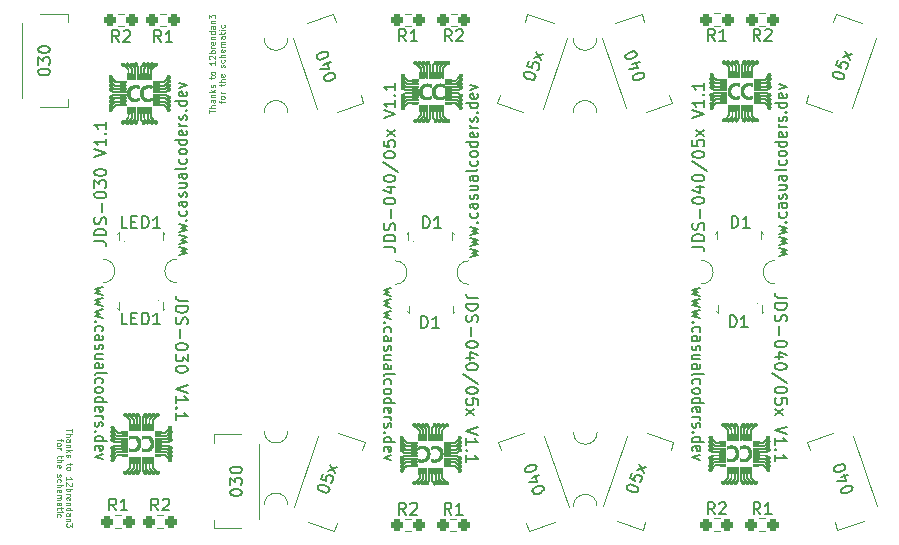
<source format=gbr>
%TF.GenerationSoftware,KiCad,Pcbnew,(6.0.4)*%
%TF.CreationDate,2022-05-23T19:11:52-04:00*%
%TF.ProjectId,wierd mousebites,77696572-6420-46d6-9f75-736562697465,rev?*%
%TF.SameCoordinates,Original*%
%TF.FileFunction,Legend,Top*%
%TF.FilePolarity,Positive*%
%FSLAX46Y46*%
G04 Gerber Fmt 4.6, Leading zero omitted, Abs format (unit mm)*
G04 Created by KiCad (PCBNEW (6.0.4)) date 2022-05-23 19:11:52*
%MOMM*%
%LPD*%
G01*
G04 APERTURE LIST*
G04 Aperture macros list*
%AMRoundRect*
0 Rectangle with rounded corners*
0 $1 Rounding radius*
0 $2 $3 $4 $5 $6 $7 $8 $9 X,Y pos of 4 corners*
0 Add a 4 corners polygon primitive as box body*
4,1,4,$2,$3,$4,$5,$6,$7,$8,$9,$2,$3,0*
0 Add four circle primitives for the rounded corners*
1,1,$1+$1,$2,$3*
1,1,$1+$1,$4,$5*
1,1,$1+$1,$6,$7*
1,1,$1+$1,$8,$9*
0 Add four rect primitives between the rounded corners*
20,1,$1+$1,$2,$3,$4,$5,0*
20,1,$1+$1,$4,$5,$6,$7,0*
20,1,$1+$1,$6,$7,$8,$9,0*
20,1,$1+$1,$8,$9,$2,$3,0*%
%AMRotRect*
0 Rectangle, with rotation*
0 The origin of the aperture is its center*
0 $1 length*
0 $2 width*
0 $3 Rotation angle, in degrees counterclockwise*
0 Add horizontal line*
21,1,$1,$2,0,0,$3*%
G04 Aperture macros list end*
%ADD10C,0.150000*%
%ADD11C,0.100000*%
%ADD12C,0.010000*%
%ADD13C,0.120000*%
%ADD14C,0.500000*%
%ADD15RoundRect,0.237500X-0.250000X-0.237500X0.250000X-0.237500X0.250000X0.237500X-0.250000X0.237500X0*%
%ADD16RotRect,0.355600X0.762000X109.000000*%
%ADD17RotRect,0.355600X1.041400X109.000000*%
%ADD18R,0.600000X0.500000*%
%ADD19R,0.440000X0.750000*%
%ADD20RotRect,0.355600X0.762000X251.000000*%
%ADD21RotRect,0.355600X1.041400X251.000000*%
%ADD22C,0.650000*%
%ADD23O,1.000000X2.100000*%
%ADD24O,1.000000X1.600000*%
%ADD25RoundRect,0.237500X0.250000X0.237500X-0.250000X0.237500X-0.250000X-0.237500X0.250000X-0.237500X0*%
%ADD26RotRect,0.355600X0.762000X289.000000*%
%ADD27RotRect,0.355600X1.041400X289.000000*%
%ADD28RotRect,0.355600X0.762000X71.000000*%
%ADD29RotRect,0.355600X1.041400X71.000000*%
%ADD30R,0.762000X0.355600*%
%ADD31R,1.041400X0.355600*%
G04 APERTURE END LIST*
D10*
X83678780Y-84611552D02*
X84393066Y-84611552D01*
X84535923Y-84659171D01*
X84631161Y-84754409D01*
X84678780Y-84897266D01*
X84678780Y-84992504D01*
X84678780Y-84135361D02*
X83678780Y-84135361D01*
X83678780Y-83897266D01*
X83726400Y-83754409D01*
X83821638Y-83659171D01*
X83916876Y-83611552D01*
X84107352Y-83563933D01*
X84250209Y-83563933D01*
X84440685Y-83611552D01*
X84535923Y-83659171D01*
X84631161Y-83754409D01*
X84678780Y-83897266D01*
X84678780Y-84135361D01*
X84631161Y-83182980D02*
X84678780Y-83040123D01*
X84678780Y-82802028D01*
X84631161Y-82706790D01*
X84583542Y-82659171D01*
X84488304Y-82611552D01*
X84393066Y-82611552D01*
X84297828Y-82659171D01*
X84250209Y-82706790D01*
X84202590Y-82802028D01*
X84154971Y-82992504D01*
X84107352Y-83087742D01*
X84059733Y-83135361D01*
X83964495Y-83182980D01*
X83869257Y-83182980D01*
X83774019Y-83135361D01*
X83726400Y-83087742D01*
X83678780Y-82992504D01*
X83678780Y-82754409D01*
X83726400Y-82611552D01*
X84297828Y-82182980D02*
X84297828Y-81421076D01*
X83678780Y-80754409D02*
X83678780Y-80659171D01*
X83726400Y-80563933D01*
X83774019Y-80516314D01*
X83869257Y-80468695D01*
X84059733Y-80421076D01*
X84297828Y-80421076D01*
X84488304Y-80468695D01*
X84583542Y-80516314D01*
X84631161Y-80563933D01*
X84678780Y-80659171D01*
X84678780Y-80754409D01*
X84631161Y-80849647D01*
X84583542Y-80897266D01*
X84488304Y-80944885D01*
X84297828Y-80992504D01*
X84059733Y-80992504D01*
X83869257Y-80944885D01*
X83774019Y-80897266D01*
X83726400Y-80849647D01*
X83678780Y-80754409D01*
X83678780Y-80087742D02*
X83678780Y-79468695D01*
X84059733Y-79802028D01*
X84059733Y-79659171D01*
X84107352Y-79563933D01*
X84154971Y-79516314D01*
X84250209Y-79468695D01*
X84488304Y-79468695D01*
X84583542Y-79516314D01*
X84631161Y-79563933D01*
X84678780Y-79659171D01*
X84678780Y-79944885D01*
X84631161Y-80040123D01*
X84583542Y-80087742D01*
X83678780Y-78849647D02*
X83678780Y-78754409D01*
X83726400Y-78659171D01*
X83774019Y-78611552D01*
X83869257Y-78563933D01*
X84059733Y-78516314D01*
X84297828Y-78516314D01*
X84488304Y-78563933D01*
X84583542Y-78611552D01*
X84631161Y-78659171D01*
X84678780Y-78754409D01*
X84678780Y-78849647D01*
X84631161Y-78944885D01*
X84583542Y-78992504D01*
X84488304Y-79040123D01*
X84297828Y-79087742D01*
X84059733Y-79087742D01*
X83869257Y-79040123D01*
X83774019Y-78992504D01*
X83726400Y-78944885D01*
X83678780Y-78849647D01*
X83678780Y-77468695D02*
X84678780Y-77135361D01*
X83678780Y-76802028D01*
X84678780Y-75944885D02*
X84678780Y-76516314D01*
X84678780Y-76230600D02*
X83678780Y-76230600D01*
X83821638Y-76325838D01*
X83916876Y-76421076D01*
X83964495Y-76516314D01*
X84583542Y-75516314D02*
X84631161Y-75468695D01*
X84678780Y-75516314D01*
X84631161Y-75563933D01*
X84583542Y-75516314D01*
X84678780Y-75516314D01*
X84678780Y-74516314D02*
X84678780Y-75087742D01*
X84678780Y-74802028D02*
X83678780Y-74802028D01*
X83821638Y-74897266D01*
X83916876Y-74992504D01*
X83964495Y-75087742D01*
X90844714Y-85771714D02*
X91511380Y-85600285D01*
X91035190Y-85428857D01*
X91511380Y-85257428D01*
X90844714Y-85086000D01*
X90844714Y-84828857D02*
X91511380Y-84657428D01*
X91035190Y-84486000D01*
X91511380Y-84314571D01*
X90844714Y-84143142D01*
X90844714Y-83886000D02*
X91511380Y-83714571D01*
X91035190Y-83543142D01*
X91511380Y-83371714D01*
X90844714Y-83200285D01*
X91416142Y-82857428D02*
X91463761Y-82814571D01*
X91511380Y-82857428D01*
X91463761Y-82900285D01*
X91416142Y-82857428D01*
X91511380Y-82857428D01*
X91463761Y-82043142D02*
X91511380Y-82128857D01*
X91511380Y-82300285D01*
X91463761Y-82386000D01*
X91416142Y-82428857D01*
X91320904Y-82471714D01*
X91035190Y-82471714D01*
X90939952Y-82428857D01*
X90892333Y-82386000D01*
X90844714Y-82300285D01*
X90844714Y-82128857D01*
X90892333Y-82043142D01*
X91511380Y-81271714D02*
X90987571Y-81271714D01*
X90892333Y-81314571D01*
X90844714Y-81400285D01*
X90844714Y-81571714D01*
X90892333Y-81657428D01*
X91463761Y-81271714D02*
X91511380Y-81357428D01*
X91511380Y-81571714D01*
X91463761Y-81657428D01*
X91368523Y-81700285D01*
X91273285Y-81700285D01*
X91178047Y-81657428D01*
X91130428Y-81571714D01*
X91130428Y-81357428D01*
X91082809Y-81271714D01*
X91463761Y-80886000D02*
X91511380Y-80800285D01*
X91511380Y-80628857D01*
X91463761Y-80543142D01*
X91368523Y-80500285D01*
X91320904Y-80500285D01*
X91225666Y-80543142D01*
X91178047Y-80628857D01*
X91178047Y-80757428D01*
X91130428Y-80843142D01*
X91035190Y-80886000D01*
X90987571Y-80886000D01*
X90892333Y-80843142D01*
X90844714Y-80757428D01*
X90844714Y-80628857D01*
X90892333Y-80543142D01*
X90844714Y-79728857D02*
X91511380Y-79728857D01*
X90844714Y-80114571D02*
X91368523Y-80114571D01*
X91463761Y-80071714D01*
X91511380Y-79986000D01*
X91511380Y-79857428D01*
X91463761Y-79771714D01*
X91416142Y-79728857D01*
X91511380Y-78914571D02*
X90987571Y-78914571D01*
X90892333Y-78957428D01*
X90844714Y-79043142D01*
X90844714Y-79214571D01*
X90892333Y-79300285D01*
X91463761Y-78914571D02*
X91511380Y-79000285D01*
X91511380Y-79214571D01*
X91463761Y-79300285D01*
X91368523Y-79343142D01*
X91273285Y-79343142D01*
X91178047Y-79300285D01*
X91130428Y-79214571D01*
X91130428Y-79000285D01*
X91082809Y-78914571D01*
X91511380Y-78357428D02*
X91463761Y-78443142D01*
X91368523Y-78486000D01*
X90511380Y-78486000D01*
X91463761Y-77628857D02*
X91511380Y-77714571D01*
X91511380Y-77886000D01*
X91463761Y-77971714D01*
X91416142Y-78014571D01*
X91320904Y-78057428D01*
X91035190Y-78057428D01*
X90939952Y-78014571D01*
X90892333Y-77971714D01*
X90844714Y-77886000D01*
X90844714Y-77714571D01*
X90892333Y-77628857D01*
X91511380Y-77114571D02*
X91463761Y-77200285D01*
X91416142Y-77243142D01*
X91320904Y-77286000D01*
X91035190Y-77286000D01*
X90939952Y-77243142D01*
X90892333Y-77200285D01*
X90844714Y-77114571D01*
X90844714Y-76986000D01*
X90892333Y-76900285D01*
X90939952Y-76857428D01*
X91035190Y-76814571D01*
X91320904Y-76814571D01*
X91416142Y-76857428D01*
X91463761Y-76900285D01*
X91511380Y-76986000D01*
X91511380Y-77114571D01*
X91511380Y-76043142D02*
X90511380Y-76043142D01*
X91463761Y-76043142D02*
X91511380Y-76128857D01*
X91511380Y-76300285D01*
X91463761Y-76386000D01*
X91416142Y-76428857D01*
X91320904Y-76471714D01*
X91035190Y-76471714D01*
X90939952Y-76428857D01*
X90892333Y-76386000D01*
X90844714Y-76300285D01*
X90844714Y-76128857D01*
X90892333Y-76043142D01*
X91463761Y-75271714D02*
X91511380Y-75357428D01*
X91511380Y-75528857D01*
X91463761Y-75614571D01*
X91368523Y-75657428D01*
X90987571Y-75657428D01*
X90892333Y-75614571D01*
X90844714Y-75528857D01*
X90844714Y-75357428D01*
X90892333Y-75271714D01*
X90987571Y-75228857D01*
X91082809Y-75228857D01*
X91178047Y-75657428D01*
X91511380Y-74843142D02*
X90844714Y-74843142D01*
X91035190Y-74843142D02*
X90939952Y-74800285D01*
X90892333Y-74757428D01*
X90844714Y-74671714D01*
X90844714Y-74586000D01*
X91463761Y-74328857D02*
X91511380Y-74243142D01*
X91511380Y-74071714D01*
X91463761Y-73986000D01*
X91368523Y-73943142D01*
X91320904Y-73943142D01*
X91225666Y-73986000D01*
X91178047Y-74071714D01*
X91178047Y-74200285D01*
X91130428Y-74286000D01*
X91035190Y-74328857D01*
X90987571Y-74328857D01*
X90892333Y-74286000D01*
X90844714Y-74200285D01*
X90844714Y-74071714D01*
X90892333Y-73986000D01*
X91416142Y-73557428D02*
X91463761Y-73514571D01*
X91511380Y-73557428D01*
X91463761Y-73600285D01*
X91416142Y-73557428D01*
X91511380Y-73557428D01*
X91511380Y-72743142D02*
X90511380Y-72743142D01*
X91463761Y-72743142D02*
X91511380Y-72828857D01*
X91511380Y-73000285D01*
X91463761Y-73086000D01*
X91416142Y-73128857D01*
X91320904Y-73171714D01*
X91035190Y-73171714D01*
X90939952Y-73128857D01*
X90892333Y-73086000D01*
X90844714Y-73000285D01*
X90844714Y-72828857D01*
X90892333Y-72743142D01*
X91463761Y-71971714D02*
X91511380Y-72057428D01*
X91511380Y-72228857D01*
X91463761Y-72314571D01*
X91368523Y-72357428D01*
X90987571Y-72357428D01*
X90892333Y-72314571D01*
X90844714Y-72228857D01*
X90844714Y-72057428D01*
X90892333Y-71971714D01*
X90987571Y-71928857D01*
X91082809Y-71928857D01*
X91178047Y-72357428D01*
X90844714Y-71628857D02*
X91511380Y-71414571D01*
X90844714Y-71200285D01*
X84389885Y-88523085D02*
X83723219Y-88694514D01*
X84199409Y-88865942D01*
X83723219Y-89037371D01*
X84389885Y-89208800D01*
X84389885Y-89465942D02*
X83723219Y-89637371D01*
X84199409Y-89808800D01*
X83723219Y-89980228D01*
X84389885Y-90151657D01*
X84389885Y-90408800D02*
X83723219Y-90580228D01*
X84199409Y-90751657D01*
X83723219Y-90923085D01*
X84389885Y-91094514D01*
X83818457Y-91437371D02*
X83770838Y-91480228D01*
X83723219Y-91437371D01*
X83770838Y-91394514D01*
X83818457Y-91437371D01*
X83723219Y-91437371D01*
X83770838Y-92251657D02*
X83723219Y-92165942D01*
X83723219Y-91994514D01*
X83770838Y-91908800D01*
X83818457Y-91865942D01*
X83913695Y-91823085D01*
X84199409Y-91823085D01*
X84294647Y-91865942D01*
X84342266Y-91908800D01*
X84389885Y-91994514D01*
X84389885Y-92165942D01*
X84342266Y-92251657D01*
X83723219Y-93023085D02*
X84247028Y-93023085D01*
X84342266Y-92980228D01*
X84389885Y-92894514D01*
X84389885Y-92723085D01*
X84342266Y-92637371D01*
X83770838Y-93023085D02*
X83723219Y-92937371D01*
X83723219Y-92723085D01*
X83770838Y-92637371D01*
X83866076Y-92594514D01*
X83961314Y-92594514D01*
X84056552Y-92637371D01*
X84104171Y-92723085D01*
X84104171Y-92937371D01*
X84151790Y-93023085D01*
X83770838Y-93408800D02*
X83723219Y-93494514D01*
X83723219Y-93665942D01*
X83770838Y-93751657D01*
X83866076Y-93794514D01*
X83913695Y-93794514D01*
X84008933Y-93751657D01*
X84056552Y-93665942D01*
X84056552Y-93537371D01*
X84104171Y-93451657D01*
X84199409Y-93408800D01*
X84247028Y-93408800D01*
X84342266Y-93451657D01*
X84389885Y-93537371D01*
X84389885Y-93665942D01*
X84342266Y-93751657D01*
X84389885Y-94565942D02*
X83723219Y-94565942D01*
X84389885Y-94180228D02*
X83866076Y-94180228D01*
X83770838Y-94223085D01*
X83723219Y-94308800D01*
X83723219Y-94437371D01*
X83770838Y-94523085D01*
X83818457Y-94565942D01*
X83723219Y-95380228D02*
X84247028Y-95380228D01*
X84342266Y-95337371D01*
X84389885Y-95251657D01*
X84389885Y-95080228D01*
X84342266Y-94994514D01*
X83770838Y-95380228D02*
X83723219Y-95294514D01*
X83723219Y-95080228D01*
X83770838Y-94994514D01*
X83866076Y-94951657D01*
X83961314Y-94951657D01*
X84056552Y-94994514D01*
X84104171Y-95080228D01*
X84104171Y-95294514D01*
X84151790Y-95380228D01*
X83723219Y-95937371D02*
X83770838Y-95851657D01*
X83866076Y-95808800D01*
X84723219Y-95808800D01*
X83770838Y-96665942D02*
X83723219Y-96580228D01*
X83723219Y-96408800D01*
X83770838Y-96323085D01*
X83818457Y-96280228D01*
X83913695Y-96237371D01*
X84199409Y-96237371D01*
X84294647Y-96280228D01*
X84342266Y-96323085D01*
X84389885Y-96408800D01*
X84389885Y-96580228D01*
X84342266Y-96665942D01*
X83723219Y-97180228D02*
X83770838Y-97094514D01*
X83818457Y-97051657D01*
X83913695Y-97008800D01*
X84199409Y-97008800D01*
X84294647Y-97051657D01*
X84342266Y-97094514D01*
X84389885Y-97180228D01*
X84389885Y-97308800D01*
X84342266Y-97394514D01*
X84294647Y-97437371D01*
X84199409Y-97480228D01*
X83913695Y-97480228D01*
X83818457Y-97437371D01*
X83770838Y-97394514D01*
X83723219Y-97308800D01*
X83723219Y-97180228D01*
X83723219Y-98251657D02*
X84723219Y-98251657D01*
X83770838Y-98251657D02*
X83723219Y-98165942D01*
X83723219Y-97994514D01*
X83770838Y-97908800D01*
X83818457Y-97865942D01*
X83913695Y-97823085D01*
X84199409Y-97823085D01*
X84294647Y-97865942D01*
X84342266Y-97908800D01*
X84389885Y-97994514D01*
X84389885Y-98165942D01*
X84342266Y-98251657D01*
X83770838Y-99023085D02*
X83723219Y-98937371D01*
X83723219Y-98765942D01*
X83770838Y-98680228D01*
X83866076Y-98637371D01*
X84247028Y-98637371D01*
X84342266Y-98680228D01*
X84389885Y-98765942D01*
X84389885Y-98937371D01*
X84342266Y-99023085D01*
X84247028Y-99065942D01*
X84151790Y-99065942D01*
X84056552Y-98637371D01*
X83723219Y-99451657D02*
X84389885Y-99451657D01*
X84199409Y-99451657D02*
X84294647Y-99494514D01*
X84342266Y-99537371D01*
X84389885Y-99623085D01*
X84389885Y-99708800D01*
X83770838Y-99965942D02*
X83723219Y-100051657D01*
X83723219Y-100223085D01*
X83770838Y-100308800D01*
X83866076Y-100351657D01*
X83913695Y-100351657D01*
X84008933Y-100308800D01*
X84056552Y-100223085D01*
X84056552Y-100094514D01*
X84104171Y-100008800D01*
X84199409Y-99965942D01*
X84247028Y-99965942D01*
X84342266Y-100008800D01*
X84389885Y-100094514D01*
X84389885Y-100223085D01*
X84342266Y-100308800D01*
X83818457Y-100737371D02*
X83770838Y-100780228D01*
X83723219Y-100737371D01*
X83770838Y-100694514D01*
X83818457Y-100737371D01*
X83723219Y-100737371D01*
X83723219Y-101551657D02*
X84723219Y-101551657D01*
X83770838Y-101551657D02*
X83723219Y-101465942D01*
X83723219Y-101294514D01*
X83770838Y-101208800D01*
X83818457Y-101165942D01*
X83913695Y-101123085D01*
X84199409Y-101123085D01*
X84294647Y-101165942D01*
X84342266Y-101208800D01*
X84389885Y-101294514D01*
X84389885Y-101465942D01*
X84342266Y-101551657D01*
X83770838Y-102323085D02*
X83723219Y-102237371D01*
X83723219Y-102065942D01*
X83770838Y-101980228D01*
X83866076Y-101937371D01*
X84247028Y-101937371D01*
X84342266Y-101980228D01*
X84389885Y-102065942D01*
X84389885Y-102237371D01*
X84342266Y-102323085D01*
X84247028Y-102365942D01*
X84151790Y-102365942D01*
X84056552Y-101937371D01*
X84389885Y-102665942D02*
X83723219Y-102880228D01*
X84389885Y-103094514D01*
X91581219Y-89657847D02*
X90866933Y-89657847D01*
X90724076Y-89610228D01*
X90628838Y-89514990D01*
X90581219Y-89372133D01*
X90581219Y-89276895D01*
X90581219Y-90134038D02*
X91581219Y-90134038D01*
X91581219Y-90372133D01*
X91533600Y-90514990D01*
X91438361Y-90610228D01*
X91343123Y-90657847D01*
X91152647Y-90705466D01*
X91009790Y-90705466D01*
X90819314Y-90657847D01*
X90724076Y-90610228D01*
X90628838Y-90514990D01*
X90581219Y-90372133D01*
X90581219Y-90134038D01*
X90628838Y-91086419D02*
X90581219Y-91229276D01*
X90581219Y-91467371D01*
X90628838Y-91562609D01*
X90676457Y-91610228D01*
X90771695Y-91657847D01*
X90866933Y-91657847D01*
X90962171Y-91610228D01*
X91009790Y-91562609D01*
X91057409Y-91467371D01*
X91105028Y-91276895D01*
X91152647Y-91181657D01*
X91200266Y-91134038D01*
X91295504Y-91086419D01*
X91390742Y-91086419D01*
X91485980Y-91134038D01*
X91533600Y-91181657D01*
X91581219Y-91276895D01*
X91581219Y-91514990D01*
X91533600Y-91657847D01*
X90962171Y-92086419D02*
X90962171Y-92848323D01*
X91581219Y-93514990D02*
X91581219Y-93610228D01*
X91533600Y-93705466D01*
X91485980Y-93753085D01*
X91390742Y-93800704D01*
X91200266Y-93848323D01*
X90962171Y-93848323D01*
X90771695Y-93800704D01*
X90676457Y-93753085D01*
X90628838Y-93705466D01*
X90581219Y-93610228D01*
X90581219Y-93514990D01*
X90628838Y-93419752D01*
X90676457Y-93372133D01*
X90771695Y-93324514D01*
X90962171Y-93276895D01*
X91200266Y-93276895D01*
X91390742Y-93324514D01*
X91485980Y-93372133D01*
X91533600Y-93419752D01*
X91581219Y-93514990D01*
X91581219Y-94181657D02*
X91581219Y-94800704D01*
X91200266Y-94467371D01*
X91200266Y-94610228D01*
X91152647Y-94705466D01*
X91105028Y-94753085D01*
X91009790Y-94800704D01*
X90771695Y-94800704D01*
X90676457Y-94753085D01*
X90628838Y-94705466D01*
X90581219Y-94610228D01*
X90581219Y-94324514D01*
X90628838Y-94229276D01*
X90676457Y-94181657D01*
X91581219Y-95419752D02*
X91581219Y-95514990D01*
X91533600Y-95610228D01*
X91485980Y-95657847D01*
X91390742Y-95705466D01*
X91200266Y-95753085D01*
X90962171Y-95753085D01*
X90771695Y-95705466D01*
X90676457Y-95657847D01*
X90628838Y-95610228D01*
X90581219Y-95514990D01*
X90581219Y-95419752D01*
X90628838Y-95324514D01*
X90676457Y-95276895D01*
X90771695Y-95229276D01*
X90962171Y-95181657D01*
X91200266Y-95181657D01*
X91390742Y-95229276D01*
X91485980Y-95276895D01*
X91533600Y-95324514D01*
X91581219Y-95419752D01*
X91581219Y-96800704D02*
X90581219Y-97134038D01*
X91581219Y-97467371D01*
X90581219Y-98324514D02*
X90581219Y-97753085D01*
X90581219Y-98038800D02*
X91581219Y-98038800D01*
X91438361Y-97943561D01*
X91343123Y-97848323D01*
X91295504Y-97753085D01*
X90676457Y-98753085D02*
X90628838Y-98800704D01*
X90581219Y-98753085D01*
X90628838Y-98705466D01*
X90676457Y-98753085D01*
X90581219Y-98753085D01*
X90581219Y-99753085D02*
X90581219Y-99181657D01*
X90581219Y-99467371D02*
X91581219Y-99467371D01*
X91438361Y-99372133D01*
X91343123Y-99276895D01*
X91295504Y-99181657D01*
X116157619Y-89456095D02*
X115443333Y-89456095D01*
X115300476Y-89408476D01*
X115205238Y-89313238D01*
X115157619Y-89170380D01*
X115157619Y-89075142D01*
X115157619Y-89932285D02*
X116157619Y-89932285D01*
X116157619Y-90170380D01*
X116110000Y-90313238D01*
X116014761Y-90408476D01*
X115919523Y-90456095D01*
X115729047Y-90503714D01*
X115586190Y-90503714D01*
X115395714Y-90456095D01*
X115300476Y-90408476D01*
X115205238Y-90313238D01*
X115157619Y-90170380D01*
X115157619Y-89932285D01*
X115205238Y-90884666D02*
X115157619Y-91027523D01*
X115157619Y-91265619D01*
X115205238Y-91360857D01*
X115252857Y-91408476D01*
X115348095Y-91456095D01*
X115443333Y-91456095D01*
X115538571Y-91408476D01*
X115586190Y-91360857D01*
X115633809Y-91265619D01*
X115681428Y-91075142D01*
X115729047Y-90979904D01*
X115776666Y-90932285D01*
X115871904Y-90884666D01*
X115967142Y-90884666D01*
X116062380Y-90932285D01*
X116110000Y-90979904D01*
X116157619Y-91075142D01*
X116157619Y-91313238D01*
X116110000Y-91456095D01*
X115538571Y-91884666D02*
X115538571Y-92646571D01*
X116157619Y-93313238D02*
X116157619Y-93408476D01*
X116110000Y-93503714D01*
X116062380Y-93551333D01*
X115967142Y-93598952D01*
X115776666Y-93646571D01*
X115538571Y-93646571D01*
X115348095Y-93598952D01*
X115252857Y-93551333D01*
X115205238Y-93503714D01*
X115157619Y-93408476D01*
X115157619Y-93313238D01*
X115205238Y-93218000D01*
X115252857Y-93170380D01*
X115348095Y-93122761D01*
X115538571Y-93075142D01*
X115776666Y-93075142D01*
X115967142Y-93122761D01*
X116062380Y-93170380D01*
X116110000Y-93218000D01*
X116157619Y-93313238D01*
X115824285Y-94503714D02*
X115157619Y-94503714D01*
X116205238Y-94265619D02*
X115490952Y-94027523D01*
X115490952Y-94646571D01*
X116157619Y-95218000D02*
X116157619Y-95313238D01*
X116110000Y-95408476D01*
X116062380Y-95456095D01*
X115967142Y-95503714D01*
X115776666Y-95551333D01*
X115538571Y-95551333D01*
X115348095Y-95503714D01*
X115252857Y-95456095D01*
X115205238Y-95408476D01*
X115157619Y-95313238D01*
X115157619Y-95218000D01*
X115205238Y-95122761D01*
X115252857Y-95075142D01*
X115348095Y-95027523D01*
X115538571Y-94979904D01*
X115776666Y-94979904D01*
X115967142Y-95027523D01*
X116062380Y-95075142D01*
X116110000Y-95122761D01*
X116157619Y-95218000D01*
X116205238Y-96694190D02*
X114919523Y-95837047D01*
X116157619Y-97218000D02*
X116157619Y-97313238D01*
X116110000Y-97408476D01*
X116062380Y-97456095D01*
X115967142Y-97503714D01*
X115776666Y-97551333D01*
X115538571Y-97551333D01*
X115348095Y-97503714D01*
X115252857Y-97456095D01*
X115205238Y-97408476D01*
X115157619Y-97313238D01*
X115157619Y-97218000D01*
X115205238Y-97122761D01*
X115252857Y-97075142D01*
X115348095Y-97027523D01*
X115538571Y-96979904D01*
X115776666Y-96979904D01*
X115967142Y-97027523D01*
X116062380Y-97075142D01*
X116110000Y-97122761D01*
X116157619Y-97218000D01*
X116157619Y-98456095D02*
X116157619Y-97979904D01*
X115681428Y-97932285D01*
X115729047Y-97979904D01*
X115776666Y-98075142D01*
X115776666Y-98313238D01*
X115729047Y-98408476D01*
X115681428Y-98456095D01*
X115586190Y-98503714D01*
X115348095Y-98503714D01*
X115252857Y-98456095D01*
X115205238Y-98408476D01*
X115157619Y-98313238D01*
X115157619Y-98075142D01*
X115205238Y-97979904D01*
X115252857Y-97932285D01*
X115157619Y-98837047D02*
X115824285Y-99360857D01*
X115824285Y-98837047D02*
X115157619Y-99360857D01*
X116157619Y-100360857D02*
X115157619Y-100694190D01*
X116157619Y-101027523D01*
X115157619Y-101884666D02*
X115157619Y-101313238D01*
X115157619Y-101598952D02*
X116157619Y-101598952D01*
X116014761Y-101503714D01*
X115919523Y-101408476D01*
X115871904Y-101313238D01*
X115252857Y-102313238D02*
X115205238Y-102360857D01*
X115157619Y-102313238D01*
X115205238Y-102265619D01*
X115252857Y-102313238D01*
X115157619Y-102313238D01*
X115157619Y-103313238D02*
X115157619Y-102741809D01*
X115157619Y-103027523D02*
X116157619Y-103027523D01*
X116014761Y-102932285D01*
X115919523Y-102837047D01*
X115871904Y-102741809D01*
X108839285Y-88614785D02*
X108172619Y-88786214D01*
X108648809Y-88957642D01*
X108172619Y-89129071D01*
X108839285Y-89300500D01*
X108839285Y-89557642D02*
X108172619Y-89729071D01*
X108648809Y-89900500D01*
X108172619Y-90071928D01*
X108839285Y-90243357D01*
X108839285Y-90500500D02*
X108172619Y-90671928D01*
X108648809Y-90843357D01*
X108172619Y-91014785D01*
X108839285Y-91186214D01*
X108267857Y-91529071D02*
X108220238Y-91571928D01*
X108172619Y-91529071D01*
X108220238Y-91486214D01*
X108267857Y-91529071D01*
X108172619Y-91529071D01*
X108220238Y-92343357D02*
X108172619Y-92257642D01*
X108172619Y-92086214D01*
X108220238Y-92000500D01*
X108267857Y-91957642D01*
X108363095Y-91914785D01*
X108648809Y-91914785D01*
X108744047Y-91957642D01*
X108791666Y-92000500D01*
X108839285Y-92086214D01*
X108839285Y-92257642D01*
X108791666Y-92343357D01*
X108172619Y-93114785D02*
X108696428Y-93114785D01*
X108791666Y-93071928D01*
X108839285Y-92986214D01*
X108839285Y-92814785D01*
X108791666Y-92729071D01*
X108220238Y-93114785D02*
X108172619Y-93029071D01*
X108172619Y-92814785D01*
X108220238Y-92729071D01*
X108315476Y-92686214D01*
X108410714Y-92686214D01*
X108505952Y-92729071D01*
X108553571Y-92814785D01*
X108553571Y-93029071D01*
X108601190Y-93114785D01*
X108220238Y-93500500D02*
X108172619Y-93586214D01*
X108172619Y-93757642D01*
X108220238Y-93843357D01*
X108315476Y-93886214D01*
X108363095Y-93886214D01*
X108458333Y-93843357D01*
X108505952Y-93757642D01*
X108505952Y-93629071D01*
X108553571Y-93543357D01*
X108648809Y-93500500D01*
X108696428Y-93500500D01*
X108791666Y-93543357D01*
X108839285Y-93629071D01*
X108839285Y-93757642D01*
X108791666Y-93843357D01*
X108839285Y-94657642D02*
X108172619Y-94657642D01*
X108839285Y-94271928D02*
X108315476Y-94271928D01*
X108220238Y-94314785D01*
X108172619Y-94400500D01*
X108172619Y-94529071D01*
X108220238Y-94614785D01*
X108267857Y-94657642D01*
X108172619Y-95471928D02*
X108696428Y-95471928D01*
X108791666Y-95429071D01*
X108839285Y-95343357D01*
X108839285Y-95171928D01*
X108791666Y-95086214D01*
X108220238Y-95471928D02*
X108172619Y-95386214D01*
X108172619Y-95171928D01*
X108220238Y-95086214D01*
X108315476Y-95043357D01*
X108410714Y-95043357D01*
X108505952Y-95086214D01*
X108553571Y-95171928D01*
X108553571Y-95386214D01*
X108601190Y-95471928D01*
X108172619Y-96029071D02*
X108220238Y-95943357D01*
X108315476Y-95900500D01*
X109172619Y-95900500D01*
X108220238Y-96757642D02*
X108172619Y-96671928D01*
X108172619Y-96500500D01*
X108220238Y-96414785D01*
X108267857Y-96371928D01*
X108363095Y-96329071D01*
X108648809Y-96329071D01*
X108744047Y-96371928D01*
X108791666Y-96414785D01*
X108839285Y-96500500D01*
X108839285Y-96671928D01*
X108791666Y-96757642D01*
X108172619Y-97271928D02*
X108220238Y-97186214D01*
X108267857Y-97143357D01*
X108363095Y-97100500D01*
X108648809Y-97100500D01*
X108744047Y-97143357D01*
X108791666Y-97186214D01*
X108839285Y-97271928D01*
X108839285Y-97400500D01*
X108791666Y-97486214D01*
X108744047Y-97529071D01*
X108648809Y-97571928D01*
X108363095Y-97571928D01*
X108267857Y-97529071D01*
X108220238Y-97486214D01*
X108172619Y-97400500D01*
X108172619Y-97271928D01*
X108172619Y-98343357D02*
X109172619Y-98343357D01*
X108220238Y-98343357D02*
X108172619Y-98257642D01*
X108172619Y-98086214D01*
X108220238Y-98000500D01*
X108267857Y-97957642D01*
X108363095Y-97914785D01*
X108648809Y-97914785D01*
X108744047Y-97957642D01*
X108791666Y-98000500D01*
X108839285Y-98086214D01*
X108839285Y-98257642D01*
X108791666Y-98343357D01*
X108220238Y-99114785D02*
X108172619Y-99029071D01*
X108172619Y-98857642D01*
X108220238Y-98771928D01*
X108315476Y-98729071D01*
X108696428Y-98729071D01*
X108791666Y-98771928D01*
X108839285Y-98857642D01*
X108839285Y-99029071D01*
X108791666Y-99114785D01*
X108696428Y-99157642D01*
X108601190Y-99157642D01*
X108505952Y-98729071D01*
X108172619Y-99543357D02*
X108839285Y-99543357D01*
X108648809Y-99543357D02*
X108744047Y-99586214D01*
X108791666Y-99629071D01*
X108839285Y-99714785D01*
X108839285Y-99800500D01*
X108220238Y-100057642D02*
X108172619Y-100143357D01*
X108172619Y-100314785D01*
X108220238Y-100400500D01*
X108315476Y-100443357D01*
X108363095Y-100443357D01*
X108458333Y-100400500D01*
X108505952Y-100314785D01*
X108505952Y-100186214D01*
X108553571Y-100100500D01*
X108648809Y-100057642D01*
X108696428Y-100057642D01*
X108791666Y-100100500D01*
X108839285Y-100186214D01*
X108839285Y-100314785D01*
X108791666Y-100400500D01*
X108267857Y-100829071D02*
X108220238Y-100871928D01*
X108172619Y-100829071D01*
X108220238Y-100786214D01*
X108267857Y-100829071D01*
X108172619Y-100829071D01*
X108172619Y-101643357D02*
X109172619Y-101643357D01*
X108220238Y-101643357D02*
X108172619Y-101557642D01*
X108172619Y-101386214D01*
X108220238Y-101300500D01*
X108267857Y-101257642D01*
X108363095Y-101214785D01*
X108648809Y-101214785D01*
X108744047Y-101257642D01*
X108791666Y-101300500D01*
X108839285Y-101386214D01*
X108839285Y-101557642D01*
X108791666Y-101643357D01*
X108220238Y-102414785D02*
X108172619Y-102329071D01*
X108172619Y-102157642D01*
X108220238Y-102071928D01*
X108315476Y-102029071D01*
X108696428Y-102029071D01*
X108791666Y-102071928D01*
X108839285Y-102157642D01*
X108839285Y-102329071D01*
X108791666Y-102414785D01*
X108696428Y-102457642D01*
X108601190Y-102457642D01*
X108505952Y-102029071D01*
X108839285Y-102757642D02*
X108172619Y-102971928D01*
X108839285Y-103186214D01*
X134981285Y-88575285D02*
X134314619Y-88746714D01*
X134790809Y-88918142D01*
X134314619Y-89089571D01*
X134981285Y-89261000D01*
X134981285Y-89518142D02*
X134314619Y-89689571D01*
X134790809Y-89861000D01*
X134314619Y-90032428D01*
X134981285Y-90203857D01*
X134981285Y-90461000D02*
X134314619Y-90632428D01*
X134790809Y-90803857D01*
X134314619Y-90975285D01*
X134981285Y-91146714D01*
X134409857Y-91489571D02*
X134362238Y-91532428D01*
X134314619Y-91489571D01*
X134362238Y-91446714D01*
X134409857Y-91489571D01*
X134314619Y-91489571D01*
X134362238Y-92303857D02*
X134314619Y-92218142D01*
X134314619Y-92046714D01*
X134362238Y-91961000D01*
X134409857Y-91918142D01*
X134505095Y-91875285D01*
X134790809Y-91875285D01*
X134886047Y-91918142D01*
X134933666Y-91961000D01*
X134981285Y-92046714D01*
X134981285Y-92218142D01*
X134933666Y-92303857D01*
X134314619Y-93075285D02*
X134838428Y-93075285D01*
X134933666Y-93032428D01*
X134981285Y-92946714D01*
X134981285Y-92775285D01*
X134933666Y-92689571D01*
X134362238Y-93075285D02*
X134314619Y-92989571D01*
X134314619Y-92775285D01*
X134362238Y-92689571D01*
X134457476Y-92646714D01*
X134552714Y-92646714D01*
X134647952Y-92689571D01*
X134695571Y-92775285D01*
X134695571Y-92989571D01*
X134743190Y-93075285D01*
X134362238Y-93461000D02*
X134314619Y-93546714D01*
X134314619Y-93718142D01*
X134362238Y-93803857D01*
X134457476Y-93846714D01*
X134505095Y-93846714D01*
X134600333Y-93803857D01*
X134647952Y-93718142D01*
X134647952Y-93589571D01*
X134695571Y-93503857D01*
X134790809Y-93461000D01*
X134838428Y-93461000D01*
X134933666Y-93503857D01*
X134981285Y-93589571D01*
X134981285Y-93718142D01*
X134933666Y-93803857D01*
X134981285Y-94618142D02*
X134314619Y-94618142D01*
X134981285Y-94232428D02*
X134457476Y-94232428D01*
X134362238Y-94275285D01*
X134314619Y-94361000D01*
X134314619Y-94489571D01*
X134362238Y-94575285D01*
X134409857Y-94618142D01*
X134314619Y-95432428D02*
X134838428Y-95432428D01*
X134933666Y-95389571D01*
X134981285Y-95303857D01*
X134981285Y-95132428D01*
X134933666Y-95046714D01*
X134362238Y-95432428D02*
X134314619Y-95346714D01*
X134314619Y-95132428D01*
X134362238Y-95046714D01*
X134457476Y-95003857D01*
X134552714Y-95003857D01*
X134647952Y-95046714D01*
X134695571Y-95132428D01*
X134695571Y-95346714D01*
X134743190Y-95432428D01*
X134314619Y-95989571D02*
X134362238Y-95903857D01*
X134457476Y-95861000D01*
X135314619Y-95861000D01*
X134362238Y-96718142D02*
X134314619Y-96632428D01*
X134314619Y-96461000D01*
X134362238Y-96375285D01*
X134409857Y-96332428D01*
X134505095Y-96289571D01*
X134790809Y-96289571D01*
X134886047Y-96332428D01*
X134933666Y-96375285D01*
X134981285Y-96461000D01*
X134981285Y-96632428D01*
X134933666Y-96718142D01*
X134314619Y-97232428D02*
X134362238Y-97146714D01*
X134409857Y-97103857D01*
X134505095Y-97061000D01*
X134790809Y-97061000D01*
X134886047Y-97103857D01*
X134933666Y-97146714D01*
X134981285Y-97232428D01*
X134981285Y-97361000D01*
X134933666Y-97446714D01*
X134886047Y-97489571D01*
X134790809Y-97532428D01*
X134505095Y-97532428D01*
X134409857Y-97489571D01*
X134362238Y-97446714D01*
X134314619Y-97361000D01*
X134314619Y-97232428D01*
X134314619Y-98303857D02*
X135314619Y-98303857D01*
X134362238Y-98303857D02*
X134314619Y-98218142D01*
X134314619Y-98046714D01*
X134362238Y-97961000D01*
X134409857Y-97918142D01*
X134505095Y-97875285D01*
X134790809Y-97875285D01*
X134886047Y-97918142D01*
X134933666Y-97961000D01*
X134981285Y-98046714D01*
X134981285Y-98218142D01*
X134933666Y-98303857D01*
X134362238Y-99075285D02*
X134314619Y-98989571D01*
X134314619Y-98818142D01*
X134362238Y-98732428D01*
X134457476Y-98689571D01*
X134838428Y-98689571D01*
X134933666Y-98732428D01*
X134981285Y-98818142D01*
X134981285Y-98989571D01*
X134933666Y-99075285D01*
X134838428Y-99118142D01*
X134743190Y-99118142D01*
X134647952Y-98689571D01*
X134314619Y-99503857D02*
X134981285Y-99503857D01*
X134790809Y-99503857D02*
X134886047Y-99546714D01*
X134933666Y-99589571D01*
X134981285Y-99675285D01*
X134981285Y-99761000D01*
X134362238Y-100018142D02*
X134314619Y-100103857D01*
X134314619Y-100275285D01*
X134362238Y-100361000D01*
X134457476Y-100403857D01*
X134505095Y-100403857D01*
X134600333Y-100361000D01*
X134647952Y-100275285D01*
X134647952Y-100146714D01*
X134695571Y-100061000D01*
X134790809Y-100018142D01*
X134838428Y-100018142D01*
X134933666Y-100061000D01*
X134981285Y-100146714D01*
X134981285Y-100275285D01*
X134933666Y-100361000D01*
X134409857Y-100789571D02*
X134362238Y-100832428D01*
X134314619Y-100789571D01*
X134362238Y-100746714D01*
X134409857Y-100789571D01*
X134314619Y-100789571D01*
X134314619Y-101603857D02*
X135314619Y-101603857D01*
X134362238Y-101603857D02*
X134314619Y-101518142D01*
X134314619Y-101346714D01*
X134362238Y-101261000D01*
X134409857Y-101218142D01*
X134505095Y-101175285D01*
X134790809Y-101175285D01*
X134886047Y-101218142D01*
X134933666Y-101261000D01*
X134981285Y-101346714D01*
X134981285Y-101518142D01*
X134933666Y-101603857D01*
X134362238Y-102375285D02*
X134314619Y-102289571D01*
X134314619Y-102118142D01*
X134362238Y-102032428D01*
X134457476Y-101989571D01*
X134838428Y-101989571D01*
X134933666Y-102032428D01*
X134981285Y-102118142D01*
X134981285Y-102289571D01*
X134933666Y-102375285D01*
X134838428Y-102418142D01*
X134743190Y-102418142D01*
X134647952Y-101989571D01*
X134981285Y-102718142D02*
X134314619Y-102932428D01*
X134981285Y-103146714D01*
X142299619Y-89416595D02*
X141585333Y-89416595D01*
X141442476Y-89368976D01*
X141347238Y-89273738D01*
X141299619Y-89130880D01*
X141299619Y-89035642D01*
X141299619Y-89892785D02*
X142299619Y-89892785D01*
X142299619Y-90130880D01*
X142252000Y-90273738D01*
X142156761Y-90368976D01*
X142061523Y-90416595D01*
X141871047Y-90464214D01*
X141728190Y-90464214D01*
X141537714Y-90416595D01*
X141442476Y-90368976D01*
X141347238Y-90273738D01*
X141299619Y-90130880D01*
X141299619Y-89892785D01*
X141347238Y-90845166D02*
X141299619Y-90988023D01*
X141299619Y-91226119D01*
X141347238Y-91321357D01*
X141394857Y-91368976D01*
X141490095Y-91416595D01*
X141585333Y-91416595D01*
X141680571Y-91368976D01*
X141728190Y-91321357D01*
X141775809Y-91226119D01*
X141823428Y-91035642D01*
X141871047Y-90940404D01*
X141918666Y-90892785D01*
X142013904Y-90845166D01*
X142109142Y-90845166D01*
X142204380Y-90892785D01*
X142252000Y-90940404D01*
X142299619Y-91035642D01*
X142299619Y-91273738D01*
X142252000Y-91416595D01*
X141680571Y-91845166D02*
X141680571Y-92607071D01*
X142299619Y-93273738D02*
X142299619Y-93368976D01*
X142252000Y-93464214D01*
X142204380Y-93511833D01*
X142109142Y-93559452D01*
X141918666Y-93607071D01*
X141680571Y-93607071D01*
X141490095Y-93559452D01*
X141394857Y-93511833D01*
X141347238Y-93464214D01*
X141299619Y-93368976D01*
X141299619Y-93273738D01*
X141347238Y-93178500D01*
X141394857Y-93130880D01*
X141490095Y-93083261D01*
X141680571Y-93035642D01*
X141918666Y-93035642D01*
X142109142Y-93083261D01*
X142204380Y-93130880D01*
X142252000Y-93178500D01*
X142299619Y-93273738D01*
X141966285Y-94464214D02*
X141299619Y-94464214D01*
X142347238Y-94226119D02*
X141632952Y-93988023D01*
X141632952Y-94607071D01*
X142299619Y-95178500D02*
X142299619Y-95273738D01*
X142252000Y-95368976D01*
X142204380Y-95416595D01*
X142109142Y-95464214D01*
X141918666Y-95511833D01*
X141680571Y-95511833D01*
X141490095Y-95464214D01*
X141394857Y-95416595D01*
X141347238Y-95368976D01*
X141299619Y-95273738D01*
X141299619Y-95178500D01*
X141347238Y-95083261D01*
X141394857Y-95035642D01*
X141490095Y-94988023D01*
X141680571Y-94940404D01*
X141918666Y-94940404D01*
X142109142Y-94988023D01*
X142204380Y-95035642D01*
X142252000Y-95083261D01*
X142299619Y-95178500D01*
X142347238Y-96654690D02*
X141061523Y-95797547D01*
X142299619Y-97178500D02*
X142299619Y-97273738D01*
X142252000Y-97368976D01*
X142204380Y-97416595D01*
X142109142Y-97464214D01*
X141918666Y-97511833D01*
X141680571Y-97511833D01*
X141490095Y-97464214D01*
X141394857Y-97416595D01*
X141347238Y-97368976D01*
X141299619Y-97273738D01*
X141299619Y-97178500D01*
X141347238Y-97083261D01*
X141394857Y-97035642D01*
X141490095Y-96988023D01*
X141680571Y-96940404D01*
X141918666Y-96940404D01*
X142109142Y-96988023D01*
X142204380Y-97035642D01*
X142252000Y-97083261D01*
X142299619Y-97178500D01*
X142299619Y-98416595D02*
X142299619Y-97940404D01*
X141823428Y-97892785D01*
X141871047Y-97940404D01*
X141918666Y-98035642D01*
X141918666Y-98273738D01*
X141871047Y-98368976D01*
X141823428Y-98416595D01*
X141728190Y-98464214D01*
X141490095Y-98464214D01*
X141394857Y-98416595D01*
X141347238Y-98368976D01*
X141299619Y-98273738D01*
X141299619Y-98035642D01*
X141347238Y-97940404D01*
X141394857Y-97892785D01*
X141299619Y-98797547D02*
X141966285Y-99321357D01*
X141966285Y-98797547D02*
X141299619Y-99321357D01*
X142299619Y-100321357D02*
X141299619Y-100654690D01*
X142299619Y-100988023D01*
X141299619Y-101845166D02*
X141299619Y-101273738D01*
X141299619Y-101559452D02*
X142299619Y-101559452D01*
X142156761Y-101464214D01*
X142061523Y-101368976D01*
X142013904Y-101273738D01*
X141394857Y-102273738D02*
X141347238Y-102321357D01*
X141299619Y-102273738D01*
X141347238Y-102226119D01*
X141394857Y-102273738D01*
X141299619Y-102273738D01*
X141299619Y-103273738D02*
X141299619Y-102702309D01*
X141299619Y-102988023D02*
X142299619Y-102988023D01*
X142156761Y-102892785D01*
X142061523Y-102797547D01*
X142013904Y-102702309D01*
X108164380Y-85120904D02*
X108878666Y-85120904D01*
X109021523Y-85168523D01*
X109116761Y-85263761D01*
X109164380Y-85406619D01*
X109164380Y-85501857D01*
X109164380Y-84644714D02*
X108164380Y-84644714D01*
X108164380Y-84406619D01*
X108212000Y-84263761D01*
X108307238Y-84168523D01*
X108402476Y-84120904D01*
X108592952Y-84073285D01*
X108735809Y-84073285D01*
X108926285Y-84120904D01*
X109021523Y-84168523D01*
X109116761Y-84263761D01*
X109164380Y-84406619D01*
X109164380Y-84644714D01*
X109116761Y-83692333D02*
X109164380Y-83549476D01*
X109164380Y-83311380D01*
X109116761Y-83216142D01*
X109069142Y-83168523D01*
X108973904Y-83120904D01*
X108878666Y-83120904D01*
X108783428Y-83168523D01*
X108735809Y-83216142D01*
X108688190Y-83311380D01*
X108640571Y-83501857D01*
X108592952Y-83597095D01*
X108545333Y-83644714D01*
X108450095Y-83692333D01*
X108354857Y-83692333D01*
X108259619Y-83644714D01*
X108212000Y-83597095D01*
X108164380Y-83501857D01*
X108164380Y-83263761D01*
X108212000Y-83120904D01*
X108783428Y-82692333D02*
X108783428Y-81930428D01*
X108164380Y-81263761D02*
X108164380Y-81168523D01*
X108212000Y-81073285D01*
X108259619Y-81025666D01*
X108354857Y-80978047D01*
X108545333Y-80930428D01*
X108783428Y-80930428D01*
X108973904Y-80978047D01*
X109069142Y-81025666D01*
X109116761Y-81073285D01*
X109164380Y-81168523D01*
X109164380Y-81263761D01*
X109116761Y-81359000D01*
X109069142Y-81406619D01*
X108973904Y-81454238D01*
X108783428Y-81501857D01*
X108545333Y-81501857D01*
X108354857Y-81454238D01*
X108259619Y-81406619D01*
X108212000Y-81359000D01*
X108164380Y-81263761D01*
X108497714Y-80073285D02*
X109164380Y-80073285D01*
X108116761Y-80311380D02*
X108831047Y-80549476D01*
X108831047Y-79930428D01*
X108164380Y-79359000D02*
X108164380Y-79263761D01*
X108212000Y-79168523D01*
X108259619Y-79120904D01*
X108354857Y-79073285D01*
X108545333Y-79025666D01*
X108783428Y-79025666D01*
X108973904Y-79073285D01*
X109069142Y-79120904D01*
X109116761Y-79168523D01*
X109164380Y-79263761D01*
X109164380Y-79359000D01*
X109116761Y-79454238D01*
X109069142Y-79501857D01*
X108973904Y-79549476D01*
X108783428Y-79597095D01*
X108545333Y-79597095D01*
X108354857Y-79549476D01*
X108259619Y-79501857D01*
X108212000Y-79454238D01*
X108164380Y-79359000D01*
X108116761Y-77882809D02*
X109402476Y-78739952D01*
X108164380Y-77359000D02*
X108164380Y-77263761D01*
X108212000Y-77168523D01*
X108259619Y-77120904D01*
X108354857Y-77073285D01*
X108545333Y-77025666D01*
X108783428Y-77025666D01*
X108973904Y-77073285D01*
X109069142Y-77120904D01*
X109116761Y-77168523D01*
X109164380Y-77263761D01*
X109164380Y-77359000D01*
X109116761Y-77454238D01*
X109069142Y-77501857D01*
X108973904Y-77549476D01*
X108783428Y-77597095D01*
X108545333Y-77597095D01*
X108354857Y-77549476D01*
X108259619Y-77501857D01*
X108212000Y-77454238D01*
X108164380Y-77359000D01*
X108164380Y-76120904D02*
X108164380Y-76597095D01*
X108640571Y-76644714D01*
X108592952Y-76597095D01*
X108545333Y-76501857D01*
X108545333Y-76263761D01*
X108592952Y-76168523D01*
X108640571Y-76120904D01*
X108735809Y-76073285D01*
X108973904Y-76073285D01*
X109069142Y-76120904D01*
X109116761Y-76168523D01*
X109164380Y-76263761D01*
X109164380Y-76501857D01*
X109116761Y-76597095D01*
X109069142Y-76644714D01*
X109164380Y-75739952D02*
X108497714Y-75216142D01*
X108497714Y-75739952D02*
X109164380Y-75216142D01*
X108164380Y-74216142D02*
X109164380Y-73882809D01*
X108164380Y-73549476D01*
X109164380Y-72692333D02*
X109164380Y-73263761D01*
X109164380Y-72978047D02*
X108164380Y-72978047D01*
X108307238Y-73073285D01*
X108402476Y-73168523D01*
X108450095Y-73263761D01*
X109069142Y-72263761D02*
X109116761Y-72216142D01*
X109164380Y-72263761D01*
X109116761Y-72311380D01*
X109069142Y-72263761D01*
X109164380Y-72263761D01*
X109164380Y-71263761D02*
X109164380Y-71835190D01*
X109164380Y-71549476D02*
X108164380Y-71549476D01*
X108307238Y-71644714D01*
X108402476Y-71739952D01*
X108450095Y-71835190D01*
X115482714Y-85962214D02*
X116149380Y-85790785D01*
X115673190Y-85619357D01*
X116149380Y-85447928D01*
X115482714Y-85276500D01*
X115482714Y-85019357D02*
X116149380Y-84847928D01*
X115673190Y-84676500D01*
X116149380Y-84505071D01*
X115482714Y-84333642D01*
X115482714Y-84076500D02*
X116149380Y-83905071D01*
X115673190Y-83733642D01*
X116149380Y-83562214D01*
X115482714Y-83390785D01*
X116054142Y-83047928D02*
X116101761Y-83005071D01*
X116149380Y-83047928D01*
X116101761Y-83090785D01*
X116054142Y-83047928D01*
X116149380Y-83047928D01*
X116101761Y-82233642D02*
X116149380Y-82319357D01*
X116149380Y-82490785D01*
X116101761Y-82576500D01*
X116054142Y-82619357D01*
X115958904Y-82662214D01*
X115673190Y-82662214D01*
X115577952Y-82619357D01*
X115530333Y-82576500D01*
X115482714Y-82490785D01*
X115482714Y-82319357D01*
X115530333Y-82233642D01*
X116149380Y-81462214D02*
X115625571Y-81462214D01*
X115530333Y-81505071D01*
X115482714Y-81590785D01*
X115482714Y-81762214D01*
X115530333Y-81847928D01*
X116101761Y-81462214D02*
X116149380Y-81547928D01*
X116149380Y-81762214D01*
X116101761Y-81847928D01*
X116006523Y-81890785D01*
X115911285Y-81890785D01*
X115816047Y-81847928D01*
X115768428Y-81762214D01*
X115768428Y-81547928D01*
X115720809Y-81462214D01*
X116101761Y-81076500D02*
X116149380Y-80990785D01*
X116149380Y-80819357D01*
X116101761Y-80733642D01*
X116006523Y-80690785D01*
X115958904Y-80690785D01*
X115863666Y-80733642D01*
X115816047Y-80819357D01*
X115816047Y-80947928D01*
X115768428Y-81033642D01*
X115673190Y-81076500D01*
X115625571Y-81076500D01*
X115530333Y-81033642D01*
X115482714Y-80947928D01*
X115482714Y-80819357D01*
X115530333Y-80733642D01*
X115482714Y-79919357D02*
X116149380Y-79919357D01*
X115482714Y-80305071D02*
X116006523Y-80305071D01*
X116101761Y-80262214D01*
X116149380Y-80176500D01*
X116149380Y-80047928D01*
X116101761Y-79962214D01*
X116054142Y-79919357D01*
X116149380Y-79105071D02*
X115625571Y-79105071D01*
X115530333Y-79147928D01*
X115482714Y-79233642D01*
X115482714Y-79405071D01*
X115530333Y-79490785D01*
X116101761Y-79105071D02*
X116149380Y-79190785D01*
X116149380Y-79405071D01*
X116101761Y-79490785D01*
X116006523Y-79533642D01*
X115911285Y-79533642D01*
X115816047Y-79490785D01*
X115768428Y-79405071D01*
X115768428Y-79190785D01*
X115720809Y-79105071D01*
X116149380Y-78547928D02*
X116101761Y-78633642D01*
X116006523Y-78676500D01*
X115149380Y-78676500D01*
X116101761Y-77819357D02*
X116149380Y-77905071D01*
X116149380Y-78076500D01*
X116101761Y-78162214D01*
X116054142Y-78205071D01*
X115958904Y-78247928D01*
X115673190Y-78247928D01*
X115577952Y-78205071D01*
X115530333Y-78162214D01*
X115482714Y-78076500D01*
X115482714Y-77905071D01*
X115530333Y-77819357D01*
X116149380Y-77305071D02*
X116101761Y-77390785D01*
X116054142Y-77433642D01*
X115958904Y-77476500D01*
X115673190Y-77476500D01*
X115577952Y-77433642D01*
X115530333Y-77390785D01*
X115482714Y-77305071D01*
X115482714Y-77176500D01*
X115530333Y-77090785D01*
X115577952Y-77047928D01*
X115673190Y-77005071D01*
X115958904Y-77005071D01*
X116054142Y-77047928D01*
X116101761Y-77090785D01*
X116149380Y-77176500D01*
X116149380Y-77305071D01*
X116149380Y-76233642D02*
X115149380Y-76233642D01*
X116101761Y-76233642D02*
X116149380Y-76319357D01*
X116149380Y-76490785D01*
X116101761Y-76576500D01*
X116054142Y-76619357D01*
X115958904Y-76662214D01*
X115673190Y-76662214D01*
X115577952Y-76619357D01*
X115530333Y-76576500D01*
X115482714Y-76490785D01*
X115482714Y-76319357D01*
X115530333Y-76233642D01*
X116101761Y-75462214D02*
X116149380Y-75547928D01*
X116149380Y-75719357D01*
X116101761Y-75805071D01*
X116006523Y-75847928D01*
X115625571Y-75847928D01*
X115530333Y-75805071D01*
X115482714Y-75719357D01*
X115482714Y-75547928D01*
X115530333Y-75462214D01*
X115625571Y-75419357D01*
X115720809Y-75419357D01*
X115816047Y-75847928D01*
X116149380Y-75033642D02*
X115482714Y-75033642D01*
X115673190Y-75033642D02*
X115577952Y-74990785D01*
X115530333Y-74947928D01*
X115482714Y-74862214D01*
X115482714Y-74776500D01*
X116101761Y-74519357D02*
X116149380Y-74433642D01*
X116149380Y-74262214D01*
X116101761Y-74176500D01*
X116006523Y-74133642D01*
X115958904Y-74133642D01*
X115863666Y-74176500D01*
X115816047Y-74262214D01*
X115816047Y-74390785D01*
X115768428Y-74476500D01*
X115673190Y-74519357D01*
X115625571Y-74519357D01*
X115530333Y-74476500D01*
X115482714Y-74390785D01*
X115482714Y-74262214D01*
X115530333Y-74176500D01*
X116054142Y-73747928D02*
X116101761Y-73705071D01*
X116149380Y-73747928D01*
X116101761Y-73790785D01*
X116054142Y-73747928D01*
X116149380Y-73747928D01*
X116149380Y-72933642D02*
X115149380Y-72933642D01*
X116101761Y-72933642D02*
X116149380Y-73019357D01*
X116149380Y-73190785D01*
X116101761Y-73276500D01*
X116054142Y-73319357D01*
X115958904Y-73362214D01*
X115673190Y-73362214D01*
X115577952Y-73319357D01*
X115530333Y-73276500D01*
X115482714Y-73190785D01*
X115482714Y-73019357D01*
X115530333Y-72933642D01*
X116101761Y-72162214D02*
X116149380Y-72247928D01*
X116149380Y-72419357D01*
X116101761Y-72505071D01*
X116006523Y-72547928D01*
X115625571Y-72547928D01*
X115530333Y-72505071D01*
X115482714Y-72419357D01*
X115482714Y-72247928D01*
X115530333Y-72162214D01*
X115625571Y-72119357D01*
X115720809Y-72119357D01*
X115816047Y-72547928D01*
X115482714Y-71819357D02*
X116149380Y-71605071D01*
X115482714Y-71390785D01*
X141624714Y-85922714D02*
X142291380Y-85751285D01*
X141815190Y-85579857D01*
X142291380Y-85408428D01*
X141624714Y-85237000D01*
X141624714Y-84979857D02*
X142291380Y-84808428D01*
X141815190Y-84637000D01*
X142291380Y-84465571D01*
X141624714Y-84294142D01*
X141624714Y-84037000D02*
X142291380Y-83865571D01*
X141815190Y-83694142D01*
X142291380Y-83522714D01*
X141624714Y-83351285D01*
X142196142Y-83008428D02*
X142243761Y-82965571D01*
X142291380Y-83008428D01*
X142243761Y-83051285D01*
X142196142Y-83008428D01*
X142291380Y-83008428D01*
X142243761Y-82194142D02*
X142291380Y-82279857D01*
X142291380Y-82451285D01*
X142243761Y-82537000D01*
X142196142Y-82579857D01*
X142100904Y-82622714D01*
X141815190Y-82622714D01*
X141719952Y-82579857D01*
X141672333Y-82537000D01*
X141624714Y-82451285D01*
X141624714Y-82279857D01*
X141672333Y-82194142D01*
X142291380Y-81422714D02*
X141767571Y-81422714D01*
X141672333Y-81465571D01*
X141624714Y-81551285D01*
X141624714Y-81722714D01*
X141672333Y-81808428D01*
X142243761Y-81422714D02*
X142291380Y-81508428D01*
X142291380Y-81722714D01*
X142243761Y-81808428D01*
X142148523Y-81851285D01*
X142053285Y-81851285D01*
X141958047Y-81808428D01*
X141910428Y-81722714D01*
X141910428Y-81508428D01*
X141862809Y-81422714D01*
X142243761Y-81037000D02*
X142291380Y-80951285D01*
X142291380Y-80779857D01*
X142243761Y-80694142D01*
X142148523Y-80651285D01*
X142100904Y-80651285D01*
X142005666Y-80694142D01*
X141958047Y-80779857D01*
X141958047Y-80908428D01*
X141910428Y-80994142D01*
X141815190Y-81037000D01*
X141767571Y-81037000D01*
X141672333Y-80994142D01*
X141624714Y-80908428D01*
X141624714Y-80779857D01*
X141672333Y-80694142D01*
X141624714Y-79879857D02*
X142291380Y-79879857D01*
X141624714Y-80265571D02*
X142148523Y-80265571D01*
X142243761Y-80222714D01*
X142291380Y-80137000D01*
X142291380Y-80008428D01*
X142243761Y-79922714D01*
X142196142Y-79879857D01*
X142291380Y-79065571D02*
X141767571Y-79065571D01*
X141672333Y-79108428D01*
X141624714Y-79194142D01*
X141624714Y-79365571D01*
X141672333Y-79451285D01*
X142243761Y-79065571D02*
X142291380Y-79151285D01*
X142291380Y-79365571D01*
X142243761Y-79451285D01*
X142148523Y-79494142D01*
X142053285Y-79494142D01*
X141958047Y-79451285D01*
X141910428Y-79365571D01*
X141910428Y-79151285D01*
X141862809Y-79065571D01*
X142291380Y-78508428D02*
X142243761Y-78594142D01*
X142148523Y-78637000D01*
X141291380Y-78637000D01*
X142243761Y-77779857D02*
X142291380Y-77865571D01*
X142291380Y-78037000D01*
X142243761Y-78122714D01*
X142196142Y-78165571D01*
X142100904Y-78208428D01*
X141815190Y-78208428D01*
X141719952Y-78165571D01*
X141672333Y-78122714D01*
X141624714Y-78037000D01*
X141624714Y-77865571D01*
X141672333Y-77779857D01*
X142291380Y-77265571D02*
X142243761Y-77351285D01*
X142196142Y-77394142D01*
X142100904Y-77437000D01*
X141815190Y-77437000D01*
X141719952Y-77394142D01*
X141672333Y-77351285D01*
X141624714Y-77265571D01*
X141624714Y-77137000D01*
X141672333Y-77051285D01*
X141719952Y-77008428D01*
X141815190Y-76965571D01*
X142100904Y-76965571D01*
X142196142Y-77008428D01*
X142243761Y-77051285D01*
X142291380Y-77137000D01*
X142291380Y-77265571D01*
X142291380Y-76194142D02*
X141291380Y-76194142D01*
X142243761Y-76194142D02*
X142291380Y-76279857D01*
X142291380Y-76451285D01*
X142243761Y-76537000D01*
X142196142Y-76579857D01*
X142100904Y-76622714D01*
X141815190Y-76622714D01*
X141719952Y-76579857D01*
X141672333Y-76537000D01*
X141624714Y-76451285D01*
X141624714Y-76279857D01*
X141672333Y-76194142D01*
X142243761Y-75422714D02*
X142291380Y-75508428D01*
X142291380Y-75679857D01*
X142243761Y-75765571D01*
X142148523Y-75808428D01*
X141767571Y-75808428D01*
X141672333Y-75765571D01*
X141624714Y-75679857D01*
X141624714Y-75508428D01*
X141672333Y-75422714D01*
X141767571Y-75379857D01*
X141862809Y-75379857D01*
X141958047Y-75808428D01*
X142291380Y-74994142D02*
X141624714Y-74994142D01*
X141815190Y-74994142D02*
X141719952Y-74951285D01*
X141672333Y-74908428D01*
X141624714Y-74822714D01*
X141624714Y-74737000D01*
X142243761Y-74479857D02*
X142291380Y-74394142D01*
X142291380Y-74222714D01*
X142243761Y-74137000D01*
X142148523Y-74094142D01*
X142100904Y-74094142D01*
X142005666Y-74137000D01*
X141958047Y-74222714D01*
X141958047Y-74351285D01*
X141910428Y-74437000D01*
X141815190Y-74479857D01*
X141767571Y-74479857D01*
X141672333Y-74437000D01*
X141624714Y-74351285D01*
X141624714Y-74222714D01*
X141672333Y-74137000D01*
X142196142Y-73708428D02*
X142243761Y-73665571D01*
X142291380Y-73708428D01*
X142243761Y-73751285D01*
X142196142Y-73708428D01*
X142291380Y-73708428D01*
X142291380Y-72894142D02*
X141291380Y-72894142D01*
X142243761Y-72894142D02*
X142291380Y-72979857D01*
X142291380Y-73151285D01*
X142243761Y-73237000D01*
X142196142Y-73279857D01*
X142100904Y-73322714D01*
X141815190Y-73322714D01*
X141719952Y-73279857D01*
X141672333Y-73237000D01*
X141624714Y-73151285D01*
X141624714Y-72979857D01*
X141672333Y-72894142D01*
X142243761Y-72122714D02*
X142291380Y-72208428D01*
X142291380Y-72379857D01*
X142243761Y-72465571D01*
X142148523Y-72508428D01*
X141767571Y-72508428D01*
X141672333Y-72465571D01*
X141624714Y-72379857D01*
X141624714Y-72208428D01*
X141672333Y-72122714D01*
X141767571Y-72079857D01*
X141862809Y-72079857D01*
X141958047Y-72508428D01*
X141624714Y-71779857D02*
X142291380Y-71565571D01*
X141624714Y-71351285D01*
X134306380Y-85081404D02*
X135020666Y-85081404D01*
X135163523Y-85129023D01*
X135258761Y-85224261D01*
X135306380Y-85367119D01*
X135306380Y-85462357D01*
X135306380Y-84605214D02*
X134306380Y-84605214D01*
X134306380Y-84367119D01*
X134354000Y-84224261D01*
X134449238Y-84129023D01*
X134544476Y-84081404D01*
X134734952Y-84033785D01*
X134877809Y-84033785D01*
X135068285Y-84081404D01*
X135163523Y-84129023D01*
X135258761Y-84224261D01*
X135306380Y-84367119D01*
X135306380Y-84605214D01*
X135258761Y-83652833D02*
X135306380Y-83509976D01*
X135306380Y-83271880D01*
X135258761Y-83176642D01*
X135211142Y-83129023D01*
X135115904Y-83081404D01*
X135020666Y-83081404D01*
X134925428Y-83129023D01*
X134877809Y-83176642D01*
X134830190Y-83271880D01*
X134782571Y-83462357D01*
X134734952Y-83557595D01*
X134687333Y-83605214D01*
X134592095Y-83652833D01*
X134496857Y-83652833D01*
X134401619Y-83605214D01*
X134354000Y-83557595D01*
X134306380Y-83462357D01*
X134306380Y-83224261D01*
X134354000Y-83081404D01*
X134925428Y-82652833D02*
X134925428Y-81890928D01*
X134306380Y-81224261D02*
X134306380Y-81129023D01*
X134354000Y-81033785D01*
X134401619Y-80986166D01*
X134496857Y-80938547D01*
X134687333Y-80890928D01*
X134925428Y-80890928D01*
X135115904Y-80938547D01*
X135211142Y-80986166D01*
X135258761Y-81033785D01*
X135306380Y-81129023D01*
X135306380Y-81224261D01*
X135258761Y-81319500D01*
X135211142Y-81367119D01*
X135115904Y-81414738D01*
X134925428Y-81462357D01*
X134687333Y-81462357D01*
X134496857Y-81414738D01*
X134401619Y-81367119D01*
X134354000Y-81319500D01*
X134306380Y-81224261D01*
X134639714Y-80033785D02*
X135306380Y-80033785D01*
X134258761Y-80271880D02*
X134973047Y-80509976D01*
X134973047Y-79890928D01*
X134306380Y-79319500D02*
X134306380Y-79224261D01*
X134354000Y-79129023D01*
X134401619Y-79081404D01*
X134496857Y-79033785D01*
X134687333Y-78986166D01*
X134925428Y-78986166D01*
X135115904Y-79033785D01*
X135211142Y-79081404D01*
X135258761Y-79129023D01*
X135306380Y-79224261D01*
X135306380Y-79319500D01*
X135258761Y-79414738D01*
X135211142Y-79462357D01*
X135115904Y-79509976D01*
X134925428Y-79557595D01*
X134687333Y-79557595D01*
X134496857Y-79509976D01*
X134401619Y-79462357D01*
X134354000Y-79414738D01*
X134306380Y-79319500D01*
X134258761Y-77843309D02*
X135544476Y-78700452D01*
X134306380Y-77319500D02*
X134306380Y-77224261D01*
X134354000Y-77129023D01*
X134401619Y-77081404D01*
X134496857Y-77033785D01*
X134687333Y-76986166D01*
X134925428Y-76986166D01*
X135115904Y-77033785D01*
X135211142Y-77081404D01*
X135258761Y-77129023D01*
X135306380Y-77224261D01*
X135306380Y-77319500D01*
X135258761Y-77414738D01*
X135211142Y-77462357D01*
X135115904Y-77509976D01*
X134925428Y-77557595D01*
X134687333Y-77557595D01*
X134496857Y-77509976D01*
X134401619Y-77462357D01*
X134354000Y-77414738D01*
X134306380Y-77319500D01*
X134306380Y-76081404D02*
X134306380Y-76557595D01*
X134782571Y-76605214D01*
X134734952Y-76557595D01*
X134687333Y-76462357D01*
X134687333Y-76224261D01*
X134734952Y-76129023D01*
X134782571Y-76081404D01*
X134877809Y-76033785D01*
X135115904Y-76033785D01*
X135211142Y-76081404D01*
X135258761Y-76129023D01*
X135306380Y-76224261D01*
X135306380Y-76462357D01*
X135258761Y-76557595D01*
X135211142Y-76605214D01*
X135306380Y-75700452D02*
X134639714Y-75176642D01*
X134639714Y-75700452D02*
X135306380Y-75176642D01*
X134306380Y-74176642D02*
X135306380Y-73843309D01*
X134306380Y-73509976D01*
X135306380Y-72652833D02*
X135306380Y-73224261D01*
X135306380Y-72938547D02*
X134306380Y-72938547D01*
X134449238Y-73033785D01*
X134544476Y-73129023D01*
X134592095Y-73224261D01*
X135211142Y-72224261D02*
X135258761Y-72176642D01*
X135306380Y-72224261D01*
X135258761Y-72271880D01*
X135211142Y-72224261D01*
X135306380Y-72224261D01*
X135306380Y-71224261D02*
X135306380Y-71795690D01*
X135306380Y-71509976D02*
X134306380Y-71509976D01*
X134449238Y-71605214D01*
X134544476Y-71700452D01*
X134592095Y-71795690D01*
D11*
X81803909Y-100497024D02*
X81803909Y-100782739D01*
X81303909Y-100639881D02*
X81803909Y-100639881D01*
X81303909Y-100949405D02*
X81803909Y-100949405D01*
X81303909Y-101163691D02*
X81565814Y-101163691D01*
X81613433Y-101139881D01*
X81637242Y-101092262D01*
X81637242Y-101020834D01*
X81613433Y-100973215D01*
X81589623Y-100949405D01*
X81303909Y-101616072D02*
X81565814Y-101616072D01*
X81613433Y-101592262D01*
X81637242Y-101544643D01*
X81637242Y-101449405D01*
X81613433Y-101401786D01*
X81327719Y-101616072D02*
X81303909Y-101568453D01*
X81303909Y-101449405D01*
X81327719Y-101401786D01*
X81375338Y-101377977D01*
X81422957Y-101377977D01*
X81470576Y-101401786D01*
X81494385Y-101449405D01*
X81494385Y-101568453D01*
X81518195Y-101616072D01*
X81637242Y-101854167D02*
X81303909Y-101854167D01*
X81589623Y-101854167D02*
X81613433Y-101877977D01*
X81637242Y-101925596D01*
X81637242Y-101997024D01*
X81613433Y-102044643D01*
X81565814Y-102068453D01*
X81303909Y-102068453D01*
X81303909Y-102306548D02*
X81803909Y-102306548D01*
X81494385Y-102354167D02*
X81303909Y-102497024D01*
X81637242Y-102497024D02*
X81446766Y-102306548D01*
X81327719Y-102687501D02*
X81303909Y-102735120D01*
X81303909Y-102830358D01*
X81327719Y-102877977D01*
X81375338Y-102901786D01*
X81399147Y-102901786D01*
X81446766Y-102877977D01*
X81470576Y-102830358D01*
X81470576Y-102758929D01*
X81494385Y-102711310D01*
X81542004Y-102687501D01*
X81565814Y-102687501D01*
X81613433Y-102711310D01*
X81637242Y-102758929D01*
X81637242Y-102830358D01*
X81613433Y-102877977D01*
X81637242Y-103425596D02*
X81637242Y-103616072D01*
X81803909Y-103497024D02*
X81375338Y-103497024D01*
X81327719Y-103520834D01*
X81303909Y-103568453D01*
X81303909Y-103616072D01*
X81303909Y-103854167D02*
X81327719Y-103806548D01*
X81351528Y-103782739D01*
X81399147Y-103758929D01*
X81542004Y-103758929D01*
X81589623Y-103782739D01*
X81613433Y-103806548D01*
X81637242Y-103854167D01*
X81637242Y-103925596D01*
X81613433Y-103973215D01*
X81589623Y-103997024D01*
X81542004Y-104020834D01*
X81399147Y-104020834D01*
X81351528Y-103997024D01*
X81327719Y-103973215D01*
X81303909Y-103925596D01*
X81303909Y-103854167D01*
X81303909Y-104877977D02*
X81303909Y-104592262D01*
X81303909Y-104735120D02*
X81803909Y-104735120D01*
X81732480Y-104687501D01*
X81684861Y-104639881D01*
X81661052Y-104592262D01*
X81756290Y-105068453D02*
X81780100Y-105092262D01*
X81803909Y-105139881D01*
X81803909Y-105258929D01*
X81780100Y-105306548D01*
X81756290Y-105330358D01*
X81708671Y-105354167D01*
X81661052Y-105354167D01*
X81589623Y-105330358D01*
X81303909Y-105044643D01*
X81303909Y-105354167D01*
X81303909Y-105568453D02*
X81803909Y-105568453D01*
X81613433Y-105568453D02*
X81637242Y-105616072D01*
X81637242Y-105711310D01*
X81613433Y-105758929D01*
X81589623Y-105782739D01*
X81542004Y-105806548D01*
X81399147Y-105806548D01*
X81351528Y-105782739D01*
X81327719Y-105758929D01*
X81303909Y-105711310D01*
X81303909Y-105616072D01*
X81327719Y-105568453D01*
X81303909Y-106020834D02*
X81637242Y-106020834D01*
X81542004Y-106020834D02*
X81589623Y-106044643D01*
X81613433Y-106068453D01*
X81637242Y-106116072D01*
X81637242Y-106163691D01*
X81327719Y-106520834D02*
X81303909Y-106473215D01*
X81303909Y-106377977D01*
X81327719Y-106330358D01*
X81375338Y-106306548D01*
X81565814Y-106306548D01*
X81613433Y-106330358D01*
X81637242Y-106377977D01*
X81637242Y-106473215D01*
X81613433Y-106520834D01*
X81565814Y-106544643D01*
X81518195Y-106544643D01*
X81470576Y-106306548D01*
X81637242Y-106758929D02*
X81303909Y-106758929D01*
X81589623Y-106758929D02*
X81613433Y-106782739D01*
X81637242Y-106830358D01*
X81637242Y-106901786D01*
X81613433Y-106949405D01*
X81565814Y-106973215D01*
X81303909Y-106973215D01*
X81303909Y-107425596D02*
X81803909Y-107425596D01*
X81327719Y-107425596D02*
X81303909Y-107377977D01*
X81303909Y-107282739D01*
X81327719Y-107235120D01*
X81351528Y-107211310D01*
X81399147Y-107187501D01*
X81542004Y-107187501D01*
X81589623Y-107211310D01*
X81613433Y-107235120D01*
X81637242Y-107282739D01*
X81637242Y-107377977D01*
X81613433Y-107425596D01*
X81303909Y-107877977D02*
X81565814Y-107877977D01*
X81613433Y-107854167D01*
X81637242Y-107806548D01*
X81637242Y-107711310D01*
X81613433Y-107663691D01*
X81327719Y-107877977D02*
X81303909Y-107830358D01*
X81303909Y-107711310D01*
X81327719Y-107663691D01*
X81375338Y-107639881D01*
X81422957Y-107639881D01*
X81470576Y-107663691D01*
X81494385Y-107711310D01*
X81494385Y-107830358D01*
X81518195Y-107877977D01*
X81637242Y-108116072D02*
X81303909Y-108116072D01*
X81589623Y-108116072D02*
X81613433Y-108139881D01*
X81637242Y-108187501D01*
X81637242Y-108258929D01*
X81613433Y-108306548D01*
X81565814Y-108330358D01*
X81303909Y-108330358D01*
X81803909Y-108520834D02*
X81803909Y-108830358D01*
X81613433Y-108663691D01*
X81613433Y-108735120D01*
X81589623Y-108782739D01*
X81565814Y-108806548D01*
X81518195Y-108830358D01*
X81399147Y-108830358D01*
X81351528Y-108806548D01*
X81327719Y-108782739D01*
X81303909Y-108735120D01*
X81303909Y-108592262D01*
X81327719Y-108544643D01*
X81351528Y-108520834D01*
X80832242Y-101354167D02*
X80832242Y-101544643D01*
X80498909Y-101425596D02*
X80927480Y-101425596D01*
X80975100Y-101449405D01*
X80998909Y-101497024D01*
X80998909Y-101544643D01*
X80498909Y-101782739D02*
X80522719Y-101735120D01*
X80546528Y-101711310D01*
X80594147Y-101687501D01*
X80737004Y-101687501D01*
X80784623Y-101711310D01*
X80808433Y-101735120D01*
X80832242Y-101782739D01*
X80832242Y-101854167D01*
X80808433Y-101901786D01*
X80784623Y-101925596D01*
X80737004Y-101949405D01*
X80594147Y-101949405D01*
X80546528Y-101925596D01*
X80522719Y-101901786D01*
X80498909Y-101854167D01*
X80498909Y-101782739D01*
X80498909Y-102163691D02*
X80832242Y-102163691D01*
X80737004Y-102163691D02*
X80784623Y-102187501D01*
X80808433Y-102211310D01*
X80832242Y-102258929D01*
X80832242Y-102306548D01*
X80832242Y-102782739D02*
X80832242Y-102973215D01*
X80998909Y-102854167D02*
X80570338Y-102854167D01*
X80522719Y-102877977D01*
X80498909Y-102925596D01*
X80498909Y-102973215D01*
X80498909Y-103139881D02*
X80998909Y-103139881D01*
X80498909Y-103354167D02*
X80760814Y-103354167D01*
X80808433Y-103330358D01*
X80832242Y-103282739D01*
X80832242Y-103211310D01*
X80808433Y-103163691D01*
X80784623Y-103139881D01*
X80522719Y-103782739D02*
X80498909Y-103735120D01*
X80498909Y-103639881D01*
X80522719Y-103592262D01*
X80570338Y-103568453D01*
X80760814Y-103568453D01*
X80808433Y-103592262D01*
X80832242Y-103639881D01*
X80832242Y-103735120D01*
X80808433Y-103782739D01*
X80760814Y-103806548D01*
X80713195Y-103806548D01*
X80665576Y-103568453D01*
X80522719Y-104377977D02*
X80498909Y-104425596D01*
X80498909Y-104520834D01*
X80522719Y-104568453D01*
X80570338Y-104592262D01*
X80594147Y-104592262D01*
X80641766Y-104568453D01*
X80665576Y-104520834D01*
X80665576Y-104449405D01*
X80689385Y-104401786D01*
X80737004Y-104377977D01*
X80760814Y-104377977D01*
X80808433Y-104401786D01*
X80832242Y-104449405D01*
X80832242Y-104520834D01*
X80808433Y-104568453D01*
X80522719Y-105020834D02*
X80498909Y-104973215D01*
X80498909Y-104877977D01*
X80522719Y-104830358D01*
X80546528Y-104806548D01*
X80594147Y-104782739D01*
X80737004Y-104782739D01*
X80784623Y-104806548D01*
X80808433Y-104830358D01*
X80832242Y-104877977D01*
X80832242Y-104973215D01*
X80808433Y-105020834D01*
X80498909Y-105235120D02*
X80998909Y-105235120D01*
X80498909Y-105449405D02*
X80760814Y-105449405D01*
X80808433Y-105425596D01*
X80832242Y-105377977D01*
X80832242Y-105306548D01*
X80808433Y-105258929D01*
X80784623Y-105235120D01*
X80522719Y-105877977D02*
X80498909Y-105830358D01*
X80498909Y-105735120D01*
X80522719Y-105687501D01*
X80570338Y-105663691D01*
X80760814Y-105663691D01*
X80808433Y-105687501D01*
X80832242Y-105735120D01*
X80832242Y-105830358D01*
X80808433Y-105877977D01*
X80760814Y-105901786D01*
X80713195Y-105901786D01*
X80665576Y-105663691D01*
X80498909Y-106116072D02*
X80832242Y-106116072D01*
X80784623Y-106116072D02*
X80808433Y-106139881D01*
X80832242Y-106187501D01*
X80832242Y-106258929D01*
X80808433Y-106306548D01*
X80760814Y-106330358D01*
X80498909Y-106330358D01*
X80760814Y-106330358D02*
X80808433Y-106354167D01*
X80832242Y-106401786D01*
X80832242Y-106473215D01*
X80808433Y-106520834D01*
X80760814Y-106544643D01*
X80498909Y-106544643D01*
X80498909Y-106997024D02*
X80760814Y-106997024D01*
X80808433Y-106973215D01*
X80832242Y-106925596D01*
X80832242Y-106830358D01*
X80808433Y-106782739D01*
X80522719Y-106997024D02*
X80498909Y-106949405D01*
X80498909Y-106830358D01*
X80522719Y-106782739D01*
X80570338Y-106758929D01*
X80617957Y-106758929D01*
X80665576Y-106782739D01*
X80689385Y-106830358D01*
X80689385Y-106949405D01*
X80713195Y-106997024D01*
X80832242Y-107163691D02*
X80832242Y-107354167D01*
X80998909Y-107235120D02*
X80570338Y-107235120D01*
X80522719Y-107258929D01*
X80498909Y-107306548D01*
X80498909Y-107354167D01*
X80498909Y-107520834D02*
X80832242Y-107520834D01*
X80998909Y-107520834D02*
X80975100Y-107497024D01*
X80951290Y-107520834D01*
X80975100Y-107544643D01*
X80998909Y-107520834D01*
X80951290Y-107520834D01*
X80522719Y-107973215D02*
X80498909Y-107925596D01*
X80498909Y-107830358D01*
X80522719Y-107782739D01*
X80546528Y-107758929D01*
X80594147Y-107735120D01*
X80737004Y-107735120D01*
X80784623Y-107758929D01*
X80808433Y-107782739D01*
X80832242Y-107830358D01*
X80832242Y-107925596D01*
X80808433Y-107973215D01*
X93405290Y-73786476D02*
X93405290Y-73500761D01*
X93905290Y-73643619D02*
X93405290Y-73643619D01*
X93905290Y-73334095D02*
X93405290Y-73334095D01*
X93905290Y-73119809D02*
X93643385Y-73119809D01*
X93595766Y-73143619D01*
X93571957Y-73191238D01*
X93571957Y-73262666D01*
X93595766Y-73310285D01*
X93619576Y-73334095D01*
X93905290Y-72667428D02*
X93643385Y-72667428D01*
X93595766Y-72691238D01*
X93571957Y-72738857D01*
X93571957Y-72834095D01*
X93595766Y-72881714D01*
X93881480Y-72667428D02*
X93905290Y-72715047D01*
X93905290Y-72834095D01*
X93881480Y-72881714D01*
X93833861Y-72905523D01*
X93786242Y-72905523D01*
X93738623Y-72881714D01*
X93714814Y-72834095D01*
X93714814Y-72715047D01*
X93691004Y-72667428D01*
X93571957Y-72429333D02*
X93905290Y-72429333D01*
X93619576Y-72429333D02*
X93595766Y-72405523D01*
X93571957Y-72357904D01*
X93571957Y-72286476D01*
X93595766Y-72238857D01*
X93643385Y-72215047D01*
X93905290Y-72215047D01*
X93905290Y-71976952D02*
X93405290Y-71976952D01*
X93714814Y-71929333D02*
X93905290Y-71786476D01*
X93571957Y-71786476D02*
X93762433Y-71976952D01*
X93881480Y-71596000D02*
X93905290Y-71548380D01*
X93905290Y-71453142D01*
X93881480Y-71405523D01*
X93833861Y-71381714D01*
X93810052Y-71381714D01*
X93762433Y-71405523D01*
X93738623Y-71453142D01*
X93738623Y-71524571D01*
X93714814Y-71572190D01*
X93667195Y-71596000D01*
X93643385Y-71596000D01*
X93595766Y-71572190D01*
X93571957Y-71524571D01*
X93571957Y-71453142D01*
X93595766Y-71405523D01*
X93571957Y-70857904D02*
X93571957Y-70667428D01*
X93405290Y-70786476D02*
X93833861Y-70786476D01*
X93881480Y-70762666D01*
X93905290Y-70715047D01*
X93905290Y-70667428D01*
X93905290Y-70429333D02*
X93881480Y-70476952D01*
X93857671Y-70500761D01*
X93810052Y-70524571D01*
X93667195Y-70524571D01*
X93619576Y-70500761D01*
X93595766Y-70476952D01*
X93571957Y-70429333D01*
X93571957Y-70357904D01*
X93595766Y-70310285D01*
X93619576Y-70286476D01*
X93667195Y-70262666D01*
X93810052Y-70262666D01*
X93857671Y-70286476D01*
X93881480Y-70310285D01*
X93905290Y-70357904D01*
X93905290Y-70429333D01*
X93905290Y-69405523D02*
X93905290Y-69691238D01*
X93905290Y-69548380D02*
X93405290Y-69548380D01*
X93476719Y-69596000D01*
X93524338Y-69643619D01*
X93548147Y-69691238D01*
X93452909Y-69215047D02*
X93429100Y-69191238D01*
X93405290Y-69143619D01*
X93405290Y-69024571D01*
X93429100Y-68976952D01*
X93452909Y-68953142D01*
X93500528Y-68929333D01*
X93548147Y-68929333D01*
X93619576Y-68953142D01*
X93905290Y-69238857D01*
X93905290Y-68929333D01*
X93905290Y-68715047D02*
X93405290Y-68715047D01*
X93595766Y-68715047D02*
X93571957Y-68667428D01*
X93571957Y-68572190D01*
X93595766Y-68524571D01*
X93619576Y-68500761D01*
X93667195Y-68476952D01*
X93810052Y-68476952D01*
X93857671Y-68500761D01*
X93881480Y-68524571D01*
X93905290Y-68572190D01*
X93905290Y-68667428D01*
X93881480Y-68715047D01*
X93905290Y-68262666D02*
X93571957Y-68262666D01*
X93667195Y-68262666D02*
X93619576Y-68238857D01*
X93595766Y-68215047D01*
X93571957Y-68167428D01*
X93571957Y-68119809D01*
X93881480Y-67762666D02*
X93905290Y-67810285D01*
X93905290Y-67905523D01*
X93881480Y-67953142D01*
X93833861Y-67976952D01*
X93643385Y-67976952D01*
X93595766Y-67953142D01*
X93571957Y-67905523D01*
X93571957Y-67810285D01*
X93595766Y-67762666D01*
X93643385Y-67738857D01*
X93691004Y-67738857D01*
X93738623Y-67976952D01*
X93571957Y-67524571D02*
X93905290Y-67524571D01*
X93619576Y-67524571D02*
X93595766Y-67500761D01*
X93571957Y-67453142D01*
X93571957Y-67381714D01*
X93595766Y-67334095D01*
X93643385Y-67310285D01*
X93905290Y-67310285D01*
X93905290Y-66857904D02*
X93405290Y-66857904D01*
X93881480Y-66857904D02*
X93905290Y-66905523D01*
X93905290Y-67000761D01*
X93881480Y-67048380D01*
X93857671Y-67072190D01*
X93810052Y-67096000D01*
X93667195Y-67096000D01*
X93619576Y-67072190D01*
X93595766Y-67048380D01*
X93571957Y-67000761D01*
X93571957Y-66905523D01*
X93595766Y-66857904D01*
X93905290Y-66405523D02*
X93643385Y-66405523D01*
X93595766Y-66429333D01*
X93571957Y-66476952D01*
X93571957Y-66572190D01*
X93595766Y-66619809D01*
X93881480Y-66405523D02*
X93905290Y-66453142D01*
X93905290Y-66572190D01*
X93881480Y-66619809D01*
X93833861Y-66643619D01*
X93786242Y-66643619D01*
X93738623Y-66619809D01*
X93714814Y-66572190D01*
X93714814Y-66453142D01*
X93691004Y-66405523D01*
X93571957Y-66167428D02*
X93905290Y-66167428D01*
X93619576Y-66167428D02*
X93595766Y-66143619D01*
X93571957Y-66096000D01*
X93571957Y-66024571D01*
X93595766Y-65976952D01*
X93643385Y-65953142D01*
X93905290Y-65953142D01*
X93405290Y-65762666D02*
X93405290Y-65453142D01*
X93595766Y-65619809D01*
X93595766Y-65548380D01*
X93619576Y-65500761D01*
X93643385Y-65476952D01*
X93691004Y-65453142D01*
X93810052Y-65453142D01*
X93857671Y-65476952D01*
X93881480Y-65500761D01*
X93905290Y-65548380D01*
X93905290Y-65691238D01*
X93881480Y-65738857D01*
X93857671Y-65762666D01*
X94376957Y-72929333D02*
X94376957Y-72738857D01*
X94710290Y-72857904D02*
X94281719Y-72857904D01*
X94234100Y-72834095D01*
X94210290Y-72786476D01*
X94210290Y-72738857D01*
X94710290Y-72500761D02*
X94686480Y-72548380D01*
X94662671Y-72572190D01*
X94615052Y-72596000D01*
X94472195Y-72596000D01*
X94424576Y-72572190D01*
X94400766Y-72548380D01*
X94376957Y-72500761D01*
X94376957Y-72429333D01*
X94400766Y-72381714D01*
X94424576Y-72357904D01*
X94472195Y-72334095D01*
X94615052Y-72334095D01*
X94662671Y-72357904D01*
X94686480Y-72381714D01*
X94710290Y-72429333D01*
X94710290Y-72500761D01*
X94710290Y-72119809D02*
X94376957Y-72119809D01*
X94472195Y-72119809D02*
X94424576Y-72096000D01*
X94400766Y-72072190D01*
X94376957Y-72024571D01*
X94376957Y-71976952D01*
X94376957Y-71500761D02*
X94376957Y-71310285D01*
X94210290Y-71429333D02*
X94638861Y-71429333D01*
X94686480Y-71405523D01*
X94710290Y-71357904D01*
X94710290Y-71310285D01*
X94710290Y-71143619D02*
X94210290Y-71143619D01*
X94710290Y-70929333D02*
X94448385Y-70929333D01*
X94400766Y-70953142D01*
X94376957Y-71000761D01*
X94376957Y-71072190D01*
X94400766Y-71119809D01*
X94424576Y-71143619D01*
X94686480Y-70500761D02*
X94710290Y-70548380D01*
X94710290Y-70643619D01*
X94686480Y-70691238D01*
X94638861Y-70715047D01*
X94448385Y-70715047D01*
X94400766Y-70691238D01*
X94376957Y-70643619D01*
X94376957Y-70548380D01*
X94400766Y-70500761D01*
X94448385Y-70476952D01*
X94496004Y-70476952D01*
X94543623Y-70715047D01*
X94686480Y-69905523D02*
X94710290Y-69857904D01*
X94710290Y-69762666D01*
X94686480Y-69715047D01*
X94638861Y-69691238D01*
X94615052Y-69691238D01*
X94567433Y-69715047D01*
X94543623Y-69762666D01*
X94543623Y-69834095D01*
X94519814Y-69881714D01*
X94472195Y-69905523D01*
X94448385Y-69905523D01*
X94400766Y-69881714D01*
X94376957Y-69834095D01*
X94376957Y-69762666D01*
X94400766Y-69715047D01*
X94686480Y-69262666D02*
X94710290Y-69310285D01*
X94710290Y-69405523D01*
X94686480Y-69453142D01*
X94662671Y-69476952D01*
X94615052Y-69500761D01*
X94472195Y-69500761D01*
X94424576Y-69476952D01*
X94400766Y-69453142D01*
X94376957Y-69405523D01*
X94376957Y-69310285D01*
X94400766Y-69262666D01*
X94710290Y-69048380D02*
X94210290Y-69048380D01*
X94710290Y-68834095D02*
X94448385Y-68834095D01*
X94400766Y-68857904D01*
X94376957Y-68905523D01*
X94376957Y-68976952D01*
X94400766Y-69024571D01*
X94424576Y-69048380D01*
X94686480Y-68405523D02*
X94710290Y-68453142D01*
X94710290Y-68548380D01*
X94686480Y-68596000D01*
X94638861Y-68619809D01*
X94448385Y-68619809D01*
X94400766Y-68596000D01*
X94376957Y-68548380D01*
X94376957Y-68453142D01*
X94400766Y-68405523D01*
X94448385Y-68381714D01*
X94496004Y-68381714D01*
X94543623Y-68619809D01*
X94710290Y-68167428D02*
X94376957Y-68167428D01*
X94424576Y-68167428D02*
X94400766Y-68143619D01*
X94376957Y-68096000D01*
X94376957Y-68024571D01*
X94400766Y-67976952D01*
X94448385Y-67953142D01*
X94710290Y-67953142D01*
X94448385Y-67953142D02*
X94400766Y-67929333D01*
X94376957Y-67881714D01*
X94376957Y-67810285D01*
X94400766Y-67762666D01*
X94448385Y-67738857D01*
X94710290Y-67738857D01*
X94710290Y-67286476D02*
X94448385Y-67286476D01*
X94400766Y-67310285D01*
X94376957Y-67357904D01*
X94376957Y-67453142D01*
X94400766Y-67500761D01*
X94686480Y-67286476D02*
X94710290Y-67334095D01*
X94710290Y-67453142D01*
X94686480Y-67500761D01*
X94638861Y-67524571D01*
X94591242Y-67524571D01*
X94543623Y-67500761D01*
X94519814Y-67453142D01*
X94519814Y-67334095D01*
X94496004Y-67286476D01*
X94376957Y-67119809D02*
X94376957Y-66929333D01*
X94210290Y-67048380D02*
X94638861Y-67048380D01*
X94686480Y-67024571D01*
X94710290Y-66976952D01*
X94710290Y-66929333D01*
X94710290Y-66762666D02*
X94376957Y-66762666D01*
X94210290Y-66762666D02*
X94234100Y-66786476D01*
X94257909Y-66762666D01*
X94234100Y-66738857D01*
X94210290Y-66762666D01*
X94257909Y-66762666D01*
X94686480Y-66310285D02*
X94710290Y-66357904D01*
X94710290Y-66453142D01*
X94686480Y-66500761D01*
X94662671Y-66524571D01*
X94615052Y-66548380D01*
X94472195Y-66548380D01*
X94424576Y-66524571D01*
X94400766Y-66500761D01*
X94376957Y-66453142D01*
X94376957Y-66357904D01*
X94400766Y-66310285D01*
D10*
%TO.C,R1*%
X113919333Y-107782880D02*
X113586000Y-107306690D01*
X113347904Y-107782880D02*
X113347904Y-106782880D01*
X113728857Y-106782880D01*
X113824095Y-106830500D01*
X113871714Y-106878119D01*
X113919333Y-106973357D01*
X113919333Y-107116214D01*
X113871714Y-107211452D01*
X113824095Y-107259071D01*
X113728857Y-107306690D01*
X113347904Y-107306690D01*
X114871714Y-107782880D02*
X114300285Y-107782880D01*
X114586000Y-107782880D02*
X114586000Y-106782880D01*
X114490761Y-106925738D01*
X114395523Y-107020976D01*
X114300285Y-107068595D01*
%TO.C,R2*%
X110058833Y-107782880D02*
X109725500Y-107306690D01*
X109487404Y-107782880D02*
X109487404Y-106782880D01*
X109868357Y-106782880D01*
X109963595Y-106830500D01*
X110011214Y-106878119D01*
X110058833Y-106973357D01*
X110058833Y-107116214D01*
X110011214Y-107211452D01*
X109963595Y-107259071D01*
X109868357Y-107306690D01*
X109487404Y-107306690D01*
X110439785Y-106878119D02*
X110487404Y-106830500D01*
X110582642Y-106782880D01*
X110820738Y-106782880D01*
X110915976Y-106830500D01*
X110963595Y-106878119D01*
X111011214Y-106973357D01*
X111011214Y-107068595D01*
X110963595Y-107211452D01*
X110392166Y-107782880D01*
X111011214Y-107782880D01*
%TO.C,J2*%
X120795784Y-105891305D02*
X120764777Y-105801256D01*
X120778795Y-105695703D01*
X120808317Y-105635175D01*
X120882863Y-105559144D01*
X121047459Y-105452107D01*
X121272582Y-105374590D01*
X121468184Y-105357602D01*
X121573737Y-105371620D01*
X121634265Y-105401142D01*
X121710296Y-105475688D01*
X121741302Y-105565737D01*
X121727284Y-105671290D01*
X121697763Y-105731818D01*
X121623216Y-105807849D01*
X121458621Y-105914887D01*
X121233497Y-105992403D01*
X121037895Y-106009391D01*
X120932343Y-105995373D01*
X120871815Y-105965852D01*
X120795784Y-105891305D01*
X120723375Y-104657165D02*
X121353721Y-104440120D01*
X120440694Y-105006315D02*
X121193581Y-104998890D01*
X120992039Y-104413569D01*
X120175654Y-104090318D02*
X120144647Y-104000268D01*
X120158666Y-103894716D01*
X120188187Y-103834188D01*
X120262733Y-103758156D01*
X120427329Y-103651119D01*
X120652452Y-103573603D01*
X120848054Y-103556614D01*
X120953607Y-103570633D01*
X121014135Y-103600154D01*
X121090166Y-103674700D01*
X121121172Y-103764749D01*
X121107154Y-103870302D01*
X121077633Y-103930830D01*
X121003087Y-104006861D01*
X120838491Y-104113899D01*
X120613368Y-104191415D01*
X120417766Y-104208403D01*
X120312213Y-104194385D01*
X120251685Y-104164864D01*
X120175654Y-104090318D01*
%TO.C,D1*%
X111346704Y-91957280D02*
X111346704Y-90957280D01*
X111584800Y-90957280D01*
X111727657Y-91004900D01*
X111822895Y-91100138D01*
X111870514Y-91195376D01*
X111918133Y-91385852D01*
X111918133Y-91528709D01*
X111870514Y-91719185D01*
X111822895Y-91814423D01*
X111727657Y-91909661D01*
X111584800Y-91957280D01*
X111346704Y-91957280D01*
X112870514Y-91957280D02*
X112299085Y-91957280D01*
X112584800Y-91957280D02*
X112584800Y-90957280D01*
X112489561Y-91100138D01*
X112394323Y-91195376D01*
X112299085Y-91242995D01*
%TO.C,J3*%
X102617902Y-105467194D02*
X102648909Y-105377144D01*
X102724940Y-105302598D01*
X102785468Y-105273077D01*
X102891020Y-105259059D01*
X103086623Y-105276047D01*
X103311746Y-105353563D01*
X103476342Y-105460601D01*
X103550888Y-105536632D01*
X103580409Y-105597160D01*
X103594427Y-105702712D01*
X103563421Y-105792762D01*
X103487390Y-105867308D01*
X103426862Y-105896829D01*
X103321309Y-105910848D01*
X103125707Y-105893859D01*
X102900584Y-105816343D01*
X102735988Y-105709305D01*
X102661442Y-105633274D01*
X102631920Y-105572746D01*
X102617902Y-105467194D01*
X103020987Y-104296552D02*
X102865954Y-104746799D01*
X103300698Y-104946856D01*
X103271176Y-104886328D01*
X103257158Y-104780775D01*
X103334674Y-104555652D01*
X103410706Y-104481106D01*
X103471234Y-104451584D01*
X103576786Y-104437566D01*
X103801910Y-104515082D01*
X103876456Y-104591113D01*
X103905977Y-104651641D01*
X103919995Y-104757194D01*
X103842479Y-104982317D01*
X103766448Y-105056864D01*
X103705920Y-105086385D01*
X104090531Y-104261922D02*
X103630721Y-103549605D01*
X103460185Y-104044877D02*
X104261067Y-103766651D01*
%TO.C,R1*%
X140061333Y-107743380D02*
X139728000Y-107267190D01*
X139489904Y-107743380D02*
X139489904Y-106743380D01*
X139870857Y-106743380D01*
X139966095Y-106791000D01*
X140013714Y-106838619D01*
X140061333Y-106933857D01*
X140061333Y-107076714D01*
X140013714Y-107171952D01*
X139966095Y-107219571D01*
X139870857Y-107267190D01*
X139489904Y-107267190D01*
X141013714Y-107743380D02*
X140442285Y-107743380D01*
X140728000Y-107743380D02*
X140728000Y-106743380D01*
X140632761Y-106886238D01*
X140537523Y-106981476D01*
X140442285Y-107029095D01*
%TO.C,J2*%
X146937784Y-105851805D02*
X146906777Y-105761756D01*
X146920795Y-105656203D01*
X146950317Y-105595675D01*
X147024863Y-105519644D01*
X147189459Y-105412607D01*
X147414582Y-105335090D01*
X147610184Y-105318102D01*
X147715737Y-105332120D01*
X147776265Y-105361642D01*
X147852296Y-105436188D01*
X147883302Y-105526237D01*
X147869284Y-105631790D01*
X147839763Y-105692318D01*
X147765216Y-105768349D01*
X147600621Y-105875387D01*
X147375497Y-105952903D01*
X147179895Y-105969891D01*
X147074343Y-105955873D01*
X147013815Y-105926352D01*
X146937784Y-105851805D01*
X146865375Y-104617665D02*
X147495721Y-104400620D01*
X146582694Y-104966815D02*
X147335581Y-104959390D01*
X147134039Y-104374069D01*
X146317654Y-104050818D02*
X146286647Y-103960768D01*
X146300666Y-103855216D01*
X146330187Y-103794688D01*
X146404733Y-103718656D01*
X146569329Y-103611619D01*
X146794452Y-103534103D01*
X146990054Y-103517114D01*
X147095607Y-103531133D01*
X147156135Y-103560654D01*
X147232166Y-103635200D01*
X147263172Y-103725249D01*
X147249154Y-103830802D01*
X147219633Y-103891330D01*
X147145087Y-103967361D01*
X146980491Y-104074399D01*
X146755368Y-104151915D01*
X146559766Y-104168903D01*
X146454213Y-104154885D01*
X146393685Y-104125364D01*
X146317654Y-104050818D01*
%TO.C,R2*%
X136200833Y-107743380D02*
X135867500Y-107267190D01*
X135629404Y-107743380D02*
X135629404Y-106743380D01*
X136010357Y-106743380D01*
X136105595Y-106791000D01*
X136153214Y-106838619D01*
X136200833Y-106933857D01*
X136200833Y-107076714D01*
X136153214Y-107171952D01*
X136105595Y-107219571D01*
X136010357Y-107267190D01*
X135629404Y-107267190D01*
X136581785Y-106838619D02*
X136629404Y-106791000D01*
X136724642Y-106743380D01*
X136962738Y-106743380D01*
X137057976Y-106791000D01*
X137105595Y-106838619D01*
X137153214Y-106933857D01*
X137153214Y-107029095D01*
X137105595Y-107171952D01*
X136534166Y-107743380D01*
X137153214Y-107743380D01*
%TO.C,J3*%
X128759902Y-105427694D02*
X128790909Y-105337644D01*
X128866940Y-105263098D01*
X128927468Y-105233577D01*
X129033020Y-105219559D01*
X129228623Y-105236547D01*
X129453746Y-105314063D01*
X129618342Y-105421101D01*
X129692888Y-105497132D01*
X129722409Y-105557660D01*
X129736427Y-105663212D01*
X129705421Y-105753262D01*
X129629390Y-105827808D01*
X129568862Y-105857329D01*
X129463309Y-105871348D01*
X129267707Y-105854359D01*
X129042584Y-105776843D01*
X128877988Y-105669805D01*
X128803442Y-105593774D01*
X128773920Y-105533246D01*
X128759902Y-105427694D01*
X129162987Y-104257052D02*
X129007954Y-104707299D01*
X129442698Y-104907356D01*
X129413176Y-104846828D01*
X129399158Y-104741275D01*
X129476674Y-104516152D01*
X129552706Y-104441606D01*
X129613234Y-104412084D01*
X129718786Y-104398066D01*
X129943910Y-104475582D01*
X130018456Y-104551613D01*
X130047977Y-104612141D01*
X130061995Y-104717694D01*
X129984479Y-104942817D01*
X129908448Y-105017364D01*
X129847920Y-105046885D01*
X130232531Y-104222422D02*
X129772721Y-103510105D01*
X129602185Y-104005377D02*
X130403067Y-103727151D01*
%TO.C,D1*%
X137488704Y-91917780D02*
X137488704Y-90917780D01*
X137726800Y-90917780D01*
X137869657Y-90965400D01*
X137964895Y-91060638D01*
X138012514Y-91155876D01*
X138060133Y-91346352D01*
X138060133Y-91489209D01*
X138012514Y-91679685D01*
X137964895Y-91774923D01*
X137869657Y-91870161D01*
X137726800Y-91917780D01*
X137488704Y-91917780D01*
X139012514Y-91917780D02*
X138441085Y-91917780D01*
X138726800Y-91917780D02*
X138726800Y-90917780D01*
X138631561Y-91060638D01*
X138536323Y-91155876D01*
X138441085Y-91203495D01*
%TO.C,R1*%
X110069333Y-67698880D02*
X109736000Y-67222690D01*
X109497904Y-67698880D02*
X109497904Y-66698880D01*
X109878857Y-66698880D01*
X109974095Y-66746500D01*
X110021714Y-66794119D01*
X110069333Y-66889357D01*
X110069333Y-67032214D01*
X110021714Y-67127452D01*
X109974095Y-67175071D01*
X109878857Y-67222690D01*
X109497904Y-67222690D01*
X111021714Y-67698880D02*
X110450285Y-67698880D01*
X110736000Y-67698880D02*
X110736000Y-66698880D01*
X110640761Y-66841738D01*
X110545523Y-66936976D01*
X110450285Y-66984595D01*
%TO.C,R2*%
X113929833Y-67698880D02*
X113596500Y-67222690D01*
X113358404Y-67698880D02*
X113358404Y-66698880D01*
X113739357Y-66698880D01*
X113834595Y-66746500D01*
X113882214Y-66794119D01*
X113929833Y-66889357D01*
X113929833Y-67032214D01*
X113882214Y-67127452D01*
X113834595Y-67175071D01*
X113739357Y-67222690D01*
X113358404Y-67222690D01*
X114310785Y-66794119D02*
X114358404Y-66746500D01*
X114453642Y-66698880D01*
X114691738Y-66698880D01*
X114786976Y-66746500D01*
X114834595Y-66794119D01*
X114882214Y-66889357D01*
X114882214Y-66984595D01*
X114834595Y-67127452D01*
X114263166Y-67698880D01*
X114882214Y-67698880D01*
%TO.C,J2*%
X103141784Y-70933305D02*
X103110777Y-70843256D01*
X103124795Y-70737703D01*
X103154317Y-70677175D01*
X103228863Y-70601144D01*
X103393459Y-70494107D01*
X103618582Y-70416590D01*
X103814184Y-70399602D01*
X103919737Y-70413620D01*
X103980265Y-70443142D01*
X104056296Y-70517688D01*
X104087302Y-70607737D01*
X104073284Y-70713290D01*
X104043763Y-70773818D01*
X103969216Y-70849849D01*
X103804621Y-70956887D01*
X103579497Y-71034403D01*
X103383895Y-71051391D01*
X103278343Y-71037373D01*
X103217815Y-71007852D01*
X103141784Y-70933305D01*
X103069375Y-69699165D02*
X103699721Y-69482120D01*
X102786694Y-70048315D02*
X103539581Y-70040890D01*
X103338039Y-69455569D01*
X102521654Y-69132318D02*
X102490647Y-69042268D01*
X102504666Y-68936716D01*
X102534187Y-68876188D01*
X102608733Y-68800156D01*
X102773329Y-68693119D01*
X102998452Y-68615603D01*
X103194054Y-68598614D01*
X103299607Y-68612633D01*
X103360135Y-68642154D01*
X103436166Y-68716700D01*
X103467172Y-68806749D01*
X103453154Y-68912302D01*
X103423633Y-68972830D01*
X103349087Y-69048861D01*
X103184491Y-69155899D01*
X102959368Y-69233415D01*
X102763766Y-69250403D01*
X102658213Y-69236385D01*
X102597685Y-69206864D01*
X102521654Y-69132318D01*
%TO.C,D1*%
X111499104Y-83524480D02*
X111499104Y-82524480D01*
X111737200Y-82524480D01*
X111880057Y-82572100D01*
X111975295Y-82667338D01*
X112022914Y-82762576D01*
X112070533Y-82953052D01*
X112070533Y-83095909D01*
X112022914Y-83286385D01*
X111975295Y-83381623D01*
X111880057Y-83476861D01*
X111737200Y-83524480D01*
X111499104Y-83524480D01*
X113022914Y-83524480D02*
X112451485Y-83524480D01*
X112737200Y-83524480D02*
X112737200Y-82524480D01*
X112641961Y-82667338D01*
X112546723Y-82762576D01*
X112451485Y-82810195D01*
%TO.C,J3*%
X120063902Y-70509194D02*
X120094909Y-70419144D01*
X120170940Y-70344598D01*
X120231468Y-70315077D01*
X120337020Y-70301059D01*
X120532623Y-70318047D01*
X120757746Y-70395563D01*
X120922342Y-70502601D01*
X120996888Y-70578632D01*
X121026409Y-70639160D01*
X121040427Y-70744712D01*
X121009421Y-70834762D01*
X120933390Y-70909308D01*
X120872862Y-70938829D01*
X120767309Y-70952848D01*
X120571707Y-70935859D01*
X120346584Y-70858343D01*
X120181988Y-70751305D01*
X120107442Y-70675274D01*
X120077920Y-70614746D01*
X120063902Y-70509194D01*
X120466987Y-69338552D02*
X120311954Y-69788799D01*
X120746698Y-69988856D01*
X120717176Y-69928328D01*
X120703158Y-69822775D01*
X120780674Y-69597652D01*
X120856706Y-69523106D01*
X120917234Y-69493584D01*
X121022786Y-69479566D01*
X121247910Y-69557082D01*
X121322456Y-69633113D01*
X121351977Y-69693641D01*
X121365995Y-69799194D01*
X121288479Y-70024317D01*
X121212448Y-70098864D01*
X121151920Y-70128385D01*
X121536531Y-69303922D02*
X121076721Y-68591605D01*
X120906185Y-69086877D02*
X121707067Y-68808651D01*
%TO.C,R2*%
X140071833Y-67659380D02*
X139738500Y-67183190D01*
X139500404Y-67659380D02*
X139500404Y-66659380D01*
X139881357Y-66659380D01*
X139976595Y-66707000D01*
X140024214Y-66754619D01*
X140071833Y-66849857D01*
X140071833Y-66992714D01*
X140024214Y-67087952D01*
X139976595Y-67135571D01*
X139881357Y-67183190D01*
X139500404Y-67183190D01*
X140452785Y-66754619D02*
X140500404Y-66707000D01*
X140595642Y-66659380D01*
X140833738Y-66659380D01*
X140928976Y-66707000D01*
X140976595Y-66754619D01*
X141024214Y-66849857D01*
X141024214Y-66945095D01*
X140976595Y-67087952D01*
X140405166Y-67659380D01*
X141024214Y-67659380D01*
%TO.C,J2*%
X129283784Y-70893805D02*
X129252777Y-70803756D01*
X129266795Y-70698203D01*
X129296317Y-70637675D01*
X129370863Y-70561644D01*
X129535459Y-70454607D01*
X129760582Y-70377090D01*
X129956184Y-70360102D01*
X130061737Y-70374120D01*
X130122265Y-70403642D01*
X130198296Y-70478188D01*
X130229302Y-70568237D01*
X130215284Y-70673790D01*
X130185763Y-70734318D01*
X130111216Y-70810349D01*
X129946621Y-70917387D01*
X129721497Y-70994903D01*
X129525895Y-71011891D01*
X129420343Y-70997873D01*
X129359815Y-70968352D01*
X129283784Y-70893805D01*
X129211375Y-69659665D02*
X129841721Y-69442620D01*
X128928694Y-70008815D02*
X129681581Y-70001390D01*
X129480039Y-69416069D01*
X128663654Y-69092818D02*
X128632647Y-69002768D01*
X128646666Y-68897216D01*
X128676187Y-68836688D01*
X128750733Y-68760656D01*
X128915329Y-68653619D01*
X129140452Y-68576103D01*
X129336054Y-68559114D01*
X129441607Y-68573133D01*
X129502135Y-68602654D01*
X129578166Y-68677200D01*
X129609172Y-68767249D01*
X129595154Y-68872802D01*
X129565633Y-68933330D01*
X129491087Y-69009361D01*
X129326491Y-69116399D01*
X129101368Y-69193915D01*
X128905766Y-69210903D01*
X128800213Y-69196885D01*
X128739685Y-69167364D01*
X128663654Y-69092818D01*
%TO.C,J3*%
X146205902Y-70469694D02*
X146236909Y-70379644D01*
X146312940Y-70305098D01*
X146373468Y-70275577D01*
X146479020Y-70261559D01*
X146674623Y-70278547D01*
X146899746Y-70356063D01*
X147064342Y-70463101D01*
X147138888Y-70539132D01*
X147168409Y-70599660D01*
X147182427Y-70705212D01*
X147151421Y-70795262D01*
X147075390Y-70869808D01*
X147014862Y-70899329D01*
X146909309Y-70913348D01*
X146713707Y-70896359D01*
X146488584Y-70818843D01*
X146323988Y-70711805D01*
X146249442Y-70635774D01*
X146219920Y-70575246D01*
X146205902Y-70469694D01*
X146608987Y-69299052D02*
X146453954Y-69749299D01*
X146888698Y-69949356D01*
X146859176Y-69888828D01*
X146845158Y-69783275D01*
X146922674Y-69558152D01*
X146998706Y-69483606D01*
X147059234Y-69454084D01*
X147164786Y-69440066D01*
X147389910Y-69517582D01*
X147464456Y-69593613D01*
X147493977Y-69654141D01*
X147507995Y-69759694D01*
X147430479Y-69984817D01*
X147354448Y-70059364D01*
X147293920Y-70088885D01*
X147678531Y-69264422D02*
X147218721Y-68552105D01*
X147048185Y-69047377D02*
X147849067Y-68769151D01*
%TO.C,R1*%
X136211333Y-67659380D02*
X135878000Y-67183190D01*
X135639904Y-67659380D02*
X135639904Y-66659380D01*
X136020857Y-66659380D01*
X136116095Y-66707000D01*
X136163714Y-66754619D01*
X136211333Y-66849857D01*
X136211333Y-66992714D01*
X136163714Y-67087952D01*
X136116095Y-67135571D01*
X136020857Y-67183190D01*
X135639904Y-67183190D01*
X137163714Y-67659380D02*
X136592285Y-67659380D01*
X136878000Y-67659380D02*
X136878000Y-66659380D01*
X136782761Y-66802238D01*
X136687523Y-66897476D01*
X136592285Y-66945095D01*
%TO.C,D1*%
X137641104Y-83484980D02*
X137641104Y-82484980D01*
X137879200Y-82484980D01*
X138022057Y-82532600D01*
X138117295Y-82627838D01*
X138164914Y-82723076D01*
X138212533Y-82913552D01*
X138212533Y-83056409D01*
X138164914Y-83246885D01*
X138117295Y-83342123D01*
X138022057Y-83437361D01*
X137879200Y-83484980D01*
X137641104Y-83484980D01*
X139164914Y-83484980D02*
X138593485Y-83484980D01*
X138879200Y-83484980D02*
X138879200Y-82484980D01*
X138783961Y-82627838D01*
X138688723Y-82723076D01*
X138593485Y-82770695D01*
%TO.C,R2*%
X89088933Y-107425881D02*
X88755600Y-106949691D01*
X88517504Y-107425881D02*
X88517504Y-106425881D01*
X88898457Y-106425881D01*
X88993695Y-106473501D01*
X89041314Y-106521120D01*
X89088933Y-106616358D01*
X89088933Y-106759215D01*
X89041314Y-106854453D01*
X88993695Y-106902072D01*
X88898457Y-106949691D01*
X88517504Y-106949691D01*
X89469885Y-106521120D02*
X89517504Y-106473501D01*
X89612742Y-106425881D01*
X89850838Y-106425881D01*
X89946076Y-106473501D01*
X89993695Y-106521120D01*
X90041314Y-106616358D01*
X90041314Y-106711596D01*
X89993695Y-106854453D01*
X89422266Y-107425881D01*
X90041314Y-107425881D01*
%TO.C,J1*%
X95184980Y-105941501D02*
X95184980Y-105846262D01*
X95232600Y-105751024D01*
X95280219Y-105703405D01*
X95375457Y-105655786D01*
X95565933Y-105608167D01*
X95804028Y-105608167D01*
X95994504Y-105655786D01*
X96089742Y-105703405D01*
X96137361Y-105751024D01*
X96184980Y-105846262D01*
X96184980Y-105941501D01*
X96137361Y-106036739D01*
X96089742Y-106084358D01*
X95994504Y-106131977D01*
X95804028Y-106179596D01*
X95565933Y-106179596D01*
X95375457Y-106131977D01*
X95280219Y-106084358D01*
X95232600Y-106036739D01*
X95184980Y-105941501D01*
X95184980Y-105274834D02*
X95184980Y-104655786D01*
X95565933Y-104989120D01*
X95565933Y-104846262D01*
X95613552Y-104751024D01*
X95661171Y-104703405D01*
X95756409Y-104655786D01*
X95994504Y-104655786D01*
X96089742Y-104703405D01*
X96137361Y-104751024D01*
X96184980Y-104846262D01*
X96184980Y-105131977D01*
X96137361Y-105227215D01*
X96089742Y-105274834D01*
X95184980Y-104036739D02*
X95184980Y-103941501D01*
X95232600Y-103846262D01*
X95280219Y-103798643D01*
X95375457Y-103751024D01*
X95565933Y-103703405D01*
X95804028Y-103703405D01*
X95994504Y-103751024D01*
X96089742Y-103798643D01*
X96137361Y-103846262D01*
X96184980Y-103941501D01*
X96184980Y-104036739D01*
X96137361Y-104131977D01*
X96089742Y-104179596D01*
X95994504Y-104227215D01*
X95804028Y-104274834D01*
X95565933Y-104274834D01*
X95375457Y-104227215D01*
X95280219Y-104179596D01*
X95232600Y-104131977D01*
X95184980Y-104036739D01*
%TO.C,R1*%
X85532933Y-107425881D02*
X85199600Y-106949691D01*
X84961504Y-107425881D02*
X84961504Y-106425881D01*
X85342457Y-106425881D01*
X85437695Y-106473501D01*
X85485314Y-106521120D01*
X85532933Y-106616358D01*
X85532933Y-106759215D01*
X85485314Y-106854453D01*
X85437695Y-106902072D01*
X85342457Y-106949691D01*
X84961504Y-106949691D01*
X86485314Y-107425881D02*
X85913885Y-107425881D01*
X86199600Y-107425881D02*
X86199600Y-106425881D01*
X86104361Y-106568739D01*
X86009123Y-106663977D01*
X85913885Y-106711596D01*
%TO.C,LED1*%
X86485552Y-91677881D02*
X86009361Y-91677881D01*
X86009361Y-90677881D01*
X86818885Y-91154072D02*
X87152219Y-91154072D01*
X87295076Y-91677881D02*
X86818885Y-91677881D01*
X86818885Y-90677881D01*
X87295076Y-90677881D01*
X87723647Y-91677881D02*
X87723647Y-90677881D01*
X87961742Y-90677881D01*
X88104600Y-90725501D01*
X88199838Y-90820739D01*
X88247457Y-90915977D01*
X88295076Y-91106453D01*
X88295076Y-91249310D01*
X88247457Y-91439786D01*
X88199838Y-91535024D01*
X88104600Y-91630262D01*
X87961742Y-91677881D01*
X87723647Y-91677881D01*
X89247457Y-91677881D02*
X88676028Y-91677881D01*
X88961742Y-91677881D02*
X88961742Y-90677881D01*
X88866504Y-90820739D01*
X88771266Y-90915977D01*
X88676028Y-90963596D01*
%TO.C,R2*%
X85786933Y-67762380D02*
X85453600Y-67286190D01*
X85215504Y-67762380D02*
X85215504Y-66762380D01*
X85596457Y-66762380D01*
X85691695Y-66810000D01*
X85739314Y-66857619D01*
X85786933Y-66952857D01*
X85786933Y-67095714D01*
X85739314Y-67190952D01*
X85691695Y-67238571D01*
X85596457Y-67286190D01*
X85215504Y-67286190D01*
X86167885Y-66857619D02*
X86215504Y-66810000D01*
X86310742Y-66762380D01*
X86548838Y-66762380D01*
X86644076Y-66810000D01*
X86691695Y-66857619D01*
X86739314Y-66952857D01*
X86739314Y-67048095D01*
X86691695Y-67190952D01*
X86120266Y-67762380D01*
X86739314Y-67762380D01*
%TO.C,J1*%
X78928980Y-70342000D02*
X78928980Y-70246761D01*
X78976600Y-70151523D01*
X79024219Y-70103904D01*
X79119457Y-70056285D01*
X79309933Y-70008666D01*
X79548028Y-70008666D01*
X79738504Y-70056285D01*
X79833742Y-70103904D01*
X79881361Y-70151523D01*
X79928980Y-70246761D01*
X79928980Y-70342000D01*
X79881361Y-70437238D01*
X79833742Y-70484857D01*
X79738504Y-70532476D01*
X79548028Y-70580095D01*
X79309933Y-70580095D01*
X79119457Y-70532476D01*
X79024219Y-70484857D01*
X78976600Y-70437238D01*
X78928980Y-70342000D01*
X78928980Y-69675333D02*
X78928980Y-69056285D01*
X79309933Y-69389619D01*
X79309933Y-69246761D01*
X79357552Y-69151523D01*
X79405171Y-69103904D01*
X79500409Y-69056285D01*
X79738504Y-69056285D01*
X79833742Y-69103904D01*
X79881361Y-69151523D01*
X79928980Y-69246761D01*
X79928980Y-69532476D01*
X79881361Y-69627714D01*
X79833742Y-69675333D01*
X78928980Y-68437238D02*
X78928980Y-68342000D01*
X78976600Y-68246761D01*
X79024219Y-68199142D01*
X79119457Y-68151523D01*
X79309933Y-68103904D01*
X79548028Y-68103904D01*
X79738504Y-68151523D01*
X79833742Y-68199142D01*
X79881361Y-68246761D01*
X79928980Y-68342000D01*
X79928980Y-68437238D01*
X79881361Y-68532476D01*
X79833742Y-68580095D01*
X79738504Y-68627714D01*
X79548028Y-68675333D01*
X79309933Y-68675333D01*
X79119457Y-68627714D01*
X79024219Y-68580095D01*
X78976600Y-68532476D01*
X78928980Y-68437238D01*
%TO.C,R1*%
X89342933Y-67762380D02*
X89009600Y-67286190D01*
X88771504Y-67762380D02*
X88771504Y-66762380D01*
X89152457Y-66762380D01*
X89247695Y-66810000D01*
X89295314Y-66857619D01*
X89342933Y-66952857D01*
X89342933Y-67095714D01*
X89295314Y-67190952D01*
X89247695Y-67238571D01*
X89152457Y-67286190D01*
X88771504Y-67286190D01*
X90295314Y-67762380D02*
X89723885Y-67762380D01*
X90009600Y-67762380D02*
X90009600Y-66762380D01*
X89914361Y-66905238D01*
X89819123Y-67000476D01*
X89723885Y-67048095D01*
%TO.C,LED1*%
X86485552Y-83510380D02*
X86009361Y-83510380D01*
X86009361Y-82510380D01*
X86818885Y-82986571D02*
X87152219Y-82986571D01*
X87295076Y-83510380D02*
X86818885Y-83510380D01*
X86818885Y-82510380D01*
X87295076Y-82510380D01*
X87723647Y-83510380D02*
X87723647Y-82510380D01*
X87961742Y-82510380D01*
X88104600Y-82558000D01*
X88199838Y-82653238D01*
X88247457Y-82748476D01*
X88295076Y-82938952D01*
X88295076Y-83081809D01*
X88247457Y-83272285D01*
X88199838Y-83367523D01*
X88104600Y-83462761D01*
X87961742Y-83510380D01*
X87723647Y-83510380D01*
X89247457Y-83510380D02*
X88676028Y-83510380D01*
X88961742Y-83510380D02*
X88961742Y-82510380D01*
X88866504Y-82653238D01*
X88771266Y-82748476D01*
X88676028Y-82796095D01*
%TO.C,G\u002A\u002A\u002A*%
G36*
X87303735Y-99160625D02*
G01*
X87313858Y-99161302D01*
X87320813Y-99162170D01*
X87327143Y-99163438D01*
X87333865Y-99165229D01*
X87339444Y-99167124D01*
X87343881Y-99168801D01*
X87347539Y-99170007D01*
X87349653Y-99170490D01*
X87349693Y-99170490D01*
X87351918Y-99171231D01*
X87354738Y-99173016D01*
X87354800Y-99173064D01*
X87358363Y-99175459D01*
X87362274Y-99177565D01*
X87367444Y-99180471D01*
X87373618Y-99184765D01*
X87380247Y-99189975D01*
X87386783Y-99195632D01*
X87392679Y-99201268D01*
X87397385Y-99206411D01*
X87399880Y-99209784D01*
X87401945Y-99212837D01*
X87403573Y-99214940D01*
X87405819Y-99217872D01*
X87408547Y-99221917D01*
X87411272Y-99226295D01*
X87413510Y-99230225D01*
X87414776Y-99232926D01*
X87414812Y-99233039D01*
X87415990Y-99235887D01*
X87417901Y-99239652D01*
X87418708Y-99241087D01*
X87420523Y-99244666D01*
X87421596Y-99247651D01*
X87421720Y-99248494D01*
X87422133Y-99250687D01*
X87423227Y-99254519D01*
X87424788Y-99259253D01*
X87425210Y-99260447D01*
X87426417Y-99263928D01*
X87427308Y-99266975D01*
X87427931Y-99270062D01*
X87428333Y-99273662D01*
X87428564Y-99278248D01*
X87428669Y-99284294D01*
X87428698Y-99292272D01*
X87428699Y-99294950D01*
X87428683Y-99303563D01*
X87428604Y-99310108D01*
X87428414Y-99315060D01*
X87428065Y-99318891D01*
X87427510Y-99322076D01*
X87426699Y-99325086D01*
X87425587Y-99328396D01*
X87425210Y-99329454D01*
X87423567Y-99334314D01*
X87422338Y-99338469D01*
X87421741Y-99341172D01*
X87421716Y-99341519D01*
X87421074Y-99344089D01*
X87419497Y-99347451D01*
X87419106Y-99348118D01*
X87418097Y-99349780D01*
X87417323Y-99351296D01*
X87416900Y-99352812D01*
X87416945Y-99354476D01*
X87417574Y-99356434D01*
X87418905Y-99358831D01*
X87421054Y-99361815D01*
X87424137Y-99365532D01*
X87428273Y-99370129D01*
X87433576Y-99375751D01*
X87440165Y-99382545D01*
X87448155Y-99390659D01*
X87457664Y-99400237D01*
X87468808Y-99411427D01*
X87472641Y-99415273D01*
X87482570Y-99425272D01*
X87492048Y-99434878D01*
X87500906Y-99443917D01*
X87508978Y-99452216D01*
X87516094Y-99459600D01*
X87522089Y-99465895D01*
X87526794Y-99470928D01*
X87530041Y-99474525D01*
X87531664Y-99476512D01*
X87531696Y-99476560D01*
X87535385Y-99482275D01*
X87536020Y-99782118D01*
X87536093Y-99815490D01*
X87536165Y-99846410D01*
X87536237Y-99874964D01*
X87536309Y-99901240D01*
X87536382Y-99925324D01*
X87536458Y-99947305D01*
X87536536Y-99967269D01*
X87536617Y-99985303D01*
X87536702Y-100001495D01*
X87536791Y-100015932D01*
X87536886Y-100028701D01*
X87536986Y-100039890D01*
X87537094Y-100049585D01*
X87537208Y-100057873D01*
X87537330Y-100064843D01*
X87537461Y-100070581D01*
X87537601Y-100075174D01*
X87537751Y-100078710D01*
X87537912Y-100081275D01*
X87538084Y-100082958D01*
X87538268Y-100083845D01*
X87538347Y-100083998D01*
X87540575Y-100085402D01*
X87544226Y-100086566D01*
X87545967Y-100086890D01*
X87553042Y-100088949D01*
X87560258Y-100092822D01*
X87566814Y-100097964D01*
X87571913Y-100103827D01*
X87572789Y-100105210D01*
X87573593Y-100106513D01*
X87574327Y-100107643D01*
X87574995Y-100108715D01*
X87575599Y-100109841D01*
X87576143Y-100111138D01*
X87576629Y-100112718D01*
X87577061Y-100114697D01*
X87577442Y-100117189D01*
X87577773Y-100120307D01*
X87578060Y-100124166D01*
X87578303Y-100128881D01*
X87578507Y-100134565D01*
X87578674Y-100141333D01*
X87578807Y-100149299D01*
X87578909Y-100158578D01*
X87578983Y-100169283D01*
X87579033Y-100181529D01*
X87579060Y-100195431D01*
X87579069Y-100211101D01*
X87579061Y-100228656D01*
X87579040Y-100248208D01*
X87579010Y-100269872D01*
X87578972Y-100293763D01*
X87578929Y-100319995D01*
X87578897Y-100341106D01*
X87578565Y-100564315D01*
X87574475Y-100571300D01*
X87569799Y-100578175D01*
X87564424Y-100583631D01*
X87557608Y-100588358D01*
X87553800Y-100590469D01*
X87545545Y-100594795D01*
X87445215Y-100594795D01*
X87436640Y-100590668D01*
X87432421Y-100588681D01*
X87429146Y-100587218D01*
X87427433Y-100586554D01*
X87427347Y-100586540D01*
X87425598Y-100585523D01*
X87423035Y-100582840D01*
X87420078Y-100579047D01*
X87417147Y-100574696D01*
X87414664Y-100570343D01*
X87413970Y-100568904D01*
X87410290Y-100560789D01*
X87410290Y-100119532D01*
X87414013Y-100111323D01*
X87416581Y-100106360D01*
X87419586Y-100101605D01*
X87422635Y-100097577D01*
X87425336Y-100094796D01*
X87427270Y-100093780D01*
X87429040Y-100092985D01*
X87431245Y-100091241D01*
X87433994Y-100089605D01*
X87438214Y-100088089D01*
X87441487Y-100087314D01*
X87445798Y-100086359D01*
X87449185Y-100085319D01*
X87450613Y-100084618D01*
X87450796Y-100084009D01*
X87450965Y-100082442D01*
X87451122Y-100079833D01*
X87451265Y-100076097D01*
X87451396Y-100071151D01*
X87451515Y-100064912D01*
X87451623Y-100057296D01*
X87451720Y-100048219D01*
X87451807Y-100037598D01*
X87451883Y-100025349D01*
X87451950Y-100011389D01*
X87452008Y-99995633D01*
X87452057Y-99977999D01*
X87452098Y-99958403D01*
X87452132Y-99936760D01*
X87452158Y-99912988D01*
X87452178Y-99887003D01*
X87452191Y-99858721D01*
X87452198Y-99828058D01*
X87452200Y-99798073D01*
X87452200Y-99512837D01*
X87406798Y-99467304D01*
X87397841Y-99458353D01*
X87389333Y-99449913D01*
X87381461Y-99442163D01*
X87374409Y-99435283D01*
X87368363Y-99429452D01*
X87363508Y-99424851D01*
X87360029Y-99421658D01*
X87358111Y-99420053D01*
X87357922Y-99419933D01*
X87353662Y-99418967D01*
X87347959Y-99419599D01*
X87341278Y-99421747D01*
X87337658Y-99423395D01*
X87331615Y-99425587D01*
X87323606Y-99427279D01*
X87314138Y-99428470D01*
X87303719Y-99429162D01*
X87292855Y-99429354D01*
X87282051Y-99429047D01*
X87271816Y-99428241D01*
X87262655Y-99426936D01*
X87255075Y-99425133D01*
X87250510Y-99423343D01*
X87247057Y-99421736D01*
X87244430Y-99420789D01*
X87243797Y-99420680D01*
X87241923Y-99420134D01*
X87238500Y-99418703D01*
X87234164Y-99416700D01*
X87229552Y-99414438D01*
X87225299Y-99412230D01*
X87222042Y-99410388D01*
X87220417Y-99409225D01*
X87220372Y-99409164D01*
X87218840Y-99407857D01*
X87215937Y-99406086D01*
X87214886Y-99405530D01*
X87211806Y-99403456D01*
X87207554Y-99399927D01*
X87202611Y-99395416D01*
X87197462Y-99390392D01*
X87192589Y-99385327D01*
X87188476Y-99380692D01*
X87185642Y-99377013D01*
X87181515Y-99370851D01*
X87178553Y-99366352D01*
X87176490Y-99363083D01*
X87175056Y-99360610D01*
X87173985Y-99358499D01*
X87173385Y-99357180D01*
X87171646Y-99353377D01*
X87169435Y-99348706D01*
X87168301Y-99346367D01*
X87166560Y-99342476D01*
X87165428Y-99339294D01*
X87165180Y-99338019D01*
X87164819Y-99335960D01*
X87163855Y-99332170D01*
X87162469Y-99327336D01*
X87161858Y-99325337D01*
X87160519Y-99320740D01*
X87159586Y-99316620D01*
X87158985Y-99312320D01*
X87158641Y-99307187D01*
X87158478Y-99300564D01*
X87158435Y-99295585D01*
X87158440Y-99287786D01*
X87158598Y-99281854D01*
X87158979Y-99277120D01*
X87159655Y-99272912D01*
X87160697Y-99268559D01*
X87161671Y-99265105D01*
X87163265Y-99259485D01*
X87164663Y-99254266D01*
X87165643Y-99250292D01*
X87165870Y-99249230D01*
X87166940Y-99245634D01*
X87168364Y-99242936D01*
X87168463Y-99242817D01*
X87169963Y-99240407D01*
X87171602Y-99236785D01*
X87172059Y-99235562D01*
X87173847Y-99231293D01*
X87175914Y-99227408D01*
X87176350Y-99226735D01*
X87178793Y-99223138D01*
X87180882Y-99220020D01*
X87183009Y-99216830D01*
X87185539Y-99213058D01*
X87185982Y-99212400D01*
X87189216Y-99208264D01*
X87193882Y-99203131D01*
X87199404Y-99197561D01*
X87205204Y-99192112D01*
X87210706Y-99187343D01*
X87215334Y-99183811D01*
X87215864Y-99183457D01*
X87220352Y-99180695D01*
X87225592Y-99177722D01*
X87231036Y-99174818D01*
X87236136Y-99172264D01*
X87240345Y-99170341D01*
X87243114Y-99169329D01*
X87243654Y-99169242D01*
X87245714Y-99168683D01*
X87248993Y-99167300D01*
X87250510Y-99166558D01*
X87255995Y-99164536D01*
X87263498Y-99162885D01*
X87272523Y-99161637D01*
X87282569Y-99160824D01*
X87293139Y-99160477D01*
X87303735Y-99160625D01*
G37*
D12*
X87303735Y-99160625D02*
X87313858Y-99161302D01*
X87320813Y-99162170D01*
X87327143Y-99163438D01*
X87333865Y-99165229D01*
X87339444Y-99167124D01*
X87343881Y-99168801D01*
X87347539Y-99170007D01*
X87349653Y-99170490D01*
X87349693Y-99170490D01*
X87351918Y-99171231D01*
X87354738Y-99173016D01*
X87354800Y-99173064D01*
X87358363Y-99175459D01*
X87362274Y-99177565D01*
X87367444Y-99180471D01*
X87373618Y-99184765D01*
X87380247Y-99189975D01*
X87386783Y-99195632D01*
X87392679Y-99201268D01*
X87397385Y-99206411D01*
X87399880Y-99209784D01*
X87401945Y-99212837D01*
X87403573Y-99214940D01*
X87405819Y-99217872D01*
X87408547Y-99221917D01*
X87411272Y-99226295D01*
X87413510Y-99230225D01*
X87414776Y-99232926D01*
X87414812Y-99233039D01*
X87415990Y-99235887D01*
X87417901Y-99239652D01*
X87418708Y-99241087D01*
X87420523Y-99244666D01*
X87421596Y-99247651D01*
X87421720Y-99248494D01*
X87422133Y-99250687D01*
X87423227Y-99254519D01*
X87424788Y-99259253D01*
X87425210Y-99260447D01*
X87426417Y-99263928D01*
X87427308Y-99266975D01*
X87427931Y-99270062D01*
X87428333Y-99273662D01*
X87428564Y-99278248D01*
X87428669Y-99284294D01*
X87428698Y-99292272D01*
X87428699Y-99294950D01*
X87428683Y-99303563D01*
X87428604Y-99310108D01*
X87428414Y-99315060D01*
X87428065Y-99318891D01*
X87427510Y-99322076D01*
X87426699Y-99325086D01*
X87425587Y-99328396D01*
X87425210Y-99329454D01*
X87423567Y-99334314D01*
X87422338Y-99338469D01*
X87421741Y-99341172D01*
X87421716Y-99341519D01*
X87421074Y-99344089D01*
X87419497Y-99347451D01*
X87419106Y-99348118D01*
X87418097Y-99349780D01*
X87417323Y-99351296D01*
X87416900Y-99352812D01*
X87416945Y-99354476D01*
X87417574Y-99356434D01*
X87418905Y-99358831D01*
X87421054Y-99361815D01*
X87424137Y-99365532D01*
X87428273Y-99370129D01*
X87433576Y-99375751D01*
X87440165Y-99382545D01*
X87448155Y-99390659D01*
X87457664Y-99400237D01*
X87468808Y-99411427D01*
X87472641Y-99415273D01*
X87482570Y-99425272D01*
X87492048Y-99434878D01*
X87500906Y-99443917D01*
X87508978Y-99452216D01*
X87516094Y-99459600D01*
X87522089Y-99465895D01*
X87526794Y-99470928D01*
X87530041Y-99474525D01*
X87531664Y-99476512D01*
X87531696Y-99476560D01*
X87535385Y-99482275D01*
X87536020Y-99782118D01*
X87536093Y-99815490D01*
X87536165Y-99846410D01*
X87536237Y-99874964D01*
X87536309Y-99901240D01*
X87536382Y-99925324D01*
X87536458Y-99947305D01*
X87536536Y-99967269D01*
X87536617Y-99985303D01*
X87536702Y-100001495D01*
X87536791Y-100015932D01*
X87536886Y-100028701D01*
X87536986Y-100039890D01*
X87537094Y-100049585D01*
X87537208Y-100057873D01*
X87537330Y-100064843D01*
X87537461Y-100070581D01*
X87537601Y-100075174D01*
X87537751Y-100078710D01*
X87537912Y-100081275D01*
X87538084Y-100082958D01*
X87538268Y-100083845D01*
X87538347Y-100083998D01*
X87540575Y-100085402D01*
X87544226Y-100086566D01*
X87545967Y-100086890D01*
X87553042Y-100088949D01*
X87560258Y-100092822D01*
X87566814Y-100097964D01*
X87571913Y-100103827D01*
X87572789Y-100105210D01*
X87573593Y-100106513D01*
X87574327Y-100107643D01*
X87574995Y-100108715D01*
X87575599Y-100109841D01*
X87576143Y-100111138D01*
X87576629Y-100112718D01*
X87577061Y-100114697D01*
X87577442Y-100117189D01*
X87577773Y-100120307D01*
X87578060Y-100124166D01*
X87578303Y-100128881D01*
X87578507Y-100134565D01*
X87578674Y-100141333D01*
X87578807Y-100149299D01*
X87578909Y-100158578D01*
X87578983Y-100169283D01*
X87579033Y-100181529D01*
X87579060Y-100195431D01*
X87579069Y-100211101D01*
X87579061Y-100228656D01*
X87579040Y-100248208D01*
X87579010Y-100269872D01*
X87578972Y-100293763D01*
X87578929Y-100319995D01*
X87578897Y-100341106D01*
X87578565Y-100564315D01*
X87574475Y-100571300D01*
X87569799Y-100578175D01*
X87564424Y-100583631D01*
X87557608Y-100588358D01*
X87553800Y-100590469D01*
X87545545Y-100594795D01*
X87445215Y-100594795D01*
X87436640Y-100590668D01*
X87432421Y-100588681D01*
X87429146Y-100587218D01*
X87427433Y-100586554D01*
X87427347Y-100586540D01*
X87425598Y-100585523D01*
X87423035Y-100582840D01*
X87420078Y-100579047D01*
X87417147Y-100574696D01*
X87414664Y-100570343D01*
X87413970Y-100568904D01*
X87410290Y-100560789D01*
X87410290Y-100119532D01*
X87414013Y-100111323D01*
X87416581Y-100106360D01*
X87419586Y-100101605D01*
X87422635Y-100097577D01*
X87425336Y-100094796D01*
X87427270Y-100093780D01*
X87429040Y-100092985D01*
X87431245Y-100091241D01*
X87433994Y-100089605D01*
X87438214Y-100088089D01*
X87441487Y-100087314D01*
X87445798Y-100086359D01*
X87449185Y-100085319D01*
X87450613Y-100084618D01*
X87450796Y-100084009D01*
X87450965Y-100082442D01*
X87451122Y-100079833D01*
X87451265Y-100076097D01*
X87451396Y-100071151D01*
X87451515Y-100064912D01*
X87451623Y-100057296D01*
X87451720Y-100048219D01*
X87451807Y-100037598D01*
X87451883Y-100025349D01*
X87451950Y-100011389D01*
X87452008Y-99995633D01*
X87452057Y-99977999D01*
X87452098Y-99958403D01*
X87452132Y-99936760D01*
X87452158Y-99912988D01*
X87452178Y-99887003D01*
X87452191Y-99858721D01*
X87452198Y-99828058D01*
X87452200Y-99798073D01*
X87452200Y-99512837D01*
X87406798Y-99467304D01*
X87397841Y-99458353D01*
X87389333Y-99449913D01*
X87381461Y-99442163D01*
X87374409Y-99435283D01*
X87368363Y-99429452D01*
X87363508Y-99424851D01*
X87360029Y-99421658D01*
X87358111Y-99420053D01*
X87357922Y-99419933D01*
X87353662Y-99418967D01*
X87347959Y-99419599D01*
X87341278Y-99421747D01*
X87337658Y-99423395D01*
X87331615Y-99425587D01*
X87323606Y-99427279D01*
X87314138Y-99428470D01*
X87303719Y-99429162D01*
X87292855Y-99429354D01*
X87282051Y-99429047D01*
X87271816Y-99428241D01*
X87262655Y-99426936D01*
X87255075Y-99425133D01*
X87250510Y-99423343D01*
X87247057Y-99421736D01*
X87244430Y-99420789D01*
X87243797Y-99420680D01*
X87241923Y-99420134D01*
X87238500Y-99418703D01*
X87234164Y-99416700D01*
X87229552Y-99414438D01*
X87225299Y-99412230D01*
X87222042Y-99410388D01*
X87220417Y-99409225D01*
X87220372Y-99409164D01*
X87218840Y-99407857D01*
X87215937Y-99406086D01*
X87214886Y-99405530D01*
X87211806Y-99403456D01*
X87207554Y-99399927D01*
X87202611Y-99395416D01*
X87197462Y-99390392D01*
X87192589Y-99385327D01*
X87188476Y-99380692D01*
X87185642Y-99377013D01*
X87181515Y-99370851D01*
X87178553Y-99366352D01*
X87176490Y-99363083D01*
X87175056Y-99360610D01*
X87173985Y-99358499D01*
X87173385Y-99357180D01*
X87171646Y-99353377D01*
X87169435Y-99348706D01*
X87168301Y-99346367D01*
X87166560Y-99342476D01*
X87165428Y-99339294D01*
X87165180Y-99338019D01*
X87164819Y-99335960D01*
X87163855Y-99332170D01*
X87162469Y-99327336D01*
X87161858Y-99325337D01*
X87160519Y-99320740D01*
X87159586Y-99316620D01*
X87158985Y-99312320D01*
X87158641Y-99307187D01*
X87158478Y-99300564D01*
X87158435Y-99295585D01*
X87158440Y-99287786D01*
X87158598Y-99281854D01*
X87158979Y-99277120D01*
X87159655Y-99272912D01*
X87160697Y-99268559D01*
X87161671Y-99265105D01*
X87163265Y-99259485D01*
X87164663Y-99254266D01*
X87165643Y-99250292D01*
X87165870Y-99249230D01*
X87166940Y-99245634D01*
X87168364Y-99242936D01*
X87168463Y-99242817D01*
X87169963Y-99240407D01*
X87171602Y-99236785D01*
X87172059Y-99235562D01*
X87173847Y-99231293D01*
X87175914Y-99227408D01*
X87176350Y-99226735D01*
X87178793Y-99223138D01*
X87180882Y-99220020D01*
X87183009Y-99216830D01*
X87185539Y-99213058D01*
X87185982Y-99212400D01*
X87189216Y-99208264D01*
X87193882Y-99203131D01*
X87199404Y-99197561D01*
X87205204Y-99192112D01*
X87210706Y-99187343D01*
X87215334Y-99183811D01*
X87215864Y-99183457D01*
X87220352Y-99180695D01*
X87225592Y-99177722D01*
X87231036Y-99174818D01*
X87236136Y-99172264D01*
X87240345Y-99170341D01*
X87243114Y-99169329D01*
X87243654Y-99169242D01*
X87245714Y-99168683D01*
X87248993Y-99167300D01*
X87250510Y-99166558D01*
X87255995Y-99164536D01*
X87263498Y-99162885D01*
X87272523Y-99161637D01*
X87282569Y-99160824D01*
X87293139Y-99160477D01*
X87303735Y-99160625D01*
G36*
X88319877Y-99161963D02*
G01*
X88325113Y-99162284D01*
X88332043Y-99162823D01*
X88332336Y-99162847D01*
X88337640Y-99163546D01*
X88344035Y-99164800D01*
X88350927Y-99166445D01*
X88357722Y-99168316D01*
X88363827Y-99170250D01*
X88368648Y-99172082D01*
X88371591Y-99173648D01*
X88371680Y-99173718D01*
X88373925Y-99175171D01*
X88377439Y-99177096D01*
X88379300Y-99178029D01*
X88383979Y-99180355D01*
X88388726Y-99182800D01*
X88389995Y-99183474D01*
X88392712Y-99185380D01*
X88396737Y-99188766D01*
X88401668Y-99193236D01*
X88407101Y-99198394D01*
X88412630Y-99203843D01*
X88417854Y-99209189D01*
X88422368Y-99214035D01*
X88425768Y-99217985D01*
X88427278Y-99220020D01*
X88429962Y-99224145D01*
X88432816Y-99228528D01*
X88433242Y-99229184D01*
X88435703Y-99233533D01*
X88438498Y-99239330D01*
X88441198Y-99245602D01*
X88443371Y-99251375D01*
X88444097Y-99253675D01*
X88446405Y-99262495D01*
X88448499Y-99271901D01*
X88450119Y-99280682D01*
X88450630Y-99284155D01*
X88451115Y-99290041D01*
X88451246Y-99297000D01*
X88451058Y-99304359D01*
X88450587Y-99311448D01*
X88449869Y-99317595D01*
X88448939Y-99322128D01*
X88448548Y-99323265D01*
X88447330Y-99327054D01*
X88446258Y-99331811D01*
X88445950Y-99333685D01*
X88444855Y-99338497D01*
X88442840Y-99344777D01*
X88440182Y-99351755D01*
X88437160Y-99358661D01*
X88436346Y-99360355D01*
X88434764Y-99363219D01*
X88432255Y-99367397D01*
X88429312Y-99372100D01*
X88426429Y-99376535D01*
X88424472Y-99379394D01*
X88422223Y-99382135D01*
X88418627Y-99386067D01*
X88414188Y-99390686D01*
X88409407Y-99395487D01*
X88404786Y-99399968D01*
X88400829Y-99403624D01*
X88398037Y-99405952D01*
X88397865Y-99406075D01*
X88385715Y-99413996D01*
X88373955Y-99420223D01*
X88361623Y-99425214D01*
X88349455Y-99428965D01*
X88336260Y-99431819D01*
X88322742Y-99433361D01*
X88309498Y-99433587D01*
X88297125Y-99432491D01*
X88286218Y-99430069D01*
X88284580Y-99429534D01*
X88280059Y-99428163D01*
X88276022Y-99427251D01*
X88274009Y-99427024D01*
X88270916Y-99426359D01*
X88267056Y-99424695D01*
X88265635Y-99423889D01*
X88263843Y-99422730D01*
X88262272Y-99421719D01*
X88260795Y-99420958D01*
X88259287Y-99420550D01*
X88257619Y-99420599D01*
X88255665Y-99421206D01*
X88253299Y-99422475D01*
X88250392Y-99424508D01*
X88246820Y-99427408D01*
X88242453Y-99431277D01*
X88237166Y-99436220D01*
X88230832Y-99442337D01*
X88223324Y-99449733D01*
X88214515Y-99458509D01*
X88204278Y-99468770D01*
X88192486Y-99480616D01*
X88179535Y-99493628D01*
X88167871Y-99505350D01*
X88156434Y-99516866D01*
X88145393Y-99528003D01*
X88134918Y-99538588D01*
X88125179Y-99548450D01*
X88116347Y-99557416D01*
X88108590Y-99565314D01*
X88102079Y-99571971D01*
X88096985Y-99577215D01*
X88093476Y-99580874D01*
X88092915Y-99581468D01*
X88078945Y-99596361D01*
X88078945Y-99839311D01*
X88078947Y-99868741D01*
X88078952Y-99895735D01*
X88078962Y-99920397D01*
X88078977Y-99942831D01*
X88078999Y-99963141D01*
X88079027Y-99981432D01*
X88079063Y-99997807D01*
X88079108Y-100012370D01*
X88079163Y-100025225D01*
X88079227Y-100036477D01*
X88079303Y-100046230D01*
X88079391Y-100054586D01*
X88079491Y-100061652D01*
X88079605Y-100067529D01*
X88079734Y-100072324D01*
X88079877Y-100076139D01*
X88080037Y-100079079D01*
X88080214Y-100081247D01*
X88080408Y-100082748D01*
X88080621Y-100083686D01*
X88080853Y-100084165D01*
X88080881Y-100084195D01*
X88083287Y-100085618D01*
X88087016Y-100086880D01*
X88088501Y-100087213D01*
X88092937Y-100088572D01*
X88097909Y-100090828D01*
X88100351Y-100092235D01*
X88106787Y-100097015D01*
X88111590Y-100102329D01*
X88115234Y-100108841D01*
X88118191Y-100117215D01*
X88118218Y-100117309D01*
X88121490Y-100128596D01*
X88121471Y-100339471D01*
X88121468Y-100366599D01*
X88121463Y-100391306D01*
X88121454Y-100413711D01*
X88121441Y-100433934D01*
X88121421Y-100452094D01*
X88121394Y-100468310D01*
X88121359Y-100482701D01*
X88121313Y-100495386D01*
X88121256Y-100506485D01*
X88121186Y-100516117D01*
X88121102Y-100524400D01*
X88121002Y-100531455D01*
X88120886Y-100537400D01*
X88120751Y-100542354D01*
X88120597Y-100546437D01*
X88120422Y-100549768D01*
X88120225Y-100552466D01*
X88120004Y-100554650D01*
X88119758Y-100556440D01*
X88119486Y-100557954D01*
X88119186Y-100559312D01*
X88118978Y-100560160D01*
X88117084Y-100567026D01*
X88115194Y-100572088D01*
X88112944Y-100576054D01*
X88109970Y-100579633D01*
X88107943Y-100581647D01*
X88100102Y-100587510D01*
X88090761Y-100591845D01*
X88081945Y-100594100D01*
X88078362Y-100594464D01*
X88072738Y-100594766D01*
X88065459Y-100595006D01*
X88056914Y-100595185D01*
X88047487Y-100595302D01*
X88037567Y-100595357D01*
X88027539Y-100595350D01*
X88017791Y-100595282D01*
X88008709Y-100595152D01*
X88000680Y-100594961D01*
X87994090Y-100594709D01*
X87989326Y-100594396D01*
X87987012Y-100594084D01*
X87978446Y-100591200D01*
X87970400Y-100586805D01*
X87963315Y-100581275D01*
X87957634Y-100574989D01*
X87953797Y-100568327D01*
X87952624Y-100564602D01*
X87952474Y-100562638D01*
X87952332Y-100558297D01*
X87952200Y-100551739D01*
X87952077Y-100543124D01*
X87951962Y-100532611D01*
X87951858Y-100520361D01*
X87951762Y-100506532D01*
X87951675Y-100491284D01*
X87951598Y-100474777D01*
X87951530Y-100457172D01*
X87951472Y-100438626D01*
X87951423Y-100419301D01*
X87951384Y-100399355D01*
X87951354Y-100378950D01*
X87951334Y-100358243D01*
X87951324Y-100337395D01*
X87951323Y-100316566D01*
X87951333Y-100295915D01*
X87951352Y-100275601D01*
X87951381Y-100255786D01*
X87951419Y-100236628D01*
X87951468Y-100218286D01*
X87951527Y-100200922D01*
X87951596Y-100184693D01*
X87951675Y-100169761D01*
X87951765Y-100156284D01*
X87951864Y-100144423D01*
X87951974Y-100134337D01*
X87952094Y-100126186D01*
X87952225Y-100120129D01*
X87952366Y-100116326D01*
X87952484Y-100115020D01*
X87953963Y-100111418D01*
X87956693Y-100106971D01*
X87959532Y-100103279D01*
X87966792Y-100096008D01*
X87974395Y-100090664D01*
X87981984Y-100087476D01*
X87985219Y-100086817D01*
X87989314Y-100085949D01*
X87992473Y-100084704D01*
X87993474Y-100083950D01*
X87993673Y-100083308D01*
X87993859Y-100081818D01*
X87994032Y-100079389D01*
X87994193Y-100075928D01*
X87994343Y-100071345D01*
X87994482Y-100065547D01*
X87994612Y-100058444D01*
X87994733Y-100049943D01*
X87994847Y-100039954D01*
X87994953Y-100028384D01*
X87995053Y-100015142D01*
X87995148Y-100000136D01*
X87995238Y-99983275D01*
X87995323Y-99964468D01*
X87995406Y-99943622D01*
X87995487Y-99920647D01*
X87995566Y-99895450D01*
X87995644Y-99867941D01*
X87995723Y-99838027D01*
X87995760Y-99822758D01*
X87996395Y-99563555D01*
X87999876Y-99558475D01*
X88001092Y-99556749D01*
X88002468Y-99554918D01*
X88004108Y-99552876D01*
X88006120Y-99550511D01*
X88008608Y-99547714D01*
X88011680Y-99544375D01*
X88015440Y-99540385D01*
X88019997Y-99535634D01*
X88025455Y-99530013D01*
X88031921Y-99523411D01*
X88039501Y-99515720D01*
X88048301Y-99506829D01*
X88058427Y-99496628D01*
X88069985Y-99485009D01*
X88083082Y-99471862D01*
X88097823Y-99457076D01*
X88104758Y-99450123D01*
X88121018Y-99433802D01*
X88135507Y-99419215D01*
X88148269Y-99406316D01*
X88159347Y-99395061D01*
X88168785Y-99385406D01*
X88176625Y-99377305D01*
X88182911Y-99370714D01*
X88187686Y-99365588D01*
X88190994Y-99361883D01*
X88192878Y-99359553D01*
X88193385Y-99358566D01*
X88190066Y-99348739D01*
X88187474Y-99340906D01*
X88185505Y-99334660D01*
X88184052Y-99329597D01*
X88183009Y-99325311D01*
X88182271Y-99321396D01*
X88181732Y-99317447D01*
X88181285Y-99313058D01*
X88181170Y-99311778D01*
X88180659Y-99302476D01*
X88180674Y-99292736D01*
X88181171Y-99283169D01*
X88182104Y-99274385D01*
X88183428Y-99266995D01*
X88184817Y-99262292D01*
X88186596Y-99257170D01*
X88188257Y-99251517D01*
X88188738Y-99249611D01*
X88189932Y-99245596D01*
X88191287Y-99242548D01*
X88192022Y-99241572D01*
X88193561Y-99239451D01*
X88195063Y-99236137D01*
X88195237Y-99235633D01*
X88197574Y-99230486D01*
X88201670Y-99223780D01*
X88207421Y-99215680D01*
X88208458Y-99214305D01*
X88213397Y-99208416D01*
X88219447Y-99202150D01*
X88226172Y-99195873D01*
X88233137Y-99189948D01*
X88239905Y-99184740D01*
X88246042Y-99180615D01*
X88251111Y-99177937D01*
X88252487Y-99177430D01*
X88255229Y-99176329D01*
X88259190Y-99174462D01*
X88262322Y-99172858D01*
X88266354Y-99170904D01*
X88269759Y-99169584D01*
X88271424Y-99169220D01*
X88273870Y-99168737D01*
X88277549Y-99167509D01*
X88279616Y-99166676D01*
X88284510Y-99165158D01*
X88291394Y-99163857D01*
X88299724Y-99162877D01*
X88306259Y-99162317D01*
X88311257Y-99161979D01*
X88315528Y-99161861D01*
X88319877Y-99161963D01*
G37*
X88319877Y-99161963D02*
X88325113Y-99162284D01*
X88332043Y-99162823D01*
X88332336Y-99162847D01*
X88337640Y-99163546D01*
X88344035Y-99164800D01*
X88350927Y-99166445D01*
X88357722Y-99168316D01*
X88363827Y-99170250D01*
X88368648Y-99172082D01*
X88371591Y-99173648D01*
X88371680Y-99173718D01*
X88373925Y-99175171D01*
X88377439Y-99177096D01*
X88379300Y-99178029D01*
X88383979Y-99180355D01*
X88388726Y-99182800D01*
X88389995Y-99183474D01*
X88392712Y-99185380D01*
X88396737Y-99188766D01*
X88401668Y-99193236D01*
X88407101Y-99198394D01*
X88412630Y-99203843D01*
X88417854Y-99209189D01*
X88422368Y-99214035D01*
X88425768Y-99217985D01*
X88427278Y-99220020D01*
X88429962Y-99224145D01*
X88432816Y-99228528D01*
X88433242Y-99229184D01*
X88435703Y-99233533D01*
X88438498Y-99239330D01*
X88441198Y-99245602D01*
X88443371Y-99251375D01*
X88444097Y-99253675D01*
X88446405Y-99262495D01*
X88448499Y-99271901D01*
X88450119Y-99280682D01*
X88450630Y-99284155D01*
X88451115Y-99290041D01*
X88451246Y-99297000D01*
X88451058Y-99304359D01*
X88450587Y-99311448D01*
X88449869Y-99317595D01*
X88448939Y-99322128D01*
X88448548Y-99323265D01*
X88447330Y-99327054D01*
X88446258Y-99331811D01*
X88445950Y-99333685D01*
X88444855Y-99338497D01*
X88442840Y-99344777D01*
X88440182Y-99351755D01*
X88437160Y-99358661D01*
X88436346Y-99360355D01*
X88434764Y-99363219D01*
X88432255Y-99367397D01*
X88429312Y-99372100D01*
X88426429Y-99376535D01*
X88424472Y-99379394D01*
X88422223Y-99382135D01*
X88418627Y-99386067D01*
X88414188Y-99390686D01*
X88409407Y-99395487D01*
X88404786Y-99399968D01*
X88400829Y-99403624D01*
X88398037Y-99405952D01*
X88397865Y-99406075D01*
X88385715Y-99413996D01*
X88373955Y-99420223D01*
X88361623Y-99425214D01*
X88349455Y-99428965D01*
X88336260Y-99431819D01*
X88322742Y-99433361D01*
X88309498Y-99433587D01*
X88297125Y-99432491D01*
X88286218Y-99430069D01*
X88284580Y-99429534D01*
X88280059Y-99428163D01*
X88276022Y-99427251D01*
X88274009Y-99427024D01*
X88270916Y-99426359D01*
X88267056Y-99424695D01*
X88265635Y-99423889D01*
X88263843Y-99422730D01*
X88262272Y-99421719D01*
X88260795Y-99420958D01*
X88259287Y-99420550D01*
X88257619Y-99420599D01*
X88255665Y-99421206D01*
X88253299Y-99422475D01*
X88250392Y-99424508D01*
X88246820Y-99427408D01*
X88242453Y-99431277D01*
X88237166Y-99436220D01*
X88230832Y-99442337D01*
X88223324Y-99449733D01*
X88214515Y-99458509D01*
X88204278Y-99468770D01*
X88192486Y-99480616D01*
X88179535Y-99493628D01*
X88167871Y-99505350D01*
X88156434Y-99516866D01*
X88145393Y-99528003D01*
X88134918Y-99538588D01*
X88125179Y-99548450D01*
X88116347Y-99557416D01*
X88108590Y-99565314D01*
X88102079Y-99571971D01*
X88096985Y-99577215D01*
X88093476Y-99580874D01*
X88092915Y-99581468D01*
X88078945Y-99596361D01*
X88078945Y-99839311D01*
X88078947Y-99868741D01*
X88078952Y-99895735D01*
X88078962Y-99920397D01*
X88078977Y-99942831D01*
X88078999Y-99963141D01*
X88079027Y-99981432D01*
X88079063Y-99997807D01*
X88079108Y-100012370D01*
X88079163Y-100025225D01*
X88079227Y-100036477D01*
X88079303Y-100046230D01*
X88079391Y-100054586D01*
X88079491Y-100061652D01*
X88079605Y-100067529D01*
X88079734Y-100072324D01*
X88079877Y-100076139D01*
X88080037Y-100079079D01*
X88080214Y-100081247D01*
X88080408Y-100082748D01*
X88080621Y-100083686D01*
X88080853Y-100084165D01*
X88080881Y-100084195D01*
X88083287Y-100085618D01*
X88087016Y-100086880D01*
X88088501Y-100087213D01*
X88092937Y-100088572D01*
X88097909Y-100090828D01*
X88100351Y-100092235D01*
X88106787Y-100097015D01*
X88111590Y-100102329D01*
X88115234Y-100108841D01*
X88118191Y-100117215D01*
X88118218Y-100117309D01*
X88121490Y-100128596D01*
X88121471Y-100339471D01*
X88121468Y-100366599D01*
X88121463Y-100391306D01*
X88121454Y-100413711D01*
X88121441Y-100433934D01*
X88121421Y-100452094D01*
X88121394Y-100468310D01*
X88121359Y-100482701D01*
X88121313Y-100495386D01*
X88121256Y-100506485D01*
X88121186Y-100516117D01*
X88121102Y-100524400D01*
X88121002Y-100531455D01*
X88120886Y-100537400D01*
X88120751Y-100542354D01*
X88120597Y-100546437D01*
X88120422Y-100549768D01*
X88120225Y-100552466D01*
X88120004Y-100554650D01*
X88119758Y-100556440D01*
X88119486Y-100557954D01*
X88119186Y-100559312D01*
X88118978Y-100560160D01*
X88117084Y-100567026D01*
X88115194Y-100572088D01*
X88112944Y-100576054D01*
X88109970Y-100579633D01*
X88107943Y-100581647D01*
X88100102Y-100587510D01*
X88090761Y-100591845D01*
X88081945Y-100594100D01*
X88078362Y-100594464D01*
X88072738Y-100594766D01*
X88065459Y-100595006D01*
X88056914Y-100595185D01*
X88047487Y-100595302D01*
X88037567Y-100595357D01*
X88027539Y-100595350D01*
X88017791Y-100595282D01*
X88008709Y-100595152D01*
X88000680Y-100594961D01*
X87994090Y-100594709D01*
X87989326Y-100594396D01*
X87987012Y-100594084D01*
X87978446Y-100591200D01*
X87970400Y-100586805D01*
X87963315Y-100581275D01*
X87957634Y-100574989D01*
X87953797Y-100568327D01*
X87952624Y-100564602D01*
X87952474Y-100562638D01*
X87952332Y-100558297D01*
X87952200Y-100551739D01*
X87952077Y-100543124D01*
X87951962Y-100532611D01*
X87951858Y-100520361D01*
X87951762Y-100506532D01*
X87951675Y-100491284D01*
X87951598Y-100474777D01*
X87951530Y-100457172D01*
X87951472Y-100438626D01*
X87951423Y-100419301D01*
X87951384Y-100399355D01*
X87951354Y-100378950D01*
X87951334Y-100358243D01*
X87951324Y-100337395D01*
X87951323Y-100316566D01*
X87951333Y-100295915D01*
X87951352Y-100275601D01*
X87951381Y-100255786D01*
X87951419Y-100236628D01*
X87951468Y-100218286D01*
X87951527Y-100200922D01*
X87951596Y-100184693D01*
X87951675Y-100169761D01*
X87951765Y-100156284D01*
X87951864Y-100144423D01*
X87951974Y-100134337D01*
X87952094Y-100126186D01*
X87952225Y-100120129D01*
X87952366Y-100116326D01*
X87952484Y-100115020D01*
X87953963Y-100111418D01*
X87956693Y-100106971D01*
X87959532Y-100103279D01*
X87966792Y-100096008D01*
X87974395Y-100090664D01*
X87981984Y-100087476D01*
X87985219Y-100086817D01*
X87989314Y-100085949D01*
X87992473Y-100084704D01*
X87993474Y-100083950D01*
X87993673Y-100083308D01*
X87993859Y-100081818D01*
X87994032Y-100079389D01*
X87994193Y-100075928D01*
X87994343Y-100071345D01*
X87994482Y-100065547D01*
X87994612Y-100058444D01*
X87994733Y-100049943D01*
X87994847Y-100039954D01*
X87994953Y-100028384D01*
X87995053Y-100015142D01*
X87995148Y-100000136D01*
X87995238Y-99983275D01*
X87995323Y-99964468D01*
X87995406Y-99943622D01*
X87995487Y-99920647D01*
X87995566Y-99895450D01*
X87995644Y-99867941D01*
X87995723Y-99838027D01*
X87995760Y-99822758D01*
X87996395Y-99563555D01*
X87999876Y-99558475D01*
X88001092Y-99556749D01*
X88002468Y-99554918D01*
X88004108Y-99552876D01*
X88006120Y-99550511D01*
X88008608Y-99547714D01*
X88011680Y-99544375D01*
X88015440Y-99540385D01*
X88019997Y-99535634D01*
X88025455Y-99530013D01*
X88031921Y-99523411D01*
X88039501Y-99515720D01*
X88048301Y-99506829D01*
X88058427Y-99496628D01*
X88069985Y-99485009D01*
X88083082Y-99471862D01*
X88097823Y-99457076D01*
X88104758Y-99450123D01*
X88121018Y-99433802D01*
X88135507Y-99419215D01*
X88148269Y-99406316D01*
X88159347Y-99395061D01*
X88168785Y-99385406D01*
X88176625Y-99377305D01*
X88182911Y-99370714D01*
X88187686Y-99365588D01*
X88190994Y-99361883D01*
X88192878Y-99359553D01*
X88193385Y-99358566D01*
X88190066Y-99348739D01*
X88187474Y-99340906D01*
X88185505Y-99334660D01*
X88184052Y-99329597D01*
X88183009Y-99325311D01*
X88182271Y-99321396D01*
X88181732Y-99317447D01*
X88181285Y-99313058D01*
X88181170Y-99311778D01*
X88180659Y-99302476D01*
X88180674Y-99292736D01*
X88181171Y-99283169D01*
X88182104Y-99274385D01*
X88183428Y-99266995D01*
X88184817Y-99262292D01*
X88186596Y-99257170D01*
X88188257Y-99251517D01*
X88188738Y-99249611D01*
X88189932Y-99245596D01*
X88191287Y-99242548D01*
X88192022Y-99241572D01*
X88193561Y-99239451D01*
X88195063Y-99236137D01*
X88195237Y-99235633D01*
X88197574Y-99230486D01*
X88201670Y-99223780D01*
X88207421Y-99215680D01*
X88208458Y-99214305D01*
X88213397Y-99208416D01*
X88219447Y-99202150D01*
X88226172Y-99195873D01*
X88233137Y-99189948D01*
X88239905Y-99184740D01*
X88246042Y-99180615D01*
X88251111Y-99177937D01*
X88252487Y-99177430D01*
X88255229Y-99176329D01*
X88259190Y-99174462D01*
X88262322Y-99172858D01*
X88266354Y-99170904D01*
X88269759Y-99169584D01*
X88271424Y-99169220D01*
X88273870Y-99168737D01*
X88277549Y-99167509D01*
X88279616Y-99166676D01*
X88284510Y-99165158D01*
X88291394Y-99163857D01*
X88299724Y-99162877D01*
X88306259Y-99162317D01*
X88311257Y-99161979D01*
X88315528Y-99161861D01*
X88319877Y-99161963D01*
G36*
X87981119Y-99162249D02*
G01*
X87984330Y-99162452D01*
X87990569Y-99163110D01*
X87996815Y-99164128D01*
X88002343Y-99165358D01*
X88006427Y-99166649D01*
X88007711Y-99167277D01*
X88010812Y-99168644D01*
X88014703Y-99169692D01*
X88014920Y-99169732D01*
X88018976Y-99170918D01*
X88024303Y-99173109D01*
X88030060Y-99175897D01*
X88035408Y-99178875D01*
X88039477Y-99181616D01*
X88042333Y-99183521D01*
X88044574Y-99184444D01*
X88044775Y-99184460D01*
X88046760Y-99185257D01*
X88049485Y-99187220D01*
X88050001Y-99187672D01*
X88053166Y-99190426D01*
X88057099Y-99193700D01*
X88058856Y-99195119D01*
X88062290Y-99198210D01*
X88066423Y-99202466D01*
X88070920Y-99207476D01*
X88075446Y-99212828D01*
X88079664Y-99218111D01*
X88083239Y-99222913D01*
X88085837Y-99226823D01*
X88087121Y-99229429D01*
X88087200Y-99229899D01*
X88087921Y-99231673D01*
X88089630Y-99234197D01*
X88091329Y-99237133D01*
X88093133Y-99241425D01*
X88094201Y-99244651D01*
X88095855Y-99249831D01*
X88097738Y-99255001D01*
X88098752Y-99257464D01*
X88100285Y-99262179D01*
X88101683Y-99268806D01*
X88102861Y-99276715D01*
X88103728Y-99285277D01*
X88104199Y-99293866D01*
X88104254Y-99296855D01*
X88104037Y-99305158D01*
X88103329Y-99313964D01*
X88102224Y-99322620D01*
X88100817Y-99330475D01*
X88099200Y-99336880D01*
X88098045Y-99340035D01*
X88096249Y-99344340D01*
X88094826Y-99348264D01*
X88094361Y-99349845D01*
X88093098Y-99353118D01*
X88091001Y-99356971D01*
X88090360Y-99357960D01*
X88088401Y-99361342D01*
X88087293Y-99364217D01*
X88087200Y-99364903D01*
X88086567Y-99367265D01*
X88085916Y-99367985D01*
X88084586Y-99369416D01*
X88082438Y-99372325D01*
X88080407Y-99375362D01*
X88076502Y-99380649D01*
X88071141Y-99386825D01*
X88064924Y-99393287D01*
X88058451Y-99399432D01*
X88052321Y-99404657D01*
X88048465Y-99407504D01*
X88041682Y-99412030D01*
X88036616Y-99415315D01*
X88032908Y-99417572D01*
X88030196Y-99419020D01*
X88028119Y-99419874D01*
X88027510Y-99420063D01*
X88024131Y-99421377D01*
X88020525Y-99423237D01*
X88017142Y-99424738D01*
X88012467Y-99426200D01*
X88009095Y-99426984D01*
X88003576Y-99428221D01*
X87997872Y-99429750D01*
X87995125Y-99430605D01*
X87991839Y-99431493D01*
X87987810Y-99432109D01*
X87982567Y-99432493D01*
X87975640Y-99432679D01*
X87968455Y-99432712D01*
X87960321Y-99432652D01*
X87954160Y-99432467D01*
X87949406Y-99432101D01*
X87945493Y-99431497D01*
X87941854Y-99430601D01*
X87939429Y-99429855D01*
X87934676Y-99428438D01*
X87930536Y-99427425D01*
X87927895Y-99427031D01*
X87927871Y-99427030D01*
X87925130Y-99426447D01*
X87921298Y-99424958D01*
X87919047Y-99423855D01*
X87914947Y-99422013D01*
X87911175Y-99420868D01*
X87909676Y-99420680D01*
X87908630Y-99420962D01*
X87907054Y-99421891D01*
X87904810Y-99423597D01*
X87901762Y-99426208D01*
X87897772Y-99429851D01*
X87892704Y-99434656D01*
X87886418Y-99440749D01*
X87878779Y-99448260D01*
X87869649Y-99457317D01*
X87858891Y-99468048D01*
X87857816Y-99469123D01*
X87846452Y-99480512D01*
X87836802Y-99490252D01*
X87828754Y-99498461D01*
X87822197Y-99505258D01*
X87817019Y-99510760D01*
X87813110Y-99515086D01*
X87810357Y-99518353D01*
X87808650Y-99520680D01*
X87807891Y-99522146D01*
X87807712Y-99523963D01*
X87807548Y-99528160D01*
X87807397Y-99534596D01*
X87807260Y-99543132D01*
X87807136Y-99553625D01*
X87807026Y-99565937D01*
X87806929Y-99579926D01*
X87806844Y-99595452D01*
X87806772Y-99612375D01*
X87806713Y-99630553D01*
X87806665Y-99649848D01*
X87806630Y-99670117D01*
X87806606Y-99691221D01*
X87806593Y-99713019D01*
X87806592Y-99735371D01*
X87806602Y-99758136D01*
X87806622Y-99781174D01*
X87806653Y-99804344D01*
X87806695Y-99827506D01*
X87806747Y-99850519D01*
X87806808Y-99873243D01*
X87806879Y-99895538D01*
X87806960Y-99917262D01*
X87807050Y-99938276D01*
X87807149Y-99958440D01*
X87807257Y-99977611D01*
X87807373Y-99995651D01*
X87807498Y-100012418D01*
X87807631Y-100027772D01*
X87807772Y-100041573D01*
X87807920Y-100053681D01*
X87808076Y-100063954D01*
X87808239Y-100072252D01*
X87808410Y-100078435D01*
X87808587Y-100082362D01*
X87808770Y-100083893D01*
X87808775Y-100083899D01*
X87810841Y-100085184D01*
X87814519Y-100086496D01*
X87817862Y-100087310D01*
X87822532Y-100088543D01*
X87826622Y-100090159D01*
X87828518Y-100091281D01*
X87831119Y-100093035D01*
X87832960Y-100093780D01*
X87832977Y-100093780D01*
X87834719Y-100094822D01*
X87837252Y-100097603D01*
X87840200Y-100101607D01*
X87843185Y-100106317D01*
X87845831Y-100111216D01*
X87846121Y-100111818D01*
X87849710Y-100119409D01*
X87849710Y-100560033D01*
X87846535Y-100566975D01*
X87844843Y-100570825D01*
X87843691Y-100573732D01*
X87843360Y-100574884D01*
X87842348Y-100576759D01*
X87839650Y-100579506D01*
X87835777Y-100582723D01*
X87831240Y-100586004D01*
X87826548Y-100588945D01*
X87823675Y-100590474D01*
X87814785Y-100594795D01*
X87714455Y-100594795D01*
X87705565Y-100590075D01*
X87698156Y-100585727D01*
X87692593Y-100581363D01*
X87688248Y-100576397D01*
X87684643Y-100570523D01*
X87680780Y-100563284D01*
X87681108Y-100338375D01*
X87681435Y-100113465D01*
X87684885Y-100108385D01*
X87687409Y-100104688D01*
X87689668Y-100101411D01*
X87690299Y-100100505D01*
X87693580Y-100097128D01*
X87698473Y-100093587D01*
X87704136Y-100090379D01*
X87709727Y-100088000D01*
X87712971Y-100087126D01*
X87717025Y-100086204D01*
X87720138Y-100085163D01*
X87721123Y-100084623D01*
X87721305Y-100084014D01*
X87721474Y-100082448D01*
X87721629Y-100079839D01*
X87721773Y-100076105D01*
X87721904Y-100071163D01*
X87722023Y-100064930D01*
X87722131Y-100057322D01*
X87722229Y-100048257D01*
X87722316Y-100037651D01*
X87722394Y-100025421D01*
X87722462Y-100011484D01*
X87722522Y-99995756D01*
X87722573Y-99978156D01*
X87722616Y-99958599D01*
X87722652Y-99937002D01*
X87722681Y-99913283D01*
X87722703Y-99887358D01*
X87722719Y-99859144D01*
X87722730Y-99828558D01*
X87722736Y-99795516D01*
X87722736Y-99794857D01*
X87722744Y-99760350D01*
X87722764Y-99727767D01*
X87722794Y-99697153D01*
X87722835Y-99668550D01*
X87722887Y-99641998D01*
X87722949Y-99617542D01*
X87723021Y-99595222D01*
X87723102Y-99575082D01*
X87723194Y-99557163D01*
X87723295Y-99541507D01*
X87723405Y-99528158D01*
X87723525Y-99517156D01*
X87723653Y-99508545D01*
X87723790Y-99502366D01*
X87723936Y-99498662D01*
X87724020Y-99497698D01*
X87725164Y-99492109D01*
X87726720Y-99487647D01*
X87727804Y-99485779D01*
X87729576Y-99483104D01*
X87730330Y-99481123D01*
X87730330Y-99481100D01*
X87731204Y-99479965D01*
X87733724Y-99477194D01*
X87737738Y-99472941D01*
X87743093Y-99467365D01*
X87749638Y-99460620D01*
X87757221Y-99452865D01*
X87765689Y-99444256D01*
X87774891Y-99434949D01*
X87784673Y-99425100D01*
X87786629Y-99423137D01*
X87796581Y-99413132D01*
X87806040Y-99403588D01*
X87814848Y-99394667D01*
X87822844Y-99386533D01*
X87829868Y-99379350D01*
X87835760Y-99373281D01*
X87840360Y-99368491D01*
X87843508Y-99365143D01*
X87845044Y-99363400D01*
X87845128Y-99363283D01*
X87846379Y-99361017D01*
X87846675Y-99358857D01*
X87846051Y-99355789D01*
X87845463Y-99353790D01*
X87843715Y-99348652D01*
X87841636Y-99343328D01*
X87841035Y-99341940D01*
X87838746Y-99335136D01*
X87836997Y-99326475D01*
X87835786Y-99316457D01*
X87835111Y-99305583D01*
X87834970Y-99294351D01*
X87835361Y-99283262D01*
X87836283Y-99272814D01*
X87837732Y-99263508D01*
X87839709Y-99255843D01*
X87841379Y-99251770D01*
X87843330Y-99247479D01*
X87844828Y-99243344D01*
X87845190Y-99241988D01*
X87846538Y-99238086D01*
X87848273Y-99235003D01*
X87849967Y-99232525D01*
X87852455Y-99228618D01*
X87855252Y-99224045D01*
X87855787Y-99223149D01*
X87858882Y-99218605D01*
X87863229Y-99213077D01*
X87868337Y-99207113D01*
X87873710Y-99201258D01*
X87878856Y-99196057D01*
X87883281Y-99192058D01*
X87885270Y-99190538D01*
X87888000Y-99188664D01*
X87891896Y-99185980D01*
X87895430Y-99183541D01*
X87909965Y-99175038D01*
X87925873Y-99168640D01*
X87943083Y-99164364D01*
X87961522Y-99162229D01*
X87981119Y-99162249D01*
G37*
X87981119Y-99162249D02*
X87984330Y-99162452D01*
X87990569Y-99163110D01*
X87996815Y-99164128D01*
X88002343Y-99165358D01*
X88006427Y-99166649D01*
X88007711Y-99167277D01*
X88010812Y-99168644D01*
X88014703Y-99169692D01*
X88014920Y-99169732D01*
X88018976Y-99170918D01*
X88024303Y-99173109D01*
X88030060Y-99175897D01*
X88035408Y-99178875D01*
X88039477Y-99181616D01*
X88042333Y-99183521D01*
X88044574Y-99184444D01*
X88044775Y-99184460D01*
X88046760Y-99185257D01*
X88049485Y-99187220D01*
X88050001Y-99187672D01*
X88053166Y-99190426D01*
X88057099Y-99193700D01*
X88058856Y-99195119D01*
X88062290Y-99198210D01*
X88066423Y-99202466D01*
X88070920Y-99207476D01*
X88075446Y-99212828D01*
X88079664Y-99218111D01*
X88083239Y-99222913D01*
X88085837Y-99226823D01*
X88087121Y-99229429D01*
X88087200Y-99229899D01*
X88087921Y-99231673D01*
X88089630Y-99234197D01*
X88091329Y-99237133D01*
X88093133Y-99241425D01*
X88094201Y-99244651D01*
X88095855Y-99249831D01*
X88097738Y-99255001D01*
X88098752Y-99257464D01*
X88100285Y-99262179D01*
X88101683Y-99268806D01*
X88102861Y-99276715D01*
X88103728Y-99285277D01*
X88104199Y-99293866D01*
X88104254Y-99296855D01*
X88104037Y-99305158D01*
X88103329Y-99313964D01*
X88102224Y-99322620D01*
X88100817Y-99330475D01*
X88099200Y-99336880D01*
X88098045Y-99340035D01*
X88096249Y-99344340D01*
X88094826Y-99348264D01*
X88094361Y-99349845D01*
X88093098Y-99353118D01*
X88091001Y-99356971D01*
X88090360Y-99357960D01*
X88088401Y-99361342D01*
X88087293Y-99364217D01*
X88087200Y-99364903D01*
X88086567Y-99367265D01*
X88085916Y-99367985D01*
X88084586Y-99369416D01*
X88082438Y-99372325D01*
X88080407Y-99375362D01*
X88076502Y-99380649D01*
X88071141Y-99386825D01*
X88064924Y-99393287D01*
X88058451Y-99399432D01*
X88052321Y-99404657D01*
X88048465Y-99407504D01*
X88041682Y-99412030D01*
X88036616Y-99415315D01*
X88032908Y-99417572D01*
X88030196Y-99419020D01*
X88028119Y-99419874D01*
X88027510Y-99420063D01*
X88024131Y-99421377D01*
X88020525Y-99423237D01*
X88017142Y-99424738D01*
X88012467Y-99426200D01*
X88009095Y-99426984D01*
X88003576Y-99428221D01*
X87997872Y-99429750D01*
X87995125Y-99430605D01*
X87991839Y-99431493D01*
X87987810Y-99432109D01*
X87982567Y-99432493D01*
X87975640Y-99432679D01*
X87968455Y-99432712D01*
X87960321Y-99432652D01*
X87954160Y-99432467D01*
X87949406Y-99432101D01*
X87945493Y-99431497D01*
X87941854Y-99430601D01*
X87939429Y-99429855D01*
X87934676Y-99428438D01*
X87930536Y-99427425D01*
X87927895Y-99427031D01*
X87927871Y-99427030D01*
X87925130Y-99426447D01*
X87921298Y-99424958D01*
X87919047Y-99423855D01*
X87914947Y-99422013D01*
X87911175Y-99420868D01*
X87909676Y-99420680D01*
X87908630Y-99420962D01*
X87907054Y-99421891D01*
X87904810Y-99423597D01*
X87901762Y-99426208D01*
X87897772Y-99429851D01*
X87892704Y-99434656D01*
X87886418Y-99440749D01*
X87878779Y-99448260D01*
X87869649Y-99457317D01*
X87858891Y-99468048D01*
X87857816Y-99469123D01*
X87846452Y-99480512D01*
X87836802Y-99490252D01*
X87828754Y-99498461D01*
X87822197Y-99505258D01*
X87817019Y-99510760D01*
X87813110Y-99515086D01*
X87810357Y-99518353D01*
X87808650Y-99520680D01*
X87807891Y-99522146D01*
X87807712Y-99523963D01*
X87807548Y-99528160D01*
X87807397Y-99534596D01*
X87807260Y-99543132D01*
X87807136Y-99553625D01*
X87807026Y-99565937D01*
X87806929Y-99579926D01*
X87806844Y-99595452D01*
X87806772Y-99612375D01*
X87806713Y-99630553D01*
X87806665Y-99649848D01*
X87806630Y-99670117D01*
X87806606Y-99691221D01*
X87806593Y-99713019D01*
X87806592Y-99735371D01*
X87806602Y-99758136D01*
X87806622Y-99781174D01*
X87806653Y-99804344D01*
X87806695Y-99827506D01*
X87806747Y-99850519D01*
X87806808Y-99873243D01*
X87806879Y-99895538D01*
X87806960Y-99917262D01*
X87807050Y-99938276D01*
X87807149Y-99958440D01*
X87807257Y-99977611D01*
X87807373Y-99995651D01*
X87807498Y-100012418D01*
X87807631Y-100027772D01*
X87807772Y-100041573D01*
X87807920Y-100053681D01*
X87808076Y-100063954D01*
X87808239Y-100072252D01*
X87808410Y-100078435D01*
X87808587Y-100082362D01*
X87808770Y-100083893D01*
X87808775Y-100083899D01*
X87810841Y-100085184D01*
X87814519Y-100086496D01*
X87817862Y-100087310D01*
X87822532Y-100088543D01*
X87826622Y-100090159D01*
X87828518Y-100091281D01*
X87831119Y-100093035D01*
X87832960Y-100093780D01*
X87832977Y-100093780D01*
X87834719Y-100094822D01*
X87837252Y-100097603D01*
X87840200Y-100101607D01*
X87843185Y-100106317D01*
X87845831Y-100111216D01*
X87846121Y-100111818D01*
X87849710Y-100119409D01*
X87849710Y-100560033D01*
X87846535Y-100566975D01*
X87844843Y-100570825D01*
X87843691Y-100573732D01*
X87843360Y-100574884D01*
X87842348Y-100576759D01*
X87839650Y-100579506D01*
X87835777Y-100582723D01*
X87831240Y-100586004D01*
X87826548Y-100588945D01*
X87823675Y-100590474D01*
X87814785Y-100594795D01*
X87714455Y-100594795D01*
X87705565Y-100590075D01*
X87698156Y-100585727D01*
X87692593Y-100581363D01*
X87688248Y-100576397D01*
X87684643Y-100570523D01*
X87680780Y-100563284D01*
X87681108Y-100338375D01*
X87681435Y-100113465D01*
X87684885Y-100108385D01*
X87687409Y-100104688D01*
X87689668Y-100101411D01*
X87690299Y-100100505D01*
X87693580Y-100097128D01*
X87698473Y-100093587D01*
X87704136Y-100090379D01*
X87709727Y-100088000D01*
X87712971Y-100087126D01*
X87717025Y-100086204D01*
X87720138Y-100085163D01*
X87721123Y-100084623D01*
X87721305Y-100084014D01*
X87721474Y-100082448D01*
X87721629Y-100079839D01*
X87721773Y-100076105D01*
X87721904Y-100071163D01*
X87722023Y-100064930D01*
X87722131Y-100057322D01*
X87722229Y-100048257D01*
X87722316Y-100037651D01*
X87722394Y-100025421D01*
X87722462Y-100011484D01*
X87722522Y-99995756D01*
X87722573Y-99978156D01*
X87722616Y-99958599D01*
X87722652Y-99937002D01*
X87722681Y-99913283D01*
X87722703Y-99887358D01*
X87722719Y-99859144D01*
X87722730Y-99828558D01*
X87722736Y-99795516D01*
X87722736Y-99794857D01*
X87722744Y-99760350D01*
X87722764Y-99727767D01*
X87722794Y-99697153D01*
X87722835Y-99668550D01*
X87722887Y-99641998D01*
X87722949Y-99617542D01*
X87723021Y-99595222D01*
X87723102Y-99575082D01*
X87723194Y-99557163D01*
X87723295Y-99541507D01*
X87723405Y-99528158D01*
X87723525Y-99517156D01*
X87723653Y-99508545D01*
X87723790Y-99502366D01*
X87723936Y-99498662D01*
X87724020Y-99497698D01*
X87725164Y-99492109D01*
X87726720Y-99487647D01*
X87727804Y-99485779D01*
X87729576Y-99483104D01*
X87730330Y-99481123D01*
X87730330Y-99481100D01*
X87731204Y-99479965D01*
X87733724Y-99477194D01*
X87737738Y-99472941D01*
X87743093Y-99467365D01*
X87749638Y-99460620D01*
X87757221Y-99452865D01*
X87765689Y-99444256D01*
X87774891Y-99434949D01*
X87784673Y-99425100D01*
X87786629Y-99423137D01*
X87796581Y-99413132D01*
X87806040Y-99403588D01*
X87814848Y-99394667D01*
X87822844Y-99386533D01*
X87829868Y-99379350D01*
X87835760Y-99373281D01*
X87840360Y-99368491D01*
X87843508Y-99365143D01*
X87845044Y-99363400D01*
X87845128Y-99363283D01*
X87846379Y-99361017D01*
X87846675Y-99358857D01*
X87846051Y-99355789D01*
X87845463Y-99353790D01*
X87843715Y-99348652D01*
X87841636Y-99343328D01*
X87841035Y-99341940D01*
X87838746Y-99335136D01*
X87836997Y-99326475D01*
X87835786Y-99316457D01*
X87835111Y-99305583D01*
X87834970Y-99294351D01*
X87835361Y-99283262D01*
X87836283Y-99272814D01*
X87837732Y-99263508D01*
X87839709Y-99255843D01*
X87841379Y-99251770D01*
X87843330Y-99247479D01*
X87844828Y-99243344D01*
X87845190Y-99241988D01*
X87846538Y-99238086D01*
X87848273Y-99235003D01*
X87849967Y-99232525D01*
X87852455Y-99228618D01*
X87855252Y-99224045D01*
X87855787Y-99223149D01*
X87858882Y-99218605D01*
X87863229Y-99213077D01*
X87868337Y-99207113D01*
X87873710Y-99201258D01*
X87878856Y-99196057D01*
X87883281Y-99192058D01*
X87885270Y-99190538D01*
X87888000Y-99188664D01*
X87891896Y-99185980D01*
X87895430Y-99183541D01*
X87909965Y-99175038D01*
X87925873Y-99168640D01*
X87943083Y-99164364D01*
X87961522Y-99162229D01*
X87981119Y-99162249D01*
G36*
X88675451Y-99163388D02*
G01*
X88681273Y-99163786D01*
X88685675Y-99164463D01*
X88686640Y-99164689D01*
X88704597Y-99170032D01*
X88720512Y-99176484D01*
X88734705Y-99184218D01*
X88747497Y-99193406D01*
X88758684Y-99203684D01*
X88762686Y-99207997D01*
X88766604Y-99212575D01*
X88770064Y-99216937D01*
X88772694Y-99220606D01*
X88774120Y-99223101D01*
X88774270Y-99223686D01*
X88775141Y-99225317D01*
X88776276Y-99226454D01*
X88777860Y-99228515D01*
X88780036Y-99232299D01*
X88782496Y-99237154D01*
X88784932Y-99242427D01*
X88787035Y-99247467D01*
X88788496Y-99251622D01*
X88788864Y-99253040D01*
X88790013Y-99257105D01*
X88791713Y-99261697D01*
X88792203Y-99262831D01*
X88793721Y-99267705D01*
X88794894Y-99274466D01*
X88795720Y-99282600D01*
X88796198Y-99291591D01*
X88796326Y-99300925D01*
X88796101Y-99310088D01*
X88795523Y-99318563D01*
X88794590Y-99325837D01*
X88793299Y-99331394D01*
X88792438Y-99333530D01*
X88791030Y-99336949D01*
X88789535Y-99341638D01*
X88788649Y-99345034D01*
X88787436Y-99349428D01*
X88786119Y-99352986D01*
X88785226Y-99354594D01*
X88783669Y-99357085D01*
X88782055Y-99360576D01*
X88781894Y-99360990D01*
X88780144Y-99364733D01*
X88778171Y-99367811D01*
X88778034Y-99367975D01*
X88775666Y-99371221D01*
X88774304Y-99373523D01*
X88770616Y-99379399D01*
X88765405Y-99386038D01*
X88759267Y-99392802D01*
X88752800Y-99399054D01*
X88746600Y-99404157D01*
X88743955Y-99405972D01*
X88740613Y-99408307D01*
X88738030Y-99410500D01*
X88737584Y-99410983D01*
X88735507Y-99412685D01*
X88734307Y-99413060D01*
X88732359Y-99413926D01*
X88730455Y-99415600D01*
X88728348Y-99417495D01*
X88726984Y-99418140D01*
X88725358Y-99418659D01*
X88722085Y-99420036D01*
X88717793Y-99422002D01*
X88716571Y-99422585D01*
X88712019Y-99424676D01*
X88708217Y-99426243D01*
X88705843Y-99427011D01*
X88705557Y-99427047D01*
X88703590Y-99427438D01*
X88699911Y-99428466D01*
X88695209Y-99429933D01*
X88693625Y-99430455D01*
X88689682Y-99431714D01*
X88686217Y-99432616D01*
X88682679Y-99433219D01*
X88678520Y-99433580D01*
X88673190Y-99433758D01*
X88666140Y-99433811D01*
X88661875Y-99433809D01*
X88652886Y-99433727D01*
X88645971Y-99433492D01*
X88640669Y-99433071D01*
X88636517Y-99432425D01*
X88633300Y-99431599D01*
X88627829Y-99429978D01*
X88621745Y-99428289D01*
X88618884Y-99427539D01*
X88614366Y-99426225D01*
X88610509Y-99424819D01*
X88608724Y-99423951D01*
X88605299Y-99422326D01*
X88602540Y-99421452D01*
X88601965Y-99421425D01*
X88601208Y-99421640D01*
X88600178Y-99422185D01*
X88598784Y-99423146D01*
X88596937Y-99424611D01*
X88594545Y-99426668D01*
X88591519Y-99429403D01*
X88587768Y-99432905D01*
X88583202Y-99437259D01*
X88577731Y-99442554D01*
X88571264Y-99448877D01*
X88563711Y-99456315D01*
X88554982Y-99464956D01*
X88544987Y-99474886D01*
X88533634Y-99486194D01*
X88520835Y-99498966D01*
X88506498Y-99513289D01*
X88490533Y-99529251D01*
X88475945Y-99543844D01*
X88461161Y-99558649D01*
X88446847Y-99573015D01*
X88433107Y-99586833D01*
X88420047Y-99599995D01*
X88407774Y-99612396D01*
X88396393Y-99623925D01*
X88386010Y-99634476D01*
X88376731Y-99643942D01*
X88368662Y-99652213D01*
X88361909Y-99659183D01*
X88356578Y-99664744D01*
X88352775Y-99668787D01*
X88350606Y-99671206D01*
X88350143Y-99671812D01*
X88347481Y-99676585D01*
X88347833Y-99878798D01*
X88347880Y-99905306D01*
X88347924Y-99929392D01*
X88347967Y-99951173D01*
X88348011Y-99970768D01*
X88348057Y-99988293D01*
X88348108Y-100003867D01*
X88348165Y-100017606D01*
X88348229Y-100029630D01*
X88348302Y-100040055D01*
X88348386Y-100049000D01*
X88348483Y-100056581D01*
X88348594Y-100062917D01*
X88348720Y-100068126D01*
X88348865Y-100072324D01*
X88349028Y-100075630D01*
X88349213Y-100078162D01*
X88349419Y-100080037D01*
X88349651Y-100081372D01*
X88349908Y-100082286D01*
X88350193Y-100082896D01*
X88350507Y-100083320D01*
X88350743Y-100083568D01*
X88353584Y-100085401D01*
X88357600Y-100086899D01*
X88358998Y-100087226D01*
X88365062Y-100089305D01*
X88371586Y-100093026D01*
X88377746Y-100097841D01*
X88382424Y-100102817D01*
X88383455Y-100104106D01*
X88384397Y-100105283D01*
X88385254Y-100106461D01*
X88386030Y-100107756D01*
X88386730Y-100109282D01*
X88387356Y-100111152D01*
X88387914Y-100113482D01*
X88388406Y-100116385D01*
X88388838Y-100119976D01*
X88389213Y-100124369D01*
X88389535Y-100129678D01*
X88389808Y-100136018D01*
X88390037Y-100143502D01*
X88390224Y-100152246D01*
X88390374Y-100162362D01*
X88390492Y-100173967D01*
X88390581Y-100187173D01*
X88390645Y-100202096D01*
X88390688Y-100218849D01*
X88390714Y-100237547D01*
X88390727Y-100258303D01*
X88390731Y-100281234D01*
X88390730Y-100306451D01*
X88390729Y-100334071D01*
X88390728Y-100340160D01*
X88390731Y-100368326D01*
X88390735Y-100394065D01*
X88390736Y-100417492D01*
X88390730Y-100438722D01*
X88390710Y-100457869D01*
X88390674Y-100475047D01*
X88390616Y-100490370D01*
X88390531Y-100503951D01*
X88390415Y-100515907D01*
X88390263Y-100526349D01*
X88390070Y-100535394D01*
X88389831Y-100543154D01*
X88389542Y-100549745D01*
X88389198Y-100555279D01*
X88388794Y-100559872D01*
X88388326Y-100563638D01*
X88387789Y-100566690D01*
X88387178Y-100569143D01*
X88386488Y-100571112D01*
X88385715Y-100572709D01*
X88384854Y-100574050D01*
X88383900Y-100575249D01*
X88382849Y-100576419D01*
X88381695Y-100577675D01*
X88380859Y-100578626D01*
X88376095Y-100583486D01*
X88370701Y-100587352D01*
X88365355Y-100590195D01*
X88355805Y-100594795D01*
X88311221Y-100595211D01*
X88297737Y-100595292D01*
X88285937Y-100595270D01*
X88275994Y-100595150D01*
X88268084Y-100594933D01*
X88262382Y-100594623D01*
X88259303Y-100594271D01*
X88248647Y-100591141D01*
X88239399Y-100585917D01*
X88231671Y-100578805D01*
X88230305Y-100577324D01*
X88229056Y-100576046D01*
X88227919Y-100574858D01*
X88226890Y-100573644D01*
X88225963Y-100572291D01*
X88225133Y-100570684D01*
X88224393Y-100568707D01*
X88223740Y-100566247D01*
X88223167Y-100563190D01*
X88222670Y-100559419D01*
X88222242Y-100554822D01*
X88221880Y-100549283D01*
X88221577Y-100542688D01*
X88221328Y-100534923D01*
X88221128Y-100525872D01*
X88220971Y-100515422D01*
X88220853Y-100503457D01*
X88220767Y-100489864D01*
X88220710Y-100474527D01*
X88220674Y-100457333D01*
X88220655Y-100438166D01*
X88220649Y-100416912D01*
X88220648Y-100393456D01*
X88220649Y-100367685D01*
X88220645Y-100340795D01*
X88220640Y-100313473D01*
X88220637Y-100288572D01*
X88220639Y-100265975D01*
X88220647Y-100245565D01*
X88220662Y-100227223D01*
X88220684Y-100210832D01*
X88220716Y-100196273D01*
X88220759Y-100183429D01*
X88220813Y-100172182D01*
X88220880Y-100162413D01*
X88220962Y-100154006D01*
X88221059Y-100146842D01*
X88221172Y-100140803D01*
X88221304Y-100135771D01*
X88221454Y-100131629D01*
X88221625Y-100128258D01*
X88221818Y-100125541D01*
X88222033Y-100123359D01*
X88222272Y-100121596D01*
X88222536Y-100120132D01*
X88222827Y-100118850D01*
X88222949Y-100118371D01*
X88224242Y-100113688D01*
X88225438Y-100109860D01*
X88226293Y-100107660D01*
X88226340Y-100107576D01*
X88231364Y-100100864D01*
X88237673Y-100094963D01*
X88244643Y-100090334D01*
X88251649Y-100087438D01*
X88254506Y-100086842D01*
X88258741Y-100085997D01*
X88262199Y-100084856D01*
X88263315Y-100084252D01*
X88263606Y-100083966D01*
X88263873Y-100083477D01*
X88264116Y-100082674D01*
X88264338Y-100081447D01*
X88264539Y-100079682D01*
X88264721Y-100077269D01*
X88264886Y-100074096D01*
X88265035Y-100070051D01*
X88265170Y-100065024D01*
X88265291Y-100058903D01*
X88265401Y-100051575D01*
X88265501Y-100042931D01*
X88265593Y-100032857D01*
X88265677Y-100021243D01*
X88265756Y-100007977D01*
X88265830Y-99992948D01*
X88265902Y-99976044D01*
X88265973Y-99957154D01*
X88266044Y-99936166D01*
X88266117Y-99912968D01*
X88266193Y-99887449D01*
X88266270Y-99860521D01*
X88266359Y-99831915D01*
X88266457Y-99804985D01*
X88266562Y-99779797D01*
X88266676Y-99756416D01*
X88266796Y-99734909D01*
X88266923Y-99715343D01*
X88267056Y-99697782D01*
X88267195Y-99682295D01*
X88267338Y-99668946D01*
X88267486Y-99657802D01*
X88267638Y-99648929D01*
X88267792Y-99642394D01*
X88267950Y-99638262D01*
X88268110Y-99636600D01*
X88268120Y-99636580D01*
X88269025Y-99635260D01*
X88270269Y-99633639D01*
X88271938Y-99631630D01*
X88274117Y-99629146D01*
X88276892Y-99626098D01*
X88280349Y-99622399D01*
X88284574Y-99617960D01*
X88289653Y-99612695D01*
X88295671Y-99606516D01*
X88302714Y-99599334D01*
X88310868Y-99591061D01*
X88320219Y-99581611D01*
X88330853Y-99570894D01*
X88342856Y-99558825D01*
X88356312Y-99545313D01*
X88371309Y-99530273D01*
X88387932Y-99513615D01*
X88406267Y-99495253D01*
X88406471Y-99495048D01*
X88421596Y-99479897D01*
X88436245Y-99465210D01*
X88450315Y-99451090D01*
X88463704Y-99437640D01*
X88476310Y-99424963D01*
X88488031Y-99413163D01*
X88498765Y-99402341D01*
X88508410Y-99392603D01*
X88516862Y-99384050D01*
X88524021Y-99376786D01*
X88529784Y-99370913D01*
X88534048Y-99366535D01*
X88536712Y-99363756D01*
X88537661Y-99362699D01*
X88538797Y-99360271D01*
X88538713Y-99357570D01*
X88537999Y-99355006D01*
X88536705Y-99351519D01*
X88535471Y-99348998D01*
X88535255Y-99348687D01*
X88534434Y-99346874D01*
X88533184Y-99343205D01*
X88531701Y-99338284D01*
X88530710Y-99334717D01*
X88529384Y-99329438D01*
X88528428Y-99324593D01*
X88527769Y-99319533D01*
X88527335Y-99313607D01*
X88527054Y-99306166D01*
X88526932Y-99300947D01*
X88526801Y-99292775D01*
X88526819Y-99286505D01*
X88527040Y-99281500D01*
X88527515Y-99277123D01*
X88528300Y-99272740D01*
X88529448Y-99267712D01*
X88529861Y-99266022D01*
X88533930Y-99252023D01*
X88538754Y-99240115D01*
X88541249Y-99235260D01*
X88542987Y-99232106D01*
X88545160Y-99228144D01*
X88545782Y-99227005D01*
X88548367Y-99222970D01*
X88552232Y-99217767D01*
X88556856Y-99212026D01*
X88561722Y-99206373D01*
X88566310Y-99201436D01*
X88569423Y-99198430D01*
X88575252Y-99193530D01*
X88581629Y-99188663D01*
X88588057Y-99184163D01*
X88594040Y-99180363D01*
X88599079Y-99177597D01*
X88602503Y-99176239D01*
X88606054Y-99174790D01*
X88608738Y-99173098D01*
X88611884Y-99171434D01*
X88616064Y-99170163D01*
X88617218Y-99169953D01*
X88621696Y-99168980D01*
X88626941Y-99167424D01*
X88629616Y-99166468D01*
X88632632Y-99165441D01*
X88635906Y-99164684D01*
X88639926Y-99164145D01*
X88645181Y-99163770D01*
X88652159Y-99163506D01*
X88658065Y-99163364D01*
X88667838Y-99163253D01*
X88675451Y-99163388D01*
G37*
X88675451Y-99163388D02*
X88681273Y-99163786D01*
X88685675Y-99164463D01*
X88686640Y-99164689D01*
X88704597Y-99170032D01*
X88720512Y-99176484D01*
X88734705Y-99184218D01*
X88747497Y-99193406D01*
X88758684Y-99203684D01*
X88762686Y-99207997D01*
X88766604Y-99212575D01*
X88770064Y-99216937D01*
X88772694Y-99220606D01*
X88774120Y-99223101D01*
X88774270Y-99223686D01*
X88775141Y-99225317D01*
X88776276Y-99226454D01*
X88777860Y-99228515D01*
X88780036Y-99232299D01*
X88782496Y-99237154D01*
X88784932Y-99242427D01*
X88787035Y-99247467D01*
X88788496Y-99251622D01*
X88788864Y-99253040D01*
X88790013Y-99257105D01*
X88791713Y-99261697D01*
X88792203Y-99262831D01*
X88793721Y-99267705D01*
X88794894Y-99274466D01*
X88795720Y-99282600D01*
X88796198Y-99291591D01*
X88796326Y-99300925D01*
X88796101Y-99310088D01*
X88795523Y-99318563D01*
X88794590Y-99325837D01*
X88793299Y-99331394D01*
X88792438Y-99333530D01*
X88791030Y-99336949D01*
X88789535Y-99341638D01*
X88788649Y-99345034D01*
X88787436Y-99349428D01*
X88786119Y-99352986D01*
X88785226Y-99354594D01*
X88783669Y-99357085D01*
X88782055Y-99360576D01*
X88781894Y-99360990D01*
X88780144Y-99364733D01*
X88778171Y-99367811D01*
X88778034Y-99367975D01*
X88775666Y-99371221D01*
X88774304Y-99373523D01*
X88770616Y-99379399D01*
X88765405Y-99386038D01*
X88759267Y-99392802D01*
X88752800Y-99399054D01*
X88746600Y-99404157D01*
X88743955Y-99405972D01*
X88740613Y-99408307D01*
X88738030Y-99410500D01*
X88737584Y-99410983D01*
X88735507Y-99412685D01*
X88734307Y-99413060D01*
X88732359Y-99413926D01*
X88730455Y-99415600D01*
X88728348Y-99417495D01*
X88726984Y-99418140D01*
X88725358Y-99418659D01*
X88722085Y-99420036D01*
X88717793Y-99422002D01*
X88716571Y-99422585D01*
X88712019Y-99424676D01*
X88708217Y-99426243D01*
X88705843Y-99427011D01*
X88705557Y-99427047D01*
X88703590Y-99427438D01*
X88699911Y-99428466D01*
X88695209Y-99429933D01*
X88693625Y-99430455D01*
X88689682Y-99431714D01*
X88686217Y-99432616D01*
X88682679Y-99433219D01*
X88678520Y-99433580D01*
X88673190Y-99433758D01*
X88666140Y-99433811D01*
X88661875Y-99433809D01*
X88652886Y-99433727D01*
X88645971Y-99433492D01*
X88640669Y-99433071D01*
X88636517Y-99432425D01*
X88633300Y-99431599D01*
X88627829Y-99429978D01*
X88621745Y-99428289D01*
X88618884Y-99427539D01*
X88614366Y-99426225D01*
X88610509Y-99424819D01*
X88608724Y-99423951D01*
X88605299Y-99422326D01*
X88602540Y-99421452D01*
X88601965Y-99421425D01*
X88601208Y-99421640D01*
X88600178Y-99422185D01*
X88598784Y-99423146D01*
X88596937Y-99424611D01*
X88594545Y-99426668D01*
X88591519Y-99429403D01*
X88587768Y-99432905D01*
X88583202Y-99437259D01*
X88577731Y-99442554D01*
X88571264Y-99448877D01*
X88563711Y-99456315D01*
X88554982Y-99464956D01*
X88544987Y-99474886D01*
X88533634Y-99486194D01*
X88520835Y-99498966D01*
X88506498Y-99513289D01*
X88490533Y-99529251D01*
X88475945Y-99543844D01*
X88461161Y-99558649D01*
X88446847Y-99573015D01*
X88433107Y-99586833D01*
X88420047Y-99599995D01*
X88407774Y-99612396D01*
X88396393Y-99623925D01*
X88386010Y-99634476D01*
X88376731Y-99643942D01*
X88368662Y-99652213D01*
X88361909Y-99659183D01*
X88356578Y-99664744D01*
X88352775Y-99668787D01*
X88350606Y-99671206D01*
X88350143Y-99671812D01*
X88347481Y-99676585D01*
X88347833Y-99878798D01*
X88347880Y-99905306D01*
X88347924Y-99929392D01*
X88347967Y-99951173D01*
X88348011Y-99970768D01*
X88348057Y-99988293D01*
X88348108Y-100003867D01*
X88348165Y-100017606D01*
X88348229Y-100029630D01*
X88348302Y-100040055D01*
X88348386Y-100049000D01*
X88348483Y-100056581D01*
X88348594Y-100062917D01*
X88348720Y-100068126D01*
X88348865Y-100072324D01*
X88349028Y-100075630D01*
X88349213Y-100078162D01*
X88349419Y-100080037D01*
X88349651Y-100081372D01*
X88349908Y-100082286D01*
X88350193Y-100082896D01*
X88350507Y-100083320D01*
X88350743Y-100083568D01*
X88353584Y-100085401D01*
X88357600Y-100086899D01*
X88358998Y-100087226D01*
X88365062Y-100089305D01*
X88371586Y-100093026D01*
X88377746Y-100097841D01*
X88382424Y-100102817D01*
X88383455Y-100104106D01*
X88384397Y-100105283D01*
X88385254Y-100106461D01*
X88386030Y-100107756D01*
X88386730Y-100109282D01*
X88387356Y-100111152D01*
X88387914Y-100113482D01*
X88388406Y-100116385D01*
X88388838Y-100119976D01*
X88389213Y-100124369D01*
X88389535Y-100129678D01*
X88389808Y-100136018D01*
X88390037Y-100143502D01*
X88390224Y-100152246D01*
X88390374Y-100162362D01*
X88390492Y-100173967D01*
X88390581Y-100187173D01*
X88390645Y-100202096D01*
X88390688Y-100218849D01*
X88390714Y-100237547D01*
X88390727Y-100258303D01*
X88390731Y-100281234D01*
X88390730Y-100306451D01*
X88390729Y-100334071D01*
X88390728Y-100340160D01*
X88390731Y-100368326D01*
X88390735Y-100394065D01*
X88390736Y-100417492D01*
X88390730Y-100438722D01*
X88390710Y-100457869D01*
X88390674Y-100475047D01*
X88390616Y-100490370D01*
X88390531Y-100503951D01*
X88390415Y-100515907D01*
X88390263Y-100526349D01*
X88390070Y-100535394D01*
X88389831Y-100543154D01*
X88389542Y-100549745D01*
X88389198Y-100555279D01*
X88388794Y-100559872D01*
X88388326Y-100563638D01*
X88387789Y-100566690D01*
X88387178Y-100569143D01*
X88386488Y-100571112D01*
X88385715Y-100572709D01*
X88384854Y-100574050D01*
X88383900Y-100575249D01*
X88382849Y-100576419D01*
X88381695Y-100577675D01*
X88380859Y-100578626D01*
X88376095Y-100583486D01*
X88370701Y-100587352D01*
X88365355Y-100590195D01*
X88355805Y-100594795D01*
X88311221Y-100595211D01*
X88297737Y-100595292D01*
X88285937Y-100595270D01*
X88275994Y-100595150D01*
X88268084Y-100594933D01*
X88262382Y-100594623D01*
X88259303Y-100594271D01*
X88248647Y-100591141D01*
X88239399Y-100585917D01*
X88231671Y-100578805D01*
X88230305Y-100577324D01*
X88229056Y-100576046D01*
X88227919Y-100574858D01*
X88226890Y-100573644D01*
X88225963Y-100572291D01*
X88225133Y-100570684D01*
X88224393Y-100568707D01*
X88223740Y-100566247D01*
X88223167Y-100563190D01*
X88222670Y-100559419D01*
X88222242Y-100554822D01*
X88221880Y-100549283D01*
X88221577Y-100542688D01*
X88221328Y-100534923D01*
X88221128Y-100525872D01*
X88220971Y-100515422D01*
X88220853Y-100503457D01*
X88220767Y-100489864D01*
X88220710Y-100474527D01*
X88220674Y-100457333D01*
X88220655Y-100438166D01*
X88220649Y-100416912D01*
X88220648Y-100393456D01*
X88220649Y-100367685D01*
X88220645Y-100340795D01*
X88220640Y-100313473D01*
X88220637Y-100288572D01*
X88220639Y-100265975D01*
X88220647Y-100245565D01*
X88220662Y-100227223D01*
X88220684Y-100210832D01*
X88220716Y-100196273D01*
X88220759Y-100183429D01*
X88220813Y-100172182D01*
X88220880Y-100162413D01*
X88220962Y-100154006D01*
X88221059Y-100146842D01*
X88221172Y-100140803D01*
X88221304Y-100135771D01*
X88221454Y-100131629D01*
X88221625Y-100128258D01*
X88221818Y-100125541D01*
X88222033Y-100123359D01*
X88222272Y-100121596D01*
X88222536Y-100120132D01*
X88222827Y-100118850D01*
X88222949Y-100118371D01*
X88224242Y-100113688D01*
X88225438Y-100109860D01*
X88226293Y-100107660D01*
X88226340Y-100107576D01*
X88231364Y-100100864D01*
X88237673Y-100094963D01*
X88244643Y-100090334D01*
X88251649Y-100087438D01*
X88254506Y-100086842D01*
X88258741Y-100085997D01*
X88262199Y-100084856D01*
X88263315Y-100084252D01*
X88263606Y-100083966D01*
X88263873Y-100083477D01*
X88264116Y-100082674D01*
X88264338Y-100081447D01*
X88264539Y-100079682D01*
X88264721Y-100077269D01*
X88264886Y-100074096D01*
X88265035Y-100070051D01*
X88265170Y-100065024D01*
X88265291Y-100058903D01*
X88265401Y-100051575D01*
X88265501Y-100042931D01*
X88265593Y-100032857D01*
X88265677Y-100021243D01*
X88265756Y-100007977D01*
X88265830Y-99992948D01*
X88265902Y-99976044D01*
X88265973Y-99957154D01*
X88266044Y-99936166D01*
X88266117Y-99912968D01*
X88266193Y-99887449D01*
X88266270Y-99860521D01*
X88266359Y-99831915D01*
X88266457Y-99804985D01*
X88266562Y-99779797D01*
X88266676Y-99756416D01*
X88266796Y-99734909D01*
X88266923Y-99715343D01*
X88267056Y-99697782D01*
X88267195Y-99682295D01*
X88267338Y-99668946D01*
X88267486Y-99657802D01*
X88267638Y-99648929D01*
X88267792Y-99642394D01*
X88267950Y-99638262D01*
X88268110Y-99636600D01*
X88268120Y-99636580D01*
X88269025Y-99635260D01*
X88270269Y-99633639D01*
X88271938Y-99631630D01*
X88274117Y-99629146D01*
X88276892Y-99626098D01*
X88280349Y-99622399D01*
X88284574Y-99617960D01*
X88289653Y-99612695D01*
X88295671Y-99606516D01*
X88302714Y-99599334D01*
X88310868Y-99591061D01*
X88320219Y-99581611D01*
X88330853Y-99570894D01*
X88342856Y-99558825D01*
X88356312Y-99545313D01*
X88371309Y-99530273D01*
X88387932Y-99513615D01*
X88406267Y-99495253D01*
X88406471Y-99495048D01*
X88421596Y-99479897D01*
X88436245Y-99465210D01*
X88450315Y-99451090D01*
X88463704Y-99437640D01*
X88476310Y-99424963D01*
X88488031Y-99413163D01*
X88498765Y-99402341D01*
X88508410Y-99392603D01*
X88516862Y-99384050D01*
X88524021Y-99376786D01*
X88529784Y-99370913D01*
X88534048Y-99366535D01*
X88536712Y-99363756D01*
X88537661Y-99362699D01*
X88538797Y-99360271D01*
X88538713Y-99357570D01*
X88537999Y-99355006D01*
X88536705Y-99351519D01*
X88535471Y-99348998D01*
X88535255Y-99348687D01*
X88534434Y-99346874D01*
X88533184Y-99343205D01*
X88531701Y-99338284D01*
X88530710Y-99334717D01*
X88529384Y-99329438D01*
X88528428Y-99324593D01*
X88527769Y-99319533D01*
X88527335Y-99313607D01*
X88527054Y-99306166D01*
X88526932Y-99300947D01*
X88526801Y-99292775D01*
X88526819Y-99286505D01*
X88527040Y-99281500D01*
X88527515Y-99277123D01*
X88528300Y-99272740D01*
X88529448Y-99267712D01*
X88529861Y-99266022D01*
X88533930Y-99252023D01*
X88538754Y-99240115D01*
X88541249Y-99235260D01*
X88542987Y-99232106D01*
X88545160Y-99228144D01*
X88545782Y-99227005D01*
X88548367Y-99222970D01*
X88552232Y-99217767D01*
X88556856Y-99212026D01*
X88561722Y-99206373D01*
X88566310Y-99201436D01*
X88569423Y-99198430D01*
X88575252Y-99193530D01*
X88581629Y-99188663D01*
X88588057Y-99184163D01*
X88594040Y-99180363D01*
X88599079Y-99177597D01*
X88602503Y-99176239D01*
X88606054Y-99174790D01*
X88608738Y-99173098D01*
X88611884Y-99171434D01*
X88616064Y-99170163D01*
X88617218Y-99169953D01*
X88621696Y-99168980D01*
X88626941Y-99167424D01*
X88629616Y-99166468D01*
X88632632Y-99165441D01*
X88635906Y-99164684D01*
X88639926Y-99164145D01*
X88645181Y-99163770D01*
X88652159Y-99163506D01*
X88658065Y-99163364D01*
X88667838Y-99163253D01*
X88675451Y-99163388D01*
G36*
X86607507Y-99163159D02*
G01*
X86614684Y-99163528D01*
X86620440Y-99164143D01*
X86620950Y-99164225D01*
X86625971Y-99165285D01*
X86630963Y-99166672D01*
X86632380Y-99167154D01*
X86636876Y-99168611D01*
X86641311Y-99169769D01*
X86641940Y-99169900D01*
X86644936Y-99170695D01*
X86648634Y-99172100D01*
X86653375Y-99174276D01*
X86659497Y-99177382D01*
X86667342Y-99181578D01*
X86670515Y-99183311D01*
X86679766Y-99189382D01*
X86689213Y-99197390D01*
X86698393Y-99206816D01*
X86706841Y-99217145D01*
X86714095Y-99227858D01*
X86719401Y-99237800D01*
X86721436Y-99242122D01*
X86723438Y-99246170D01*
X86724039Y-99247325D01*
X86725156Y-99250074D01*
X86726643Y-99254632D01*
X86728295Y-99260335D01*
X86729714Y-99265740D01*
X86731198Y-99271984D01*
X86732221Y-99277271D01*
X86732866Y-99282372D01*
X86733216Y-99288062D01*
X86733354Y-99295111D01*
X86733371Y-99299630D01*
X86733286Y-99306735D01*
X86733045Y-99313149D01*
X86732680Y-99318331D01*
X86732224Y-99321737D01*
X86732019Y-99322490D01*
X86731085Y-99325513D01*
X86729919Y-99330070D01*
X86728766Y-99335201D01*
X86728715Y-99335449D01*
X86727293Y-99341049D01*
X86725469Y-99346545D01*
X86723726Y-99350561D01*
X86721932Y-99354530D01*
X86720838Y-99358098D01*
X86720680Y-99359368D01*
X86721059Y-99360228D01*
X86722246Y-99361846D01*
X86724317Y-99364299D01*
X86727349Y-99367665D01*
X86731417Y-99372023D01*
X86736597Y-99377452D01*
X86742967Y-99384028D01*
X86750601Y-99391830D01*
X86759576Y-99400937D01*
X86769968Y-99411425D01*
X86781853Y-99423374D01*
X86795308Y-99436862D01*
X86810408Y-99451966D01*
X86827230Y-99468765D01*
X86829727Y-99471257D01*
X86844060Y-99485552D01*
X86858209Y-99499652D01*
X86872036Y-99513419D01*
X86885399Y-99526712D01*
X86898159Y-99539395D01*
X86910175Y-99551326D01*
X86921308Y-99562368D01*
X86931417Y-99572381D01*
X86940362Y-99581226D01*
X86948003Y-99588764D01*
X86954199Y-99594856D01*
X86958812Y-99599364D01*
X86960523Y-99601020D01*
X86969035Y-99609311D01*
X86975864Y-99616209D01*
X86981227Y-99622004D01*
X86985343Y-99626986D01*
X86988431Y-99631445D01*
X86990709Y-99635670D01*
X86992397Y-99639952D01*
X86993711Y-99644581D01*
X86993871Y-99645244D01*
X86994168Y-99646592D01*
X86994438Y-99648095D01*
X86994684Y-99649871D01*
X86994905Y-99652041D01*
X86995104Y-99654721D01*
X86995281Y-99658030D01*
X86995438Y-99662087D01*
X86995576Y-99667010D01*
X86995697Y-99672917D01*
X86995801Y-99679926D01*
X86995891Y-99688156D01*
X86995966Y-99697726D01*
X86996029Y-99708753D01*
X86996080Y-99721356D01*
X86996121Y-99735654D01*
X86996153Y-99751764D01*
X86996178Y-99769806D01*
X86996197Y-99789896D01*
X86996210Y-99812155D01*
X86996219Y-99836700D01*
X86996226Y-99863649D01*
X86996227Y-99867755D01*
X86996229Y-99895389D01*
X86996227Y-99920594D01*
X86996226Y-99943483D01*
X86996230Y-99964166D01*
X86996244Y-99982756D01*
X86996273Y-99999365D01*
X86996321Y-100014103D01*
X86996393Y-100027083D01*
X86996494Y-100038416D01*
X86996629Y-100048215D01*
X86996802Y-100056589D01*
X86997018Y-100063652D01*
X86997281Y-100069515D01*
X86997597Y-100074289D01*
X86997970Y-100078087D01*
X86998405Y-100081019D01*
X86998907Y-100083198D01*
X86999479Y-100084735D01*
X87000128Y-100085742D01*
X87000857Y-100086331D01*
X87001672Y-100086612D01*
X87002577Y-100086698D01*
X87003576Y-100086701D01*
X87004675Y-100086732D01*
X87005471Y-100086824D01*
X87010952Y-100088550D01*
X87016934Y-100091766D01*
X87022867Y-100096014D01*
X87028200Y-100100841D01*
X87032382Y-100105789D01*
X87034864Y-100110405D01*
X87035137Y-100111373D01*
X87035993Y-100115020D01*
X87037012Y-100119122D01*
X87037027Y-100119180D01*
X87037157Y-100120948D01*
X87037281Y-100125138D01*
X87037399Y-100131633D01*
X87037511Y-100140316D01*
X87037615Y-100151068D01*
X87037712Y-100163772D01*
X87037800Y-100178312D01*
X87037878Y-100194569D01*
X87037947Y-100212425D01*
X87038006Y-100231764D01*
X87038054Y-100252467D01*
X87038091Y-100274418D01*
X87038116Y-100297498D01*
X87038128Y-100321590D01*
X87038128Y-100340160D01*
X87038120Y-100368417D01*
X87038107Y-100394241D01*
X87038086Y-100417739D01*
X87038058Y-100439017D01*
X87038022Y-100458183D01*
X87037976Y-100475344D01*
X87037920Y-100490606D01*
X87037853Y-100504077D01*
X87037775Y-100515863D01*
X87037683Y-100526072D01*
X87037578Y-100534810D01*
X87037459Y-100542184D01*
X87037325Y-100548301D01*
X87037174Y-100553269D01*
X87037007Y-100557193D01*
X87036821Y-100560182D01*
X87036618Y-100562341D01*
X87036394Y-100563778D01*
X87036348Y-100563984D01*
X87033008Y-100572597D01*
X87027407Y-100580184D01*
X87019655Y-100586625D01*
X87011510Y-100591083D01*
X87003255Y-100594795D01*
X86904195Y-100594795D01*
X86894608Y-100590217D01*
X86885345Y-100584675D01*
X86878214Y-100577955D01*
X86873303Y-100570156D01*
X86871062Y-100563358D01*
X86870838Y-100561916D01*
X86870633Y-100559700D01*
X86870448Y-100556605D01*
X86870280Y-100552525D01*
X86870129Y-100547354D01*
X86869995Y-100540989D01*
X86869876Y-100533322D01*
X86869772Y-100524250D01*
X86869681Y-100513666D01*
X86869604Y-100501464D01*
X86869539Y-100487541D01*
X86869485Y-100471790D01*
X86869443Y-100454106D01*
X86869410Y-100434383D01*
X86869386Y-100412517D01*
X86869370Y-100388402D01*
X86869362Y-100361932D01*
X86869360Y-100340160D01*
X86869361Y-100312089D01*
X86869366Y-100286444D01*
X86869377Y-100263111D01*
X86869396Y-100241977D01*
X86869425Y-100222929D01*
X86869467Y-100205852D01*
X86869523Y-100190632D01*
X86869596Y-100177156D01*
X86869688Y-100165311D01*
X86869801Y-100154983D01*
X86869937Y-100146057D01*
X86870098Y-100138420D01*
X86870287Y-100131959D01*
X86870505Y-100126559D01*
X86870755Y-100122107D01*
X86871039Y-100118490D01*
X86871359Y-100115593D01*
X86871717Y-100113303D01*
X86872116Y-100111506D01*
X86872557Y-100110088D01*
X86873042Y-100108936D01*
X86873575Y-100107936D01*
X86873753Y-100107634D01*
X86878758Y-100101020D01*
X86885170Y-100095128D01*
X86892322Y-100090440D01*
X86899548Y-100087439D01*
X86902551Y-100086782D01*
X86906646Y-100085897D01*
X86909953Y-100084713D01*
X86910806Y-100084222D01*
X86911104Y-100083920D01*
X86911376Y-100083393D01*
X86911622Y-100082524D01*
X86911844Y-100081197D01*
X86912045Y-100079296D01*
X86912224Y-100076705D01*
X86912384Y-100073306D01*
X86912526Y-100068984D01*
X86912652Y-100063622D01*
X86912763Y-100057104D01*
X86912860Y-100049314D01*
X86912945Y-100040135D01*
X86913020Y-100029451D01*
X86913086Y-100017145D01*
X86913145Y-100003102D01*
X86913197Y-99987204D01*
X86913245Y-99969335D01*
X86913289Y-99949380D01*
X86913332Y-99927221D01*
X86913375Y-99902743D01*
X86913414Y-99878816D01*
X86913743Y-99675076D01*
X86910435Y-99671386D01*
X86909154Y-99670056D01*
X86906185Y-99667035D01*
X86901633Y-99662430D01*
X86895607Y-99656347D01*
X86888210Y-99648894D01*
X86879551Y-99640176D01*
X86869734Y-99630301D01*
X86858866Y-99619375D01*
X86847054Y-99607506D01*
X86834403Y-99594800D01*
X86821020Y-99581364D01*
X86807010Y-99567304D01*
X86792480Y-99552728D01*
X86783899Y-99544122D01*
X86766565Y-99526741D01*
X86750932Y-99511071D01*
X86736909Y-99497024D01*
X86724406Y-99484513D01*
X86713331Y-99473450D01*
X86703593Y-99463746D01*
X86695101Y-99455315D01*
X86687764Y-99448066D01*
X86681490Y-99441914D01*
X86676188Y-99436770D01*
X86671768Y-99432545D01*
X86668138Y-99429153D01*
X86665207Y-99426505D01*
X86662883Y-99424512D01*
X86661077Y-99423088D01*
X86659696Y-99422145D01*
X86658649Y-99421593D01*
X86657845Y-99421346D01*
X86657194Y-99421315D01*
X86656703Y-99421391D01*
X86653259Y-99422511D01*
X86650830Y-99423901D01*
X86648618Y-99425096D01*
X86644837Y-99426484D01*
X86641305Y-99427499D01*
X86635645Y-99429004D01*
X86629626Y-99430712D01*
X86626700Y-99431590D01*
X86622487Y-99432446D01*
X86616377Y-99433114D01*
X86608975Y-99433585D01*
X86600887Y-99433848D01*
X86592717Y-99433896D01*
X86585070Y-99433720D01*
X86578552Y-99433309D01*
X86573768Y-99432655D01*
X86572725Y-99432400D01*
X86569021Y-99431330D01*
X86563888Y-99429855D01*
X86558342Y-99428264D01*
X86557485Y-99428018D01*
X86552303Y-99426395D01*
X86547719Y-99424714D01*
X86544571Y-99423287D01*
X86544150Y-99423037D01*
X86540696Y-99421209D01*
X86536625Y-99419588D01*
X86536367Y-99419504D01*
X86532653Y-99417857D01*
X86529720Y-99415779D01*
X86529502Y-99415553D01*
X86527251Y-99413668D01*
X86525676Y-99413060D01*
X86523450Y-99412187D01*
X86519879Y-99409795D01*
X86515347Y-99406226D01*
X86510238Y-99401825D01*
X86504936Y-99396933D01*
X86499823Y-99391895D01*
X86495285Y-99387051D01*
X86491704Y-99382746D01*
X86491600Y-99382609D01*
X86485649Y-99374101D01*
X86480253Y-99365244D01*
X86475711Y-99356605D01*
X86472325Y-99348751D01*
X86470511Y-99342813D01*
X86469304Y-99338507D01*
X86467825Y-99334801D01*
X86467233Y-99333737D01*
X86465931Y-99330358D01*
X86464905Y-99324930D01*
X86464153Y-99317926D01*
X86463677Y-99309824D01*
X86463477Y-99301098D01*
X86463554Y-99292223D01*
X86463907Y-99283675D01*
X86464537Y-99275929D01*
X86465445Y-99269460D01*
X86466631Y-99264744D01*
X86467171Y-99263480D01*
X86468650Y-99259956D01*
X86470135Y-99255415D01*
X86470638Y-99253550D01*
X86472531Y-99247803D01*
X86475494Y-99240904D01*
X86479093Y-99233751D01*
X86482894Y-99227238D01*
X86484617Y-99224667D01*
X86487689Y-99220251D01*
X86490831Y-99215610D01*
X86491694Y-99214305D01*
X86494879Y-99210180D01*
X86499418Y-99205208D01*
X86504627Y-99200059D01*
X86509822Y-99195404D01*
X86514321Y-99191913D01*
X86514959Y-99191488D01*
X86518245Y-99189144D01*
X86520775Y-99186948D01*
X86521147Y-99186538D01*
X86523272Y-99184834D01*
X86524524Y-99184460D01*
X86526538Y-99183703D01*
X86529324Y-99181844D01*
X86529766Y-99181488D01*
X86533607Y-99178938D01*
X86537718Y-99177028D01*
X86541249Y-99175529D01*
X86543933Y-99173900D01*
X86544068Y-99173786D01*
X86545115Y-99173071D01*
X86546854Y-99172280D01*
X86549597Y-99171318D01*
X86553656Y-99170089D01*
X86559343Y-99168496D01*
X86566970Y-99166442D01*
X86573360Y-99164751D01*
X86577762Y-99163998D01*
X86584036Y-99163456D01*
X86591524Y-99163130D01*
X86599567Y-99163028D01*
X86607507Y-99163159D01*
G37*
X86607507Y-99163159D02*
X86614684Y-99163528D01*
X86620440Y-99164143D01*
X86620950Y-99164225D01*
X86625971Y-99165285D01*
X86630963Y-99166672D01*
X86632380Y-99167154D01*
X86636876Y-99168611D01*
X86641311Y-99169769D01*
X86641940Y-99169900D01*
X86644936Y-99170695D01*
X86648634Y-99172100D01*
X86653375Y-99174276D01*
X86659497Y-99177382D01*
X86667342Y-99181578D01*
X86670515Y-99183311D01*
X86679766Y-99189382D01*
X86689213Y-99197390D01*
X86698393Y-99206816D01*
X86706841Y-99217145D01*
X86714095Y-99227858D01*
X86719401Y-99237800D01*
X86721436Y-99242122D01*
X86723438Y-99246170D01*
X86724039Y-99247325D01*
X86725156Y-99250074D01*
X86726643Y-99254632D01*
X86728295Y-99260335D01*
X86729714Y-99265740D01*
X86731198Y-99271984D01*
X86732221Y-99277271D01*
X86732866Y-99282372D01*
X86733216Y-99288062D01*
X86733354Y-99295111D01*
X86733371Y-99299630D01*
X86733286Y-99306735D01*
X86733045Y-99313149D01*
X86732680Y-99318331D01*
X86732224Y-99321737D01*
X86732019Y-99322490D01*
X86731085Y-99325513D01*
X86729919Y-99330070D01*
X86728766Y-99335201D01*
X86728715Y-99335449D01*
X86727293Y-99341049D01*
X86725469Y-99346545D01*
X86723726Y-99350561D01*
X86721932Y-99354530D01*
X86720838Y-99358098D01*
X86720680Y-99359368D01*
X86721059Y-99360228D01*
X86722246Y-99361846D01*
X86724317Y-99364299D01*
X86727349Y-99367665D01*
X86731417Y-99372023D01*
X86736597Y-99377452D01*
X86742967Y-99384028D01*
X86750601Y-99391830D01*
X86759576Y-99400937D01*
X86769968Y-99411425D01*
X86781853Y-99423374D01*
X86795308Y-99436862D01*
X86810408Y-99451966D01*
X86827230Y-99468765D01*
X86829727Y-99471257D01*
X86844060Y-99485552D01*
X86858209Y-99499652D01*
X86872036Y-99513419D01*
X86885399Y-99526712D01*
X86898159Y-99539395D01*
X86910175Y-99551326D01*
X86921308Y-99562368D01*
X86931417Y-99572381D01*
X86940362Y-99581226D01*
X86948003Y-99588764D01*
X86954199Y-99594856D01*
X86958812Y-99599364D01*
X86960523Y-99601020D01*
X86969035Y-99609311D01*
X86975864Y-99616209D01*
X86981227Y-99622004D01*
X86985343Y-99626986D01*
X86988431Y-99631445D01*
X86990709Y-99635670D01*
X86992397Y-99639952D01*
X86993711Y-99644581D01*
X86993871Y-99645244D01*
X86994168Y-99646592D01*
X86994438Y-99648095D01*
X86994684Y-99649871D01*
X86994905Y-99652041D01*
X86995104Y-99654721D01*
X86995281Y-99658030D01*
X86995438Y-99662087D01*
X86995576Y-99667010D01*
X86995697Y-99672917D01*
X86995801Y-99679926D01*
X86995891Y-99688156D01*
X86995966Y-99697726D01*
X86996029Y-99708753D01*
X86996080Y-99721356D01*
X86996121Y-99735654D01*
X86996153Y-99751764D01*
X86996178Y-99769806D01*
X86996197Y-99789896D01*
X86996210Y-99812155D01*
X86996219Y-99836700D01*
X86996226Y-99863649D01*
X86996227Y-99867755D01*
X86996229Y-99895389D01*
X86996227Y-99920594D01*
X86996226Y-99943483D01*
X86996230Y-99964166D01*
X86996244Y-99982756D01*
X86996273Y-99999365D01*
X86996321Y-100014103D01*
X86996393Y-100027083D01*
X86996494Y-100038416D01*
X86996629Y-100048215D01*
X86996802Y-100056589D01*
X86997018Y-100063652D01*
X86997281Y-100069515D01*
X86997597Y-100074289D01*
X86997970Y-100078087D01*
X86998405Y-100081019D01*
X86998907Y-100083198D01*
X86999479Y-100084735D01*
X87000128Y-100085742D01*
X87000857Y-100086331D01*
X87001672Y-100086612D01*
X87002577Y-100086698D01*
X87003576Y-100086701D01*
X87004675Y-100086732D01*
X87005471Y-100086824D01*
X87010952Y-100088550D01*
X87016934Y-100091766D01*
X87022867Y-100096014D01*
X87028200Y-100100841D01*
X87032382Y-100105789D01*
X87034864Y-100110405D01*
X87035137Y-100111373D01*
X87035993Y-100115020D01*
X87037012Y-100119122D01*
X87037027Y-100119180D01*
X87037157Y-100120948D01*
X87037281Y-100125138D01*
X87037399Y-100131633D01*
X87037511Y-100140316D01*
X87037615Y-100151068D01*
X87037712Y-100163772D01*
X87037800Y-100178312D01*
X87037878Y-100194569D01*
X87037947Y-100212425D01*
X87038006Y-100231764D01*
X87038054Y-100252467D01*
X87038091Y-100274418D01*
X87038116Y-100297498D01*
X87038128Y-100321590D01*
X87038128Y-100340160D01*
X87038120Y-100368417D01*
X87038107Y-100394241D01*
X87038086Y-100417739D01*
X87038058Y-100439017D01*
X87038022Y-100458183D01*
X87037976Y-100475344D01*
X87037920Y-100490606D01*
X87037853Y-100504077D01*
X87037775Y-100515863D01*
X87037683Y-100526072D01*
X87037578Y-100534810D01*
X87037459Y-100542184D01*
X87037325Y-100548301D01*
X87037174Y-100553269D01*
X87037007Y-100557193D01*
X87036821Y-100560182D01*
X87036618Y-100562341D01*
X87036394Y-100563778D01*
X87036348Y-100563984D01*
X87033008Y-100572597D01*
X87027407Y-100580184D01*
X87019655Y-100586625D01*
X87011510Y-100591083D01*
X87003255Y-100594795D01*
X86904195Y-100594795D01*
X86894608Y-100590217D01*
X86885345Y-100584675D01*
X86878214Y-100577955D01*
X86873303Y-100570156D01*
X86871062Y-100563358D01*
X86870838Y-100561916D01*
X86870633Y-100559700D01*
X86870448Y-100556605D01*
X86870280Y-100552525D01*
X86870129Y-100547354D01*
X86869995Y-100540989D01*
X86869876Y-100533322D01*
X86869772Y-100524250D01*
X86869681Y-100513666D01*
X86869604Y-100501464D01*
X86869539Y-100487541D01*
X86869485Y-100471790D01*
X86869443Y-100454106D01*
X86869410Y-100434383D01*
X86869386Y-100412517D01*
X86869370Y-100388402D01*
X86869362Y-100361932D01*
X86869360Y-100340160D01*
X86869361Y-100312089D01*
X86869366Y-100286444D01*
X86869377Y-100263111D01*
X86869396Y-100241977D01*
X86869425Y-100222929D01*
X86869467Y-100205852D01*
X86869523Y-100190632D01*
X86869596Y-100177156D01*
X86869688Y-100165311D01*
X86869801Y-100154983D01*
X86869937Y-100146057D01*
X86870098Y-100138420D01*
X86870287Y-100131959D01*
X86870505Y-100126559D01*
X86870755Y-100122107D01*
X86871039Y-100118490D01*
X86871359Y-100115593D01*
X86871717Y-100113303D01*
X86872116Y-100111506D01*
X86872557Y-100110088D01*
X86873042Y-100108936D01*
X86873575Y-100107936D01*
X86873753Y-100107634D01*
X86878758Y-100101020D01*
X86885170Y-100095128D01*
X86892322Y-100090440D01*
X86899548Y-100087439D01*
X86902551Y-100086782D01*
X86906646Y-100085897D01*
X86909953Y-100084713D01*
X86910806Y-100084222D01*
X86911104Y-100083920D01*
X86911376Y-100083393D01*
X86911622Y-100082524D01*
X86911844Y-100081197D01*
X86912045Y-100079296D01*
X86912224Y-100076705D01*
X86912384Y-100073306D01*
X86912526Y-100068984D01*
X86912652Y-100063622D01*
X86912763Y-100057104D01*
X86912860Y-100049314D01*
X86912945Y-100040135D01*
X86913020Y-100029451D01*
X86913086Y-100017145D01*
X86913145Y-100003102D01*
X86913197Y-99987204D01*
X86913245Y-99969335D01*
X86913289Y-99949380D01*
X86913332Y-99927221D01*
X86913375Y-99902743D01*
X86913414Y-99878816D01*
X86913743Y-99675076D01*
X86910435Y-99671386D01*
X86909154Y-99670056D01*
X86906185Y-99667035D01*
X86901633Y-99662430D01*
X86895607Y-99656347D01*
X86888210Y-99648894D01*
X86879551Y-99640176D01*
X86869734Y-99630301D01*
X86858866Y-99619375D01*
X86847054Y-99607506D01*
X86834403Y-99594800D01*
X86821020Y-99581364D01*
X86807010Y-99567304D01*
X86792480Y-99552728D01*
X86783899Y-99544122D01*
X86766565Y-99526741D01*
X86750932Y-99511071D01*
X86736909Y-99497024D01*
X86724406Y-99484513D01*
X86713331Y-99473450D01*
X86703593Y-99463746D01*
X86695101Y-99455315D01*
X86687764Y-99448066D01*
X86681490Y-99441914D01*
X86676188Y-99436770D01*
X86671768Y-99432545D01*
X86668138Y-99429153D01*
X86665207Y-99426505D01*
X86662883Y-99424512D01*
X86661077Y-99423088D01*
X86659696Y-99422145D01*
X86658649Y-99421593D01*
X86657845Y-99421346D01*
X86657194Y-99421315D01*
X86656703Y-99421391D01*
X86653259Y-99422511D01*
X86650830Y-99423901D01*
X86648618Y-99425096D01*
X86644837Y-99426484D01*
X86641305Y-99427499D01*
X86635645Y-99429004D01*
X86629626Y-99430712D01*
X86626700Y-99431590D01*
X86622487Y-99432446D01*
X86616377Y-99433114D01*
X86608975Y-99433585D01*
X86600887Y-99433848D01*
X86592717Y-99433896D01*
X86585070Y-99433720D01*
X86578552Y-99433309D01*
X86573768Y-99432655D01*
X86572725Y-99432400D01*
X86569021Y-99431330D01*
X86563888Y-99429855D01*
X86558342Y-99428264D01*
X86557485Y-99428018D01*
X86552303Y-99426395D01*
X86547719Y-99424714D01*
X86544571Y-99423287D01*
X86544150Y-99423037D01*
X86540696Y-99421209D01*
X86536625Y-99419588D01*
X86536367Y-99419504D01*
X86532653Y-99417857D01*
X86529720Y-99415779D01*
X86529502Y-99415553D01*
X86527251Y-99413668D01*
X86525676Y-99413060D01*
X86523450Y-99412187D01*
X86519879Y-99409795D01*
X86515347Y-99406226D01*
X86510238Y-99401825D01*
X86504936Y-99396933D01*
X86499823Y-99391895D01*
X86495285Y-99387051D01*
X86491704Y-99382746D01*
X86491600Y-99382609D01*
X86485649Y-99374101D01*
X86480253Y-99365244D01*
X86475711Y-99356605D01*
X86472325Y-99348751D01*
X86470511Y-99342813D01*
X86469304Y-99338507D01*
X86467825Y-99334801D01*
X86467233Y-99333737D01*
X86465931Y-99330358D01*
X86464905Y-99324930D01*
X86464153Y-99317926D01*
X86463677Y-99309824D01*
X86463477Y-99301098D01*
X86463554Y-99292223D01*
X86463907Y-99283675D01*
X86464537Y-99275929D01*
X86465445Y-99269460D01*
X86466631Y-99264744D01*
X86467171Y-99263480D01*
X86468650Y-99259956D01*
X86470135Y-99255415D01*
X86470638Y-99253550D01*
X86472531Y-99247803D01*
X86475494Y-99240904D01*
X86479093Y-99233751D01*
X86482894Y-99227238D01*
X86484617Y-99224667D01*
X86487689Y-99220251D01*
X86490831Y-99215610D01*
X86491694Y-99214305D01*
X86494879Y-99210180D01*
X86499418Y-99205208D01*
X86504627Y-99200059D01*
X86509822Y-99195404D01*
X86514321Y-99191913D01*
X86514959Y-99191488D01*
X86518245Y-99189144D01*
X86520775Y-99186948D01*
X86521147Y-99186538D01*
X86523272Y-99184834D01*
X86524524Y-99184460D01*
X86526538Y-99183703D01*
X86529324Y-99181844D01*
X86529766Y-99181488D01*
X86533607Y-99178938D01*
X86537718Y-99177028D01*
X86541249Y-99175529D01*
X86543933Y-99173900D01*
X86544068Y-99173786D01*
X86545115Y-99173071D01*
X86546854Y-99172280D01*
X86549597Y-99171318D01*
X86553656Y-99170089D01*
X86559343Y-99168496D01*
X86566970Y-99166442D01*
X86573360Y-99164751D01*
X86577762Y-99163998D01*
X86584036Y-99163456D01*
X86591524Y-99163130D01*
X86599567Y-99163028D01*
X86607507Y-99163159D01*
G36*
X89008363Y-99166858D02*
G01*
X89009220Y-99167056D01*
X89010663Y-99167434D01*
X89014107Y-99167981D01*
X89019025Y-99168619D01*
X89024460Y-99169231D01*
X89032304Y-99170252D01*
X89038656Y-99171482D01*
X89043045Y-99172826D01*
X89043719Y-99173137D01*
X89047987Y-99174930D01*
X89052958Y-99176506D01*
X89054385Y-99176858D01*
X89058822Y-99178212D01*
X89062790Y-99180004D01*
X89063853Y-99180666D01*
X89067298Y-99182864D01*
X89070332Y-99184461D01*
X89073135Y-99185923D01*
X89076951Y-99188332D01*
X89082132Y-99191921D01*
X89087110Y-99195514D01*
X89092908Y-99200275D01*
X89099314Y-99206384D01*
X89105558Y-99213054D01*
X89110874Y-99219499D01*
X89111924Y-99220922D01*
X89117067Y-99228217D01*
X89120985Y-99234052D01*
X89123572Y-99238262D01*
X89124722Y-99240680D01*
X89124772Y-99240975D01*
X89125320Y-99242691D01*
X89126725Y-99245946D01*
X89128600Y-99249865D01*
X89130556Y-99254109D01*
X89131930Y-99257704D01*
X89132406Y-99259740D01*
X89132835Y-99262101D01*
X89133943Y-99265894D01*
X89135113Y-99269265D01*
X89136448Y-99274389D01*
X89137491Y-99281420D01*
X89138223Y-99289740D01*
X89138624Y-99298732D01*
X89138674Y-99307777D01*
X89138354Y-99316256D01*
X89137644Y-99323553D01*
X89136972Y-99327335D01*
X89134465Y-99337919D01*
X89132242Y-99346225D01*
X89130229Y-99352489D01*
X89128356Y-99356948D01*
X89127526Y-99358450D01*
X89125793Y-99361641D01*
X89124852Y-99364085D01*
X89124795Y-99364497D01*
X89123981Y-99366904D01*
X89121749Y-99370785D01*
X89118407Y-99375748D01*
X89114260Y-99381399D01*
X89109614Y-99387345D01*
X89104774Y-99393193D01*
X89100046Y-99398551D01*
X89095736Y-99403026D01*
X89092621Y-99405848D01*
X89086792Y-99410365D01*
X89080628Y-99414737D01*
X89074844Y-99418482D01*
X89070157Y-99421116D01*
X89069593Y-99421386D01*
X89066306Y-99422998D01*
X89063830Y-99424365D01*
X89054793Y-99428929D01*
X89043788Y-99432635D01*
X89031270Y-99435384D01*
X89017698Y-99437073D01*
X89004140Y-99437604D01*
X88994780Y-99437306D01*
X88985178Y-99436508D01*
X88975897Y-99435297D01*
X88967502Y-99433760D01*
X88960555Y-99431983D01*
X88955880Y-99430187D01*
X88951478Y-99428265D01*
X88947129Y-99426824D01*
X88945728Y-99426502D01*
X88941290Y-99425700D01*
X88782201Y-99584798D01*
X88765390Y-99601617D01*
X88749044Y-99617988D01*
X88733255Y-99633816D01*
X88718116Y-99649008D01*
X88703718Y-99663471D01*
X88690155Y-99677112D01*
X88677518Y-99689838D01*
X88665900Y-99701556D01*
X88655393Y-99712171D01*
X88646091Y-99721592D01*
X88638084Y-99729725D01*
X88631466Y-99736476D01*
X88626329Y-99741752D01*
X88622765Y-99745461D01*
X88620867Y-99747509D01*
X88620586Y-99747855D01*
X88620221Y-99748469D01*
X88619893Y-99749193D01*
X88619600Y-99750160D01*
X88619340Y-99751500D01*
X88619111Y-99753347D01*
X88618911Y-99755832D01*
X88618738Y-99759086D01*
X88618590Y-99763243D01*
X88618466Y-99768433D01*
X88618362Y-99774789D01*
X88618278Y-99782443D01*
X88618212Y-99791526D01*
X88618160Y-99802171D01*
X88618122Y-99814509D01*
X88618095Y-99828673D01*
X88618077Y-99844794D01*
X88618067Y-99863004D01*
X88618062Y-99883435D01*
X88618061Y-99906219D01*
X88618060Y-99916448D01*
X88618061Y-99940261D01*
X88618065Y-99961665D01*
X88618074Y-99980790D01*
X88618090Y-99997767D01*
X88618114Y-100012727D01*
X88618149Y-100025799D01*
X88618196Y-100037115D01*
X88618257Y-100046805D01*
X88618335Y-100054999D01*
X88618431Y-100061829D01*
X88618547Y-100067425D01*
X88618684Y-100071917D01*
X88618845Y-100075437D01*
X88619032Y-100078114D01*
X88619246Y-100080079D01*
X88619490Y-100081464D01*
X88619765Y-100082397D01*
X88620073Y-100083011D01*
X88620416Y-100083435D01*
X88620467Y-100083487D01*
X88623096Y-100085151D01*
X88627092Y-100086689D01*
X88629403Y-100087293D01*
X88637567Y-100090268D01*
X88645111Y-100095307D01*
X88651597Y-100101944D01*
X88656587Y-100109708D01*
X88659643Y-100118132D01*
X88660011Y-100120019D01*
X88660170Y-100122258D01*
X88660317Y-100126865D01*
X88660454Y-100133679D01*
X88660580Y-100142537D01*
X88660695Y-100153277D01*
X88660799Y-100165736D01*
X88660893Y-100179752D01*
X88660976Y-100195163D01*
X88661049Y-100211806D01*
X88661110Y-100229518D01*
X88661161Y-100248138D01*
X88661202Y-100267503D01*
X88661232Y-100287450D01*
X88661251Y-100307817D01*
X88661260Y-100328443D01*
X88661258Y-100349163D01*
X88661246Y-100369817D01*
X88661224Y-100390241D01*
X88661191Y-100410273D01*
X88661147Y-100429751D01*
X88661093Y-100448512D01*
X88661029Y-100466395D01*
X88660955Y-100483235D01*
X88660870Y-100498873D01*
X88660774Y-100513143D01*
X88660669Y-100525885D01*
X88660553Y-100536937D01*
X88660427Y-100546134D01*
X88660291Y-100553316D01*
X88660144Y-100558320D01*
X88659988Y-100560983D01*
X88659951Y-100561245D01*
X88657120Y-100569652D01*
X88652105Y-100577504D01*
X88645256Y-100584389D01*
X88636926Y-100589893D01*
X88634570Y-100591043D01*
X88626315Y-100594795D01*
X88582764Y-100595202D01*
X88569060Y-100595301D01*
X88557616Y-100595301D01*
X88548153Y-100595176D01*
X88540394Y-100594900D01*
X88534059Y-100594447D01*
X88528869Y-100593790D01*
X88524547Y-100592904D01*
X88520812Y-100591762D01*
X88517388Y-100590339D01*
X88514327Y-100588789D01*
X88506242Y-100583353D01*
X88500006Y-100576613D01*
X88495238Y-100568121D01*
X88493886Y-100564761D01*
X88490425Y-100555425D01*
X88490086Y-100341081D01*
X88490044Y-100313743D01*
X88490007Y-100288830D01*
X88489976Y-100266224D01*
X88489954Y-100245810D01*
X88489941Y-100227471D01*
X88489938Y-100211093D01*
X88489946Y-100196557D01*
X88489967Y-100183750D01*
X88490002Y-100172553D01*
X88490051Y-100162853D01*
X88490116Y-100154531D01*
X88490198Y-100147472D01*
X88490299Y-100141561D01*
X88490419Y-100136681D01*
X88490559Y-100132715D01*
X88490721Y-100129549D01*
X88490905Y-100127065D01*
X88491114Y-100125148D01*
X88491348Y-100123682D01*
X88491607Y-100122551D01*
X88491894Y-100121638D01*
X88492210Y-100120827D01*
X88492248Y-100120736D01*
X88494071Y-100115978D01*
X88495679Y-100111158D01*
X88496112Y-100109655D01*
X88497868Y-100105475D01*
X88500602Y-100101186D01*
X88501571Y-100100014D01*
X88505783Y-100096296D01*
X88511420Y-100092594D01*
X88517552Y-100089421D01*
X88523245Y-100087293D01*
X88525447Y-100086809D01*
X88529254Y-100085845D01*
X88532302Y-100084434D01*
X88532432Y-100084342D01*
X88532772Y-100084042D01*
X88533079Y-100083579D01*
X88533356Y-100082828D01*
X88533605Y-100081666D01*
X88533829Y-100079968D01*
X88534029Y-100077609D01*
X88534208Y-100074464D01*
X88534368Y-100070410D01*
X88534511Y-100065321D01*
X88534639Y-100059073D01*
X88534755Y-100051543D01*
X88534860Y-100042604D01*
X88534957Y-100032132D01*
X88535047Y-100020004D01*
X88535134Y-100006095D01*
X88535219Y-99990279D01*
X88535305Y-99972433D01*
X88535393Y-99952432D01*
X88535486Y-99930152D01*
X88535586Y-99905467D01*
X88535595Y-99903066D01*
X88535702Y-99877312D01*
X88535808Y-99853983D01*
X88535914Y-99832962D01*
X88536021Y-99814132D01*
X88536132Y-99797379D01*
X88536247Y-99782584D01*
X88536368Y-99769634D01*
X88536498Y-99758410D01*
X88536636Y-99748798D01*
X88536786Y-99740682D01*
X88536948Y-99733944D01*
X88537123Y-99728470D01*
X88537315Y-99724142D01*
X88537523Y-99720846D01*
X88537750Y-99718464D01*
X88537997Y-99716882D01*
X88538063Y-99716590D01*
X88539812Y-99709605D01*
X88696331Y-99552760D01*
X88716605Y-99532444D01*
X88735168Y-99513840D01*
X88752105Y-99496864D01*
X88767499Y-99481431D01*
X88781434Y-99467457D01*
X88793995Y-99454857D01*
X88805266Y-99443545D01*
X88815330Y-99433439D01*
X88824272Y-99424452D01*
X88832176Y-99416500D01*
X88839126Y-99409499D01*
X88845205Y-99403363D01*
X88850499Y-99398009D01*
X88855091Y-99393350D01*
X88859065Y-99389303D01*
X88862504Y-99385784D01*
X88865495Y-99382706D01*
X88868119Y-99379986D01*
X88870462Y-99377539D01*
X88872607Y-99375280D01*
X88874639Y-99373124D01*
X88874918Y-99372827D01*
X88878993Y-99367746D01*
X88880850Y-99363365D01*
X88880578Y-99359315D01*
X88878893Y-99356079D01*
X88877308Y-99352863D01*
X88875420Y-99347291D01*
X88873214Y-99339314D01*
X88870677Y-99328883D01*
X88870030Y-99326065D01*
X88869301Y-99321329D01*
X88868809Y-99314973D01*
X88868547Y-99307569D01*
X88868508Y-99299688D01*
X88868684Y-99291901D01*
X88869069Y-99284779D01*
X88869656Y-99278893D01*
X88870436Y-99274813D01*
X88870682Y-99274089D01*
X88871739Y-99271039D01*
X88873139Y-99266464D01*
X88874599Y-99261297D01*
X88874745Y-99260754D01*
X88876183Y-99255906D01*
X88877628Y-99251880D01*
X88878803Y-99249435D01*
X88878957Y-99249230D01*
X88880464Y-99246753D01*
X88881955Y-99243257D01*
X88882083Y-99242888D01*
X88882942Y-99240620D01*
X88884129Y-99238151D01*
X88885871Y-99235107D01*
X88888395Y-99231113D01*
X88891929Y-99225794D01*
X88896699Y-99218776D01*
X88896716Y-99218750D01*
X88899440Y-99215215D01*
X88903227Y-99210856D01*
X88907475Y-99206308D01*
X88911582Y-99202210D01*
X88914945Y-99199197D01*
X88915957Y-99198430D01*
X88926087Y-99191595D01*
X88934829Y-99185960D01*
X88942047Y-99181604D01*
X88947607Y-99178609D01*
X88951370Y-99177053D01*
X88952581Y-99176840D01*
X88954818Y-99176367D01*
X88958501Y-99175139D01*
X88962074Y-99173731D01*
X88964965Y-99172620D01*
X88968119Y-99171672D01*
X88971909Y-99170826D01*
X88976710Y-99170018D01*
X88982897Y-99169186D01*
X88990844Y-99168268D01*
X89000925Y-99167201D01*
X89001600Y-99167132D01*
X89005554Y-99166843D01*
X89008363Y-99166858D01*
G37*
X89008363Y-99166858D02*
X89009220Y-99167056D01*
X89010663Y-99167434D01*
X89014107Y-99167981D01*
X89019025Y-99168619D01*
X89024460Y-99169231D01*
X89032304Y-99170252D01*
X89038656Y-99171482D01*
X89043045Y-99172826D01*
X89043719Y-99173137D01*
X89047987Y-99174930D01*
X89052958Y-99176506D01*
X89054385Y-99176858D01*
X89058822Y-99178212D01*
X89062790Y-99180004D01*
X89063853Y-99180666D01*
X89067298Y-99182864D01*
X89070332Y-99184461D01*
X89073135Y-99185923D01*
X89076951Y-99188332D01*
X89082132Y-99191921D01*
X89087110Y-99195514D01*
X89092908Y-99200275D01*
X89099314Y-99206384D01*
X89105558Y-99213054D01*
X89110874Y-99219499D01*
X89111924Y-99220922D01*
X89117067Y-99228217D01*
X89120985Y-99234052D01*
X89123572Y-99238262D01*
X89124722Y-99240680D01*
X89124772Y-99240975D01*
X89125320Y-99242691D01*
X89126725Y-99245946D01*
X89128600Y-99249865D01*
X89130556Y-99254109D01*
X89131930Y-99257704D01*
X89132406Y-99259740D01*
X89132835Y-99262101D01*
X89133943Y-99265894D01*
X89135113Y-99269265D01*
X89136448Y-99274389D01*
X89137491Y-99281420D01*
X89138223Y-99289740D01*
X89138624Y-99298732D01*
X89138674Y-99307777D01*
X89138354Y-99316256D01*
X89137644Y-99323553D01*
X89136972Y-99327335D01*
X89134465Y-99337919D01*
X89132242Y-99346225D01*
X89130229Y-99352489D01*
X89128356Y-99356948D01*
X89127526Y-99358450D01*
X89125793Y-99361641D01*
X89124852Y-99364085D01*
X89124795Y-99364497D01*
X89123981Y-99366904D01*
X89121749Y-99370785D01*
X89118407Y-99375748D01*
X89114260Y-99381399D01*
X89109614Y-99387345D01*
X89104774Y-99393193D01*
X89100046Y-99398551D01*
X89095736Y-99403026D01*
X89092621Y-99405848D01*
X89086792Y-99410365D01*
X89080628Y-99414737D01*
X89074844Y-99418482D01*
X89070157Y-99421116D01*
X89069593Y-99421386D01*
X89066306Y-99422998D01*
X89063830Y-99424365D01*
X89054793Y-99428929D01*
X89043788Y-99432635D01*
X89031270Y-99435384D01*
X89017698Y-99437073D01*
X89004140Y-99437604D01*
X88994780Y-99437306D01*
X88985178Y-99436508D01*
X88975897Y-99435297D01*
X88967502Y-99433760D01*
X88960555Y-99431983D01*
X88955880Y-99430187D01*
X88951478Y-99428265D01*
X88947129Y-99426824D01*
X88945728Y-99426502D01*
X88941290Y-99425700D01*
X88782201Y-99584798D01*
X88765390Y-99601617D01*
X88749044Y-99617988D01*
X88733255Y-99633816D01*
X88718116Y-99649008D01*
X88703718Y-99663471D01*
X88690155Y-99677112D01*
X88677518Y-99689838D01*
X88665900Y-99701556D01*
X88655393Y-99712171D01*
X88646091Y-99721592D01*
X88638084Y-99729725D01*
X88631466Y-99736476D01*
X88626329Y-99741752D01*
X88622765Y-99745461D01*
X88620867Y-99747509D01*
X88620586Y-99747855D01*
X88620221Y-99748469D01*
X88619893Y-99749193D01*
X88619600Y-99750160D01*
X88619340Y-99751500D01*
X88619111Y-99753347D01*
X88618911Y-99755832D01*
X88618738Y-99759086D01*
X88618590Y-99763243D01*
X88618466Y-99768433D01*
X88618362Y-99774789D01*
X88618278Y-99782443D01*
X88618212Y-99791526D01*
X88618160Y-99802171D01*
X88618122Y-99814509D01*
X88618095Y-99828673D01*
X88618077Y-99844794D01*
X88618067Y-99863004D01*
X88618062Y-99883435D01*
X88618061Y-99906219D01*
X88618060Y-99916448D01*
X88618061Y-99940261D01*
X88618065Y-99961665D01*
X88618074Y-99980790D01*
X88618090Y-99997767D01*
X88618114Y-100012727D01*
X88618149Y-100025799D01*
X88618196Y-100037115D01*
X88618257Y-100046805D01*
X88618335Y-100054999D01*
X88618431Y-100061829D01*
X88618547Y-100067425D01*
X88618684Y-100071917D01*
X88618845Y-100075437D01*
X88619032Y-100078114D01*
X88619246Y-100080079D01*
X88619490Y-100081464D01*
X88619765Y-100082397D01*
X88620073Y-100083011D01*
X88620416Y-100083435D01*
X88620467Y-100083487D01*
X88623096Y-100085151D01*
X88627092Y-100086689D01*
X88629403Y-100087293D01*
X88637567Y-100090268D01*
X88645111Y-100095307D01*
X88651597Y-100101944D01*
X88656587Y-100109708D01*
X88659643Y-100118132D01*
X88660011Y-100120019D01*
X88660170Y-100122258D01*
X88660317Y-100126865D01*
X88660454Y-100133679D01*
X88660580Y-100142537D01*
X88660695Y-100153277D01*
X88660799Y-100165736D01*
X88660893Y-100179752D01*
X88660976Y-100195163D01*
X88661049Y-100211806D01*
X88661110Y-100229518D01*
X88661161Y-100248138D01*
X88661202Y-100267503D01*
X88661232Y-100287450D01*
X88661251Y-100307817D01*
X88661260Y-100328443D01*
X88661258Y-100349163D01*
X88661246Y-100369817D01*
X88661224Y-100390241D01*
X88661191Y-100410273D01*
X88661147Y-100429751D01*
X88661093Y-100448512D01*
X88661029Y-100466395D01*
X88660955Y-100483235D01*
X88660870Y-100498873D01*
X88660774Y-100513143D01*
X88660669Y-100525885D01*
X88660553Y-100536937D01*
X88660427Y-100546134D01*
X88660291Y-100553316D01*
X88660144Y-100558320D01*
X88659988Y-100560983D01*
X88659951Y-100561245D01*
X88657120Y-100569652D01*
X88652105Y-100577504D01*
X88645256Y-100584389D01*
X88636926Y-100589893D01*
X88634570Y-100591043D01*
X88626315Y-100594795D01*
X88582764Y-100595202D01*
X88569060Y-100595301D01*
X88557616Y-100595301D01*
X88548153Y-100595176D01*
X88540394Y-100594900D01*
X88534059Y-100594447D01*
X88528869Y-100593790D01*
X88524547Y-100592904D01*
X88520812Y-100591762D01*
X88517388Y-100590339D01*
X88514327Y-100588789D01*
X88506242Y-100583353D01*
X88500006Y-100576613D01*
X88495238Y-100568121D01*
X88493886Y-100564761D01*
X88490425Y-100555425D01*
X88490086Y-100341081D01*
X88490044Y-100313743D01*
X88490007Y-100288830D01*
X88489976Y-100266224D01*
X88489954Y-100245810D01*
X88489941Y-100227471D01*
X88489938Y-100211093D01*
X88489946Y-100196557D01*
X88489967Y-100183750D01*
X88490002Y-100172553D01*
X88490051Y-100162853D01*
X88490116Y-100154531D01*
X88490198Y-100147472D01*
X88490299Y-100141561D01*
X88490419Y-100136681D01*
X88490559Y-100132715D01*
X88490721Y-100129549D01*
X88490905Y-100127065D01*
X88491114Y-100125148D01*
X88491348Y-100123682D01*
X88491607Y-100122551D01*
X88491894Y-100121638D01*
X88492210Y-100120827D01*
X88492248Y-100120736D01*
X88494071Y-100115978D01*
X88495679Y-100111158D01*
X88496112Y-100109655D01*
X88497868Y-100105475D01*
X88500602Y-100101186D01*
X88501571Y-100100014D01*
X88505783Y-100096296D01*
X88511420Y-100092594D01*
X88517552Y-100089421D01*
X88523245Y-100087293D01*
X88525447Y-100086809D01*
X88529254Y-100085845D01*
X88532302Y-100084434D01*
X88532432Y-100084342D01*
X88532772Y-100084042D01*
X88533079Y-100083579D01*
X88533356Y-100082828D01*
X88533605Y-100081666D01*
X88533829Y-100079968D01*
X88534029Y-100077609D01*
X88534208Y-100074464D01*
X88534368Y-100070410D01*
X88534511Y-100065321D01*
X88534639Y-100059073D01*
X88534755Y-100051543D01*
X88534860Y-100042604D01*
X88534957Y-100032132D01*
X88535047Y-100020004D01*
X88535134Y-100006095D01*
X88535219Y-99990279D01*
X88535305Y-99972433D01*
X88535393Y-99952432D01*
X88535486Y-99930152D01*
X88535586Y-99905467D01*
X88535595Y-99903066D01*
X88535702Y-99877312D01*
X88535808Y-99853983D01*
X88535914Y-99832962D01*
X88536021Y-99814132D01*
X88536132Y-99797379D01*
X88536247Y-99782584D01*
X88536368Y-99769634D01*
X88536498Y-99758410D01*
X88536636Y-99748798D01*
X88536786Y-99740682D01*
X88536948Y-99733944D01*
X88537123Y-99728470D01*
X88537315Y-99724142D01*
X88537523Y-99720846D01*
X88537750Y-99718464D01*
X88537997Y-99716882D01*
X88538063Y-99716590D01*
X88539812Y-99709605D01*
X88696331Y-99552760D01*
X88716605Y-99532444D01*
X88735168Y-99513840D01*
X88752105Y-99496864D01*
X88767499Y-99481431D01*
X88781434Y-99467457D01*
X88793995Y-99454857D01*
X88805266Y-99443545D01*
X88815330Y-99433439D01*
X88824272Y-99424452D01*
X88832176Y-99416500D01*
X88839126Y-99409499D01*
X88845205Y-99403363D01*
X88850499Y-99398009D01*
X88855091Y-99393350D01*
X88859065Y-99389303D01*
X88862504Y-99385784D01*
X88865495Y-99382706D01*
X88868119Y-99379986D01*
X88870462Y-99377539D01*
X88872607Y-99375280D01*
X88874639Y-99373124D01*
X88874918Y-99372827D01*
X88878993Y-99367746D01*
X88880850Y-99363365D01*
X88880578Y-99359315D01*
X88878893Y-99356079D01*
X88877308Y-99352863D01*
X88875420Y-99347291D01*
X88873214Y-99339314D01*
X88870677Y-99328883D01*
X88870030Y-99326065D01*
X88869301Y-99321329D01*
X88868809Y-99314973D01*
X88868547Y-99307569D01*
X88868508Y-99299688D01*
X88868684Y-99291901D01*
X88869069Y-99284779D01*
X88869656Y-99278893D01*
X88870436Y-99274813D01*
X88870682Y-99274089D01*
X88871739Y-99271039D01*
X88873139Y-99266464D01*
X88874599Y-99261297D01*
X88874745Y-99260754D01*
X88876183Y-99255906D01*
X88877628Y-99251880D01*
X88878803Y-99249435D01*
X88878957Y-99249230D01*
X88880464Y-99246753D01*
X88881955Y-99243257D01*
X88882083Y-99242888D01*
X88882942Y-99240620D01*
X88884129Y-99238151D01*
X88885871Y-99235107D01*
X88888395Y-99231113D01*
X88891929Y-99225794D01*
X88896699Y-99218776D01*
X88896716Y-99218750D01*
X88899440Y-99215215D01*
X88903227Y-99210856D01*
X88907475Y-99206308D01*
X88911582Y-99202210D01*
X88914945Y-99199197D01*
X88915957Y-99198430D01*
X88926087Y-99191595D01*
X88934829Y-99185960D01*
X88942047Y-99181604D01*
X88947607Y-99178609D01*
X88951370Y-99177053D01*
X88952581Y-99176840D01*
X88954818Y-99176367D01*
X88958501Y-99175139D01*
X88962074Y-99173731D01*
X88964965Y-99172620D01*
X88968119Y-99171672D01*
X88971909Y-99170826D01*
X88976710Y-99170018D01*
X88982897Y-99169186D01*
X88990844Y-99168268D01*
X89000925Y-99167201D01*
X89001600Y-99167132D01*
X89005554Y-99166843D01*
X89008363Y-99166858D01*
G36*
X86261712Y-99166906D02*
G01*
X86262244Y-99167110D01*
X86263707Y-99167513D01*
X86267153Y-99168069D01*
X86272036Y-99168698D01*
X86276718Y-99169211D01*
X86287482Y-99170751D01*
X86295848Y-99172934D01*
X86297918Y-99173728D01*
X86302073Y-99175365D01*
X86305438Y-99176493D01*
X86307066Y-99176840D01*
X86309128Y-99177442D01*
X86312689Y-99179013D01*
X86317076Y-99181200D01*
X86321620Y-99183653D01*
X86325647Y-99186019D01*
X86328488Y-99187946D01*
X86328885Y-99188276D01*
X86331785Y-99190392D01*
X86335428Y-99192536D01*
X86335746Y-99192699D01*
X86339556Y-99195251D01*
X86344410Y-99199413D01*
X86349885Y-99204724D01*
X86355559Y-99210722D01*
X86361007Y-99216945D01*
X86365807Y
... [3442392 chars truncated]
</source>
